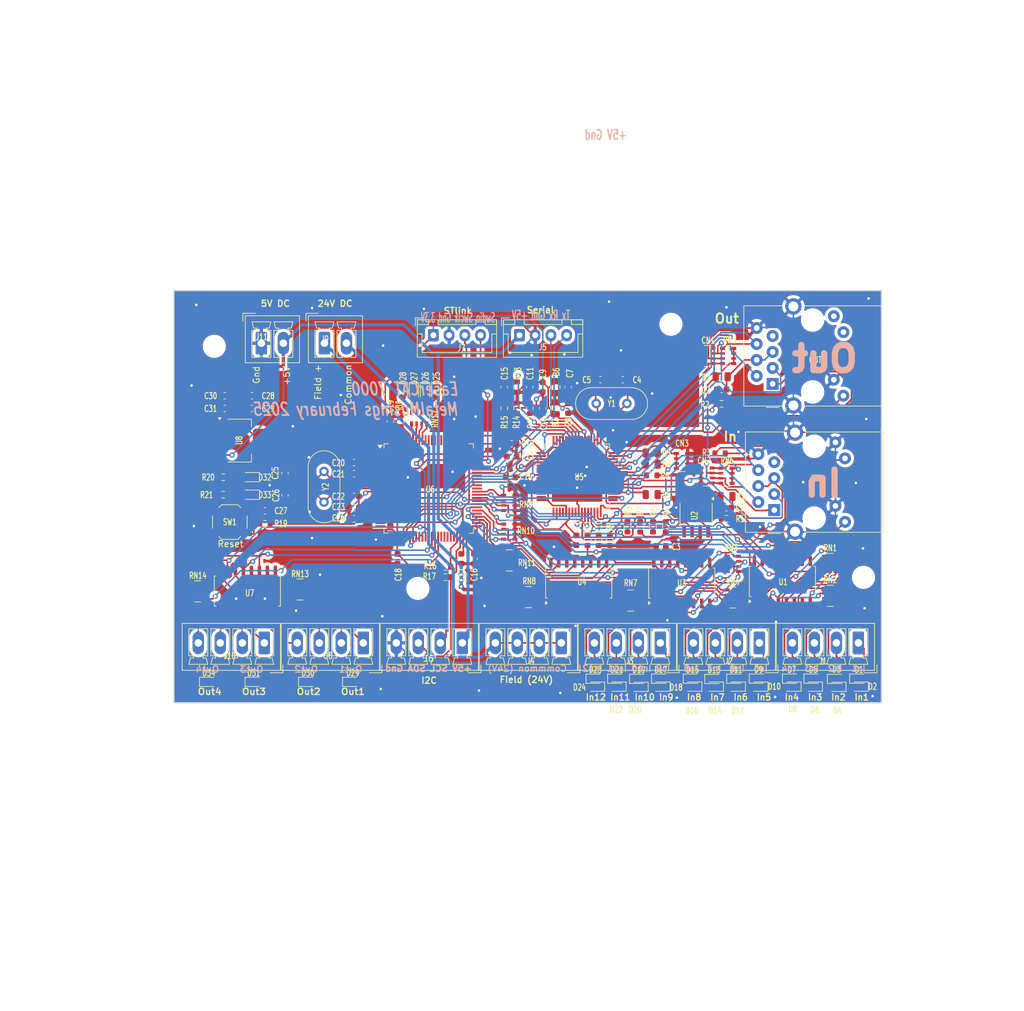
<source format=kicad_pcb>
(kicad_pcb (version 20240108) (generator "pcbnew") (generator_version "8.0")
  (layers (0 "F.Cu" signal) (31 "B.Cu" signal) (34 "B.Paste" user) (35 "F.Paste" user) (36 "B.SilkS" user "B.Silkscreen") (37 "F.SilkS" user "F.Silkscreen") (38 "B.Mask" user) (39 "F.Mask" user) (44 "Edge.Cuts" user))
  (net 0 "")
  (net 1 "+1V2")
  (net 2 "VDD12TX1")
  (net 3 "+3.3V")
  (net 4 "+3.3VA")
  (net 5 "GND")
  (net 6 "Net-(D1-A)")
  (net 7 "FXLOSA")
  (net 8 "FXLOSB")
  (net 9 "FXLOSEN")
  (net 10 "SPI_SCK")
  (net 11 "SPI_CS")
  (net 12 "SPI_MISO")
  (net 13 "SPI_MOSI")
  (net 14 "I2C_SDA")
  (net 15 "I2C_SCL")
  (net 16 "IRQ")
  (net 17 "+5V")
  (net 18 "TXPA")
  (net 19 "TXNA")
  (net 20 "RXPA")
  (net 21 "RXNA")
  (net 22 "TXPB")
  (net 23 "TXNB")
  (net 24 "RXPB")
  (net 25 "RXNB")
  (net 26 "Net-(IN1-Pad9)")
  (net 27 "Net-(OUT1-Pad9)")
  (net 28 "SWCLK")
  (net 29 "SWDIO")
  (net 30 "RX")
  (net 31 "TX")
  (net 32 "Net-(D25-A)")
  (net 33 "Net-(D5-A)")
  (net 34 "Net-(U5-OSCI)")
  (net 35 "Net-(D7-A)")
  (net 36 "THCAD_CTR")
  (net 37 "Net-(IN1-RCT)")
  (net 38 "Net-(OUT1-RCT)")
  (net 40 "Net-(D27-A)")
  (net 41 "Net-(U5-OSCO)")
  (net 45 "Net-(U6-VCAP_2)")
  (net 46 "Net-(U5-~{RST})")
  (net 47 "Net-(U6-VCAP_1)")
  (net 48 "SYNC0")
  (net 49 "SYNC1")
  (net 50 "Net-(U6-PH0)")
  (net 51 "Net-(U6-PH1)")
  (net 52 "Net-(U6-NRST)")
  (net 53 "Net-(D10-K)")
  (net 54 "Net-(D10-A)")
  (net 55 "Net-(D11-K)")
  (net 56 "Net-(D11-A)")
  (net 57 "Net-(D13-A)")
  (net 58 "Net-(D13-K)")
  (net 59 "Net-(D15-A)")
  (net 60 "Net-(D15-K)")
  (net 61 "Net-(D17-K)")
  (net 62 "Net-(D17-A)")
  (net 63 "Net-(D19-K)")
  (net 64 "Net-(D19-A)")
  (net 65 "Net-(D21-A)")
  (net 66 "Net-(D21-K)")
  (net 67 "Net-(D23-K)")
  (net 68 "Net-(D23-A)")
  (net 69 "24V_COMMON")
  (net 70 "Net-(D1-K)")
  (net 71 "Net-(D29-A)")
  (net 72 "Net-(IN1-Pad11)")
  (net 73 "24V_FIELD")
  (net 74 "RUNLED")
  (net 75 "Net-(D3-K)")
  (net 76 "IN9")
  (net 77 "IN10")
  (net 78 "IN11")
  (net 79 "IN8")
  (net 80 "Net-(D5-K)")
  (net 81 "Net-(D26-A)")
  (net 82 "Net-(D28-A)")
  (net 83 "LINKACTLED0")
  (net 84 "LINKACTLED1")
  (net 85 "Net-(D30-A)")
  (net 86 "Net-(RN12-R1.1)")
  (net 87 "Net-(RN12-R4.1)")
  (net 88 "Net-(RN12-R2.1)")
  (net 89 "IN5")
  (net 90 "IN7")
  (net 91 "IN4")
  (net 92 "IN6")
  (net 93 "IN2")
  (net 94 "IN0")
  (net 95 "IN1")
  (net 96 "IN3")
  (net 97 "Net-(RN7-R1.1)")
  (net 98 "Net-(RN7-R4.1)")
  (net 99 "Net-(RN7-R2.1)")
  (net 100 "Net-(RN7-R3.1)")
  (net 101 "Net-(RN8-R3.1)")
  (net 102 "Net-(RN8-R4.1)")
  (net 103 "Net-(RN8-R1.1)")
  (net 104 "Net-(RN8-R2.1)")
  (net 105 "Net-(RN12-R3.1)")
  (net 106 "Net-(RN13-R1.1)")
  (net 107 "Net-(RN13-R4.1)")
  (net 108 "Net-(RN13-R3.1)")
  (net 109 "Net-(J8-Pin_2)")
  (net 110 "Net-(J8-Pin_1)")
  (net 111 "Net-(J8-Pin_4)")
  (net 112 "Net-(J8-Pin_3)")
  (net 113 "Net-(RN13-R2.1)")
  (net 114 "OUT14")
  (net 115 "Net-(J10-Pin_4)")
  (net 116 "Net-(J10-Pin_2)")
  (net 117 "OUT12")
  (net 118 "Net-(J10-Pin_1)")
  (net 119 "Net-(J10-Pin_3)")
  (net 120 "OUT13")
  (net 121 "Net-(U2-SDA)")
  (net 122 "Net-(U2-SCL)")
  (net 123 "Net-(U5-RBIAS)")
  (net 124 "OUT15")
  (net 125 "Net-(RN1-R2.1)")
  (net 126 "Net-(RN1-R3.1)")
  (net 127 "Net-(RN1-R4.1)")
  (net 128 "Net-(RN1-R1.1)")
  (net 129 "Net-(RN2-R1.1)")
  (net 130 "Net-(RN2-R4.1)")
  (net 131 "Net-(RN2-R2.1)")
  (net 132 "Net-(RN2-R3.1)")
  (net 133 "Net-(RN4-R3.1)")
  (net 134 "Net-(RN4-R2.1)")
  (net 135 "Net-(RN4-R1.1)")
  (net 136 "Net-(RN4-R4.1)")
  (net 142 "Net-(D3-A)")
  (net 144 "Net-(D7-K)")
  (net 159 "I2C2_SDA")
  (net 191 "I2C2_SCL")
  (net 202 "Net-(RN3-R2.1)")
  (net 203 "Net-(RN3-R4.1)")
  (net 204 "Net-(RN3-R1.1)")
  (net 205 "Net-(RN3-R3.1)")
  (net 210 "Net-(D31-A)")
  (net 211 "Net-(D32-A)")
  (net 212 "Net-(D33-A)")
  (net 213 "Net-(D34-A)")
  (net 214 "Net-(U6-BOOT0)")
  (footprint "LED_SMD:LED_0603_1608Metric" (layer "F.Cu") (at 225.608 157.038)
    (property "Reference" "D13")
    (property "Value" "Yellow led")
  )
  (footprint "Package_TO_SOT_SMD:SOT-223-3_TabPin2" (layer "F.Cu") (at 150.114 119.126)
    (property "Reference" "U8")
    (property "Value" "AMS1117-3.3")
  )
  (footprint "LED_SMD:LED_0603_1608Metric" (layer "F.Cu") (at 232.6955 156.988)
    (property "Reference" "D9")
    (property "Value" "Yellow led")
  )
  (footprint "Resistor_SMD:R_0603_1608Metric" (layer "F.Cu") (at 147.536 127.731)
    (property "Reference" "R21")
    (property "Value" "2k")
  )
  (footprint "Package_SO:SOIC-8_3.9x4.9mm_P1.27mm" (layer "F.Cu") (at 222.758 131.064 -90)
    (property "Reference" "U2")
    (property "Value" "AT24CS32-SSHM")
  )
  (footprint "Capacitor_SMD:C_0603_1608Metric" (layer "F.Cu") (at 211.098 109.428)
    (property "Reference" "C4")
    (property "Value" "20pF")
  )
  (footprint "Resistor_SMD:R_Array_Convex_4x0603" (layer "F.Cu") (at 244.094 138.736 180)
    (property "Reference" "RN1")
    (property "Value" "1k")
  )
  (footprint "Resistor_SMD:R_0603_1608Metric" (layer "F.Cu") (at 213.868 132.842 -90)
    (property "Reference" "R7")
    (property "Value" "22")
  )
  (footprint "Connector_Phoenix_MC:PhoenixContact_MCV_1,5_2-G-3.5_1x02_P3.50mm_Vertical" (layer "F.Cu") (at 153.612 103.632)
    (property "Reference" "J11")
    (property "Value" "5V input")
  )
  (footprint "LED_SMD:LED_0603_1608Metric" (layer "F.Cu") (at 222.1955 156.988)
    (property "Reference" "D15")
    (property "Value" "Yellow led")
  )
  (footprint "LED_SMD:LED_0603_1608Metric" (layer "F.Cu") (at 213.6445 157.024)
    (property "Reference" "D19")
    (property "Value" "Yellow led")
  )
  (footprint "Capacitor_SMD:C_0805_2012Metric" (layer "F.Cu") (at 226.822 108.966)
    (property "Reference" "B2")
    (property "Value" "BLM18EG221S")
  )
  (footprint "Package_QFP:TQFP-64-1EP_10x10mm_P0.5mm_EP8x8mm" (layer "F.Cu") (at 203.8298 124.836 -90)
    (property "Reference" "U5")
    (property "Value" "LAN9252_PT")
  )
  (footprint "Crystal:Crystal_HC49-4H_Vertical" (layer "F.Cu") (at 163.576 128.905 90)
    (property "Reference" "Y2")
    (property "Value" "8 MHz")
  )
  (footprint "Resistor_SMD:R_0603_1608Metric" (layer "F.Cu") (at 227.584 131.572)
    (property "Reference" "R1")
    (property "Value" "1k")
  )
  (footprint "LED_SMD:LED_0603_1608Metric" (layer "F.Cu") (at 151.854 124.937 180)
    (property "Reference" "D32")
    (property "Value" "Blue")
  )
  (footprint "Capacitor_SMD:C_0603_1608Metric" (layer "F.Cu") (at 152.108 111.983)
    (property "Reference" "C28")
    (property "Value" "10uF")
  )
  (footprint "Resistor_SMD:R_0603_1608Metric" (layer "F.Cu") (at 192.247 113.985 -90)
    (property "Reference" "R15")
    (property "Value" "10k")
  )
  (footprint "LED_SMD:LED_0603_1608Metric" (layer "F.Cu") (at 210.1445 158.258 180)
    (property "Reference" "D22")
    (property "Value" "Red led")
  )
  (footprint "Resistor_SMD:R_Array_Convex_4x0603" (layer "F.Cu") (at 212.344 144.578)
    (property "Reference" "RN7")
    (property "Value" "4k7")
  )
  (footprint "Resistor_SMD:R_0603_1608Metric" (layer "F.Cu") (at 182.88 140.843)
    (property "Reference" "R17")
    (property "Value" "2k")
  )
  (footprint "Resistor_SMD:R_0603_1608Metric" (layer "F.Cu") (at 211.836 132.842 -90)
    (property "Reference" "R8")
    (property "Value" "22")
  )
  (footprint "MountingHole:MountingHole_3.2mm_M3_ISO14580" (layer "F.Cu") (at 249.375 140.875)
    (property "Reference" "H1")
    (property "Value" "MountingHole")
  )
  (footprint "Resistor_SMD:R_0603_1608Metric" (layer "F.Cu") (at 175.768 116.078 -90)
    (property "Reference" "R18")
    (property "Value" "100k")
  )
  (footprint "Connector_Phoenix_MC:PhoenixContact_MCV_1,5_4-G-3.5_1x04_P3.50mm_Vertical" (layer "F.Cu") (at 154.0765 151.3015 180)
    (property "Reference" "J10")
    (property "Value" "Output3-4")
  )
  (footprint "Resistor_SMD:R_Array_Convex_4x0603" (layer "F.Cu") (at 224.42 124.676 180)
    (property "Reference" "CN2")
    (property "Value" "10pF")
  )
  (footprint "Resistor_SMD:R_0603_1608Metric" (layer "F.Cu") (at 226.822 113.284)
    (property "Reference" "R2")
    (property "Value" "1k")
  )
  (footprint "Resistor_SMD:R_0603_1608Metric" (layer "F.Cu") (at 205.486 134.9775 90)
    (property "Reference" "R11")
    (property "Value" "10k")
  )
  (footprint "LED_SMD:LED_0603_1608Metric" (layer "F.Cu") (at 222.1955 158.258 180)
    (property "Reference" "D16")
    (property "Value" "Red led")
  )
  (footprint "Capacitor_SMD:C_0603_1608Metric" (layer "F.Cu") (at 157.3688 127.844 90)
    (property "Reference" "C26")
    (property "Value" "22pF")
  )
  (footprint "Capacitor_SMD:C_0603_1608Metric" (layer "F.Cu") (at 203.708 134.9775 90)
    (property "Reference" "C6")
    (property "Value" "0.1uF")
  )
  (footprint "Capacitor_SMD:C_0603_1608Metric" (layer "F.Cu") (at 227.584 129.794)
    (property "Reference" "C1")
    (property "Value" "0.1uF")
  )
  (footprint "LED_SMD:LED_0603_1608Metric" (layer "F.Cu") (at 210.17 156.988)
    (property "Reference" "D21")
    (property "Value" "Yellow led")
  )
  (footprint "Capacitor_SMD:C_0603_1608Metric" (layer "F.Cu") (at 193.2378 124.96)
    (property "Reference" "C14")
    (property "Value" "0.1uF")
  )
  (footprint "Resistor_SMD:R_0603_1608Metric" (layer "F.Cu") (at 215.9 132.842 -90)
    (property "Reference" "R5")
    (property "Value" "2k")
  )
  (footprint "Capacitor_SMD:C_0603_1608Metric" (layer "F.Cu") (at 193.4368 121.658 180)
    (property "Reference" "C13")
    (property "Value" "2.2uF")
  )
  (footprint "Resistor_SMD:R_Array_Convex_4x0603" (layer "F.Cu") (at 196.088 144.018 180)
    (property "Reference" "RN8")
    (property "Value" "1k")
  )
  (footprint "LED_SMD:LED_0603_1608Metric" (layer "F.Cu") (at 241.3785 156.988)
    (property "Reference" "D5")
    (property "Value" "Yellow led")
  )
  (footprint "LED_SMD:LED_0603_1608Metric" (layer "F.Cu") (at 213.6445 158.294 180)
    (property "Reference" "D20")
    (property "Value" "Red led")
  )
  (footprint "Resistor_SMD:R_Array_Convex_4x0603" (layer "F.Cu") (at 224.536 105.664 180)
    (property "Reference" "CN1")
    (property "Value" "10pF")
  )
  (footprint "Package_SO:SOIC-16_4.55x10.3mm_P1.27mm" (layer "F.Cu") (at 236.474 141.53 90)
    (property "Reference" "U1")
    (property "Value" "TLP292-4")
  )
  (footprint "LED_SMD:LED_0603_1608Metric" (layer "F.Cu") (at 177.8728 111.382 -90)
    (property "Reference" "D27")
    (property "Value" "Red led")
  )
  (footprint "Capacitor_SMD:C_0603_1608Metric" (layer "F.Cu") (at 168.3458 129.786 180)
    (property "Reference" "C23")
    (property "Value" "0.1uF")
  )
  (footprint "Resistor_SMD:R_Array_Convex_4x0603" (layer "F.Cu") (at 227.584 124.714 180)
    (property "Reference" "RN6")
    (property "Value" "49.9")
  )
  (footprint "Package_SO:SOIC-16_4.55x10.3mm_P1.27mm" (layer "F.Cu") (at 151.384 143.054 -90)
    (property "Reference" "U7")
    (property "Value" "TLP292-4")
  )
  (footprint "Crystal:Crystal_HC49-4H_Vertical" (layer "F.Cu") (at 206.87 113.228)
    (property "Reference" "Y1")
    (property "Value" "25MHz")
  )
  (footprint "Package_SO:SOIC-16_4.55x10.3mm_P1.27mm" (layer "F.Cu") (at 220.472 141.784 90)
    (property "Reference" "U3")
    (property "Value" "TLP292-4")
  )
  (footprint "LED_SMD:LED_0603_1608Metric" (layer "F.Cu") (at 248.666 158.258 180)
    (property "Reference" "D2")
    (property "Value" "Red led")
  )
  (footprint "Connector_Phoenix_MC:PhoenixContact_MCV_1,5_4-G-3.5_1x04_P3.50mm_Vertical" (layer "F.Cu") (at 201.3205 151.3015 180)
    (property "Reference" "J4")
    (property "Value" "24V_Common")
  )
  (footprint "Capacitor_SMD:C_0603_1608Metric" (layer "F.Cu") (at 202.407 110.617 90)
    (property "Reference" "C7")
    (property "Value" "2uF")
  )
  (footprint "Resistor_SMD:R_0603_1608Metric" (layer "F.Cu") (at 196.311 113.985 90)
    (property "Reference" "R12")
    (property "Value" "10k")
  )
  (footprint "LED_SMD:LED_0603_1608Metric" (layer "F.Cu") (at 229.108 156.988)
    (property "Reference" "D11")
    (property "Value" "Yellow led")
  )
  (footprint "Capacitor_SMD:C_0603_1608Metric" (layer "F.Cu") (at 152.108 114.015)
    (property "Reference" "C29")
    (property "Value" "0.1uF")
  )
  (footprint "Capacitor_SMD:C_0603_1608Metric" (layer "F.Cu") (at 198.343 110.617 -90)
    (property "Reference" "C9")
    (property "Value" "1uF")
  )
  (footprint "Connector_JST:JST_XH_B4B-XH-A_1x04_P2.50mm_Vertical" (layer "F.Cu") (at 194.664 102.362)
    (property "Reference" "J5")
    (property "Value" "Serial usart1")
  )
  (footprint "HakansLibrary:PulseJack JB0011D01BNL" (layer "F.Cu") (at 235.184 130.175 -90)
    (property "Reference" "IN1")
    (property "Value" "J0011D01BNL")
  )
  (footprint "Connector_JST:JST_XH_B4B-XH-A_1x04_P2.50mm_Vertical" (layer "F.Cu") (at 180.968 102.362)
    (property "Reference" "J7")
    (property "Value" "STLINK")
  )
  (footprint "LED_SMD:LED_0603_1608Metric" (layer "F.Cu") (at 237.9725 158.258 180)
    (property "Reference" "D8")
    (property "Value" "Red led")
  )
  (footprint "Capacitor_SMD:C_0603_1608Metric" (layer "F.Cu") (at 207.542 109.418 180)
    (property "Reference" "C5")
    (property "Value" "20pF")
  )
  (footprint "Capacitor_SMD:C_0603_1608Metric" (layer "F.Cu") (at 193.4368 119.626)
    (property "Reference" "C12")
    (property "Value" "0.1uF")
  )
  (footprint "MountingHole:MountingHole_3.2mm_M3_ISO14580" (layer "F.Cu") (at 218.75 100.625)
    (property "Reference" "H2")
    (property "Value" "MountingHole")
  )
  (footprint "Capacitor_SMD:C_0805_2012Metric" (layer "F.Cu") (at 200.375 110.617 -90)
    (property "Reference" "B6")
    (property "Value" "BLM18EG221S")
  )
  (footprint "Resistor_SMD:R_0603_1608Metric" (layer "F.Cu") (at 226.568 121.158 180)
    (property "Reference" "R3")
    (property "Value" "1k")
  )
  (footprint "Capacitor_SMD:C_0603_1608Metric" (layer "F.Cu") (at 192.247 110.617 90)
    (property "Reference" "C15")
    (property "Value" "0.1uF")
  )
  (footprint "Capacitor_SMD:C_0603_1608Metric" (layer "F.Cu") (at 168.3458 128.008 180)
    (property "Reference" "C22")
    (property "Value" "0.1uF")
  )
  (footprint "Capacitor_SMD:C_0805_2012Metric" (layer "F.Cu") (at 200.375 113.985 90)
    (property "Reference" "B7")
    (property "Value" "BLM18EG221S")
  )
  (footprint "Resistor_SMD:R_Array_Convex_4x0603" (layer "F.Cu") (at 220.5193 122.372)
    (property "Reference" "CN3")
    (property "Value" "0.1uF")
  )
  (footprint "LED_SMD:LED_0603_1608Metric" (layer "F.Cu") (at 217.1445 156.988)
    (property "Reference" "D17")
    (property "Value" "Yellow led")
  )
  (footprint "Capacitor_SMD:C_0603_1608Metric" (layer "F.Cu") (at 196.311 110.617 -90)
    (property "Reference" "C11")
    (property "Value" "470pF")
  )
  (footprint "LED_SMD:LED_0603_1608Metric" (layer "F.Cu") (at 161 157.5)
    (property "Reference" "D30")
    (property "Value" "White")
  )
  (footprint "LED_SMD:LED_0603_1608Metric" (layer "F.Cu") (at 151.854 127.731 180)
    (property "Reference" "D33")
    (property "Value" "Blue")
  )
  (footprint "Capacitor_SMD:C_0805_2012Metric" (layer "F.Cu") (at 215.6933 127.706 180)
    (property "Reference" "B5")
    (property "Value" "BLM18EG221S")
  )
  (footprint "Resistor_SMD:R_0603_1608Metric" (layer "F.Cu") (at 194.279 110.617 -90)
    (property "Reference" "R13")
    (property "Value" "10k")
  )
  (footprint "Capacitor_SMD:C_0603_1608Metric" (layer "F.Cu") (at 147.79 111.983 180)
    (property "Reference" "C30")
    (property "Value" "10uF")
  )
  (footprint "Capacitor_SMD:C_0805_2012Metric" (layer "F.Cu") (at 227.584 128.016)
    (property "Reference" "B1")
    (property "Value" "BLM18EG221S")
  )
  (footprint "Resistor_SMD:R_0603_1608Metric" (layer "F.Cu") (at 182.88 139.192)
    (property "Reference" "R16")
    (property "Value" "2k")
  )
  (footprint "LED_SMD:LED_0603_1608Metric" (layer "F.Cu") (at 168 157.5)
    (property "Reference" "D29")
    (property "Value" "White")
  )
  (footprint "Capacitor_SMD:C_0603_1608Metric" (layer "F.Cu") (at 147.79 114.015 180)
    (property "Reference" "C31")
    (property "Value" "0.1uF")
  )
  (footprint "Package_QFP:LQFP-100_14x14mm_P0.5mm" (layer "F.Cu") (at 180.2288 126.738)
    (property "Reference" "U6")
    (property "Value" "STM32F407VGT6")
  )
  (footprint "Capacitor_SMD:C_0603_1608Metric" (layer "F.Cu") (at 168.3458 124.404 180)
    (property "Reference" "C21")
    (property "Value" "0.1uF")
  )
  (footprint "Capacitor_SMD:C_0603_1608Metric" (layer "F.Cu") (at 174.1328 116.07 90)
    (property "Reference" "C19")
    (property "Value" "0.1uF")
  )
  (footprint "Capacitor_SMD:C_0603_1608Metric" (layer "F.Cu") (at 175.26 137.922 -90)
    (property "Reference" "C18")
    (property "Value" "0.1uF")
  )
  (footprint "Resistor_SMD:R_Array_Convex_4x0603" (layer "F.Cu") (at 227.838 105.664 180)
    (property "Reference" "RN5")
    (property "Value" "49.9")
  )
  (footprint "LED_SMD:LED_0603_1608Metric" (layer "F.Cu") (at 241.3785 158.258 180)
    (property "Reference" "D6")
    (property "Value" "Red led")
  )
  (footprint "Connector_Phoenix_MC:PhoenixContact_MCV_1,5_4-G-3.5_1x04_P3.50mm_Vertical" (layer "F.Cu") (at 169.8245 151.3015 180)
    (property "Reference" "J8")
    (property "Value" "Output1-2")
  )
  (footprint "LED_SMD:LED_0603_1608Metric" (layer "F.Cu") (at 206.732 156.9945)
    (property "Reference" "D23")
    (property "Value" "Yellow led")
  )
  (footprint "Button_Switch_SMD:SW_Push_1P1T_XKB_TS-1187A" (layer "F.Cu") (at 148.59 132.08)
    (property "Reference" "SW1")
    (property "Value" "SW_Push")
  )
  (footprint "Capacitor_SMD:C_0603_1608Metric" (layer "F.Cu") (at 185.42 137.922 90)
    (property "Reference" "C17")
    (property "Value" "2.2uF")
  )
  (footprint "MountingHole:MountingHole_3.2mm_M3_ISO14580" (layer "F.Cu") (at 178.5 142.625)
    (property "Reference" "H3")
    (property "Value" "MountingHole")
  )
  (footprint "Resistor_SMD:R_Array_Convex_4x0603" (layer "F.Cu") (at 193.04 129.032)
    (property "Reference" "RN9")
    (property "Value" "39k")
  )
  (footprint "Resistor_SMD:R_Array_Convex_4x0603" (layer "F.Cu") (at 228.6 144.07)
    (property "Reference" "RN4")
    (property "Value" "4k7")
  )
  (footprint "Capacitor_SMD:C_0603_1608Metric" (layer "F.Cu") (at 198.343 113.985 -90)
    (property "Reference" "C10")
    (property "Value" "0.1uF")
  )
  (footprint "LED_SMD:LED_0603_1608Metric" (layer "F.Cu") (at 181.4288 111.382 -90)
    (property "Reference" "D25")
    (property "Value" "Green led")
  )
  (footprint "Capacitor_SMD:C_0603_1608Metric" (layer "F.Cu") (at 187.452 137.922 -90)
    (property "Reference" "C16")
    (property "Value" "0.1uF")
  )
  (footprint "Resistor_SMD:R_Array_Convex_4x0603" (layer "F.Cu") (at 193.04 133.604)
    (property "Reference" "RN10")
    (property "Value" "39k")
  )
  (footprint "Capacitor_SMD:C_0805_2012Metric" (layer "F.Cu") (at 215.6933 122.88 180)
    (property "Reference" "B4")
    (property "Value" "BLM18EG221S")
  )
  (footprint "Resistor_SMD:R_Array_Convex_4x0603" (layer "F.Cu") (at 178.7048 115.562 90)
    (property "Reference" "RN12")
    (property "Value" "1k")
  )
  (footprint "Resistor_SMD:R_0603_1608Metric" (layer "F.Cu") (at 207.264 134.9775 -90)
    (property "Reference" "R10")
    (property "Value" "10k")
  )
  (footprint "Connector_Phoenix_MC:PhoenixContact_MCV_1,5_4-G-3.5_1x04_P3.50mm_Vertical" (layer "F.Cu") (at 185.5725 151.3015 180)
    (property "Reference" "J6")
    (property "Value" "I2C")
  )
  (footprint "Resistor_SMD:R_Array_Convex_4x0603" (layer "F.Cu") (at 159.766 142.8)
    (property "Reference" "RN13")
    (property "Value" "330")
  )
  (footprint "Resistor_SMD:R_0603_1608Metric" (layer "F.Cu") (at 147.536 124.937)
    (property "Reference" "R20")
    (property "Value" "4k7")
  )
  (footprint "Resistor_SMD:R_0603_1608Metric" (layer "F.Cu") (at 209.042 134.9775 -90)
    (property "Reference" "R9")
    (property "Value" "10k")
  )
  (footprint "Connector_Phoenix_MC:PhoenixContact_MCV_1,5_4-G-3.5_1x04_P3.50mm_Vertical" (layer "F.Cu") (at 232.8165 151.3015 180)
    (property "Reference" "J2")
    (property "Value" "In5-8")
  )
  (footprint "LED_SMD:LED_0603_1608Metric" (layer "F.Cu") (at 248.666 156.988)
    (property "Reference" "D1")
    (property "Value" "Yellow led")
  )
  (footprint "LED_SMD:LED_0603_1608Metric" (layer "F.Cu") (at 152.5 157.5)
    (property "Reference" "D31")
    (property "Value" "White")
  )
  (footprint "Resistor_SMD:R_Array_Convex_4x0603" (layer "F.Cu") (at 228.6 138.736 180)
    (property "Reference" "RN3")
    (property "Value" "1k")
  )
  (footprint "Connector_Phoenix_MC:PhoenixContact_MCV_1,5_4-G-3.5_1x04_P3.50mm_Vertical" (layer "F.Cu") (at 248.5645 151.3015 180)
    (property "Reference" "J1")
    (property "Value" "In1-4")
  )
  (footprint "Resistor_SMD:R_0603_1608Metric" (layer "F.Cu") (at 215.6933 124.658 180)
    (property "Reference" "R6")
    (property "Value" "12.1k")
  )
  (footprint "Resistor_SMD:R_0603_1608Metric" (layer "F.Cu") (at 194.279 113.985 90)
    (property "Reference" "R14")
    (property "Value" "10k")
  )
  (footprint "LED_SMD:LED_0603_1608Metric" (layer "F.Cu") (at 217.1445 158.258 180)
    (property "Reference" "D18")
    (property "Value" "Red led")
  )
  (footprint "Capacitor_SMD:C_0603_1608Metric" (layer "F.Cu") (at 157.3688 124.288 -90)
    (property "Reference" "C25")
    (property "Value" "22pF")
  )
  (footprint "LED_SMD:LED_0603_1608Metric" (layer "F.Cu") (at 229.108 158.258 180)
    (property "Reference" "D12")
    (property "Value" "Red led")
  )
  (footprint "Capacitor_SMD:C_0603_1608Metric" (layer "F.Cu") (at 202.407 113.985 -90)
    (property "Reference" "C8")
    (property "Value" "0.1uF")
  )
  (footprint "HakansLibrary:PulseJack JB0011D01BNL" (layer "F.Cu") (at 234.93 110.109 -90)
    (property "Reference" "OUT1")
    (property "Value" "J0011D01BNL")
  )
  (footprint "Capacitor_SMD:C_0805_2012Metric" (layer "F.Cu") (at 215.6933 121.102 180)
    (property "Reference" "B3")
    (property "Value" "BLM18EG221S")
  )
  (footprint "LED_SMD:LED_0603_1608Metric" (layer "F.Cu") (at 179.6508 111.382 -90)
    (property "Reference" "D26")
    (property "Value" "Orange led")
  )
  (footprint "Resistor_SMD:R_Array_Convex_4x0603" (layer "F.Cu") (at 244.094 143.816)
    (property "Reference" "RN2")
    (property "Value" "4k7")
  )
  (footprint "Resistor_SMD:R_Array_Convex_4x0603" (layer "F.Cu") (at 193.04 138.176)
    (property "Reference" "RN11")
    (property "Value" "39k")
  )
  (footprint "LED_SMD:LED_0603_1608Metric" (layer "F.Cu") (at 145.25 157.5)
    (property "Reference" "D34")
    (property "Value" "White")
  )
  (footprint "LED_SMD:LED_0603_1608Metric" (layer "F.Cu") (at 206.732 158.258 180)
    (property "Reference" "D24")
    (property "Value" "Red led")
  )
  (footprint "LED_SMD:LED_0603_1608Metric" (layer "F.Cu") (at 232.6955 158.258 180)
    (property "Reference" "D10")
    (property "Value" "Red led")
  )
  (footprint "Capacitor_SMD:C_0603_1608Metric" (layer "F.Cu") (at 217.17 135.89)
    (property "Reference" "C3")
    (property "Value" "0.1uF")
  )
  (footprint "Capacitor_SMD:C_0603_1608Metric" (layer "F.Cu") (at 168.3458 122.626 180)
    (property "Reference" "C20")
    (property "Value" "0.1uF")
  )
  (footprint "Capacitor_SMD:C_0603_1608Metric" (layer "F.Cu") (at 226.822 110.998)
    (property "Reference" "C2")
    (property "Value" "0.1uF")
  )
  (footprint "Resistor_SMD:R_0603_1608Metric" (layer "F.Cu") (at 154.178 132.334)
    (property "Reference" "R19")
    (property "Value" "1k")
  )
  (footprint "Resistor_SMD:R_Array_Convex_4x0603" (layer "F.Cu") (at 143.475 143.1 180)
    (property "Reference" "RN14")
    (property "Value" "4k7")
  )
  (footprint "Connector_Phoenix_MC:PhoenixContact_MCV_1,5_2-G-3.5_1x02_P3.50mm_Vertical" (layer "F.Cu") (at 163.6425 103.632)
    (property "Reference" "J9")
    (property "Value" "24V Field")
  )
  (footprint "Package_SO:SOIC-16_4.55x10.3mm_P1.27mm" (layer "F.Cu") (at 204.089 141.784 90)
    (property "Reference" "U4")
    (property "Value" "TLP292-4")
  )
  (footprint "LED_SMD:LED_0603_1608Metric" (layer "F.Cu") (at 176.0948 111.382 -90)
    (property "Reference" "D28")
    (property "Value" "Blue led")
  )
  (footprint "LED_SMD:LED_0603_1608Metric" (layer "F.Cu") (at 237.9725 156.988)
    (property "Reference" "D7")
    (property "Value" "Yellow led")
  )
  (footprint "LED_SMD:LED_0603_1608Metric" (layer "F.Cu") (at 245.11 157.024)
    (property "Reference" "D3")
    (property "Value" "Yellow led")
  )
  (footprint "Capacitor_SMD:C_0603_1608Metric" (layer "F.Cu") (at 154.178 130.302 180)
    (property "Reference" "C27")
    (property "Value" "0.1uF")
  )
  (footprint "LED_SMD:LED_0603_1608Metric" (layer "F.Cu") (at 245.11 158.294 180)
    (property "Reference" "D4")
    (property "Value" "Red led")
  )
  (footprint "Resistor_SMD:R_0603_1608Metric" (layer "F.Cu") (at 217.932 132.842 -90)
    (property "Reference" "R4")
    (property "Value" "2k")
  )
  (footprint "LED_SMD:LED_0603_1608Metric" (layer "F.Cu") (at 225.608 158.258 180)
    (property "Reference" "D14")
    (property "Value" "Red led")
  )
  (footprint "Capacitor_SMD:C_0603_1608Metric" (layer "F.Cu") (at 168.3458 131.564 180)
    (property "Reference" "C24")
    (property "Value" "0.1uF")
  )
  (footprint "MountingHole:MountingHole_3.2mm_M3_ISO14580" (layer "F.Cu") (at 146.125 104.125)
    (property "Reference" "H4")
    (property "Value" "MountingHole")
  )
  (footprint "Connector_Phoenix_MC:PhoenixContact_MCV_1,5_4-G-3.5_1x04_P3.50mm_Vertical" (layer "F.Cu") (at 217.0685 151.3015 180)
    (property "Reference" "J3")
    (property "Value" "In9-12")
  )
  (gr_rect (start 139.7 95.277) (end 252.222 160.834) (stroke (width 0.2)) (fill none) (layer "Edge.Cuts"))
  (gr_text "+5V SCL SDA Gnd" (at 187.198 155.956 0) (layer "B.SilkS") (effects (font (size 1 1) (thickness 0.25) (bold yes)) (justify left bottom mirror)))
  (gr_text "Swdio Swclk Gnd 3.3V" (at 190.881 100.457 0) (layer "B.SilkS") (effects (font (size 1.5 0.7) (thickness 0.175) (bold yes)) (justify left bottom mirror)))
  (gr_text "+5V Gnd" (at 211.836 71.374 0) (layer "B.SilkS") (effects (font (size 1.5 1) (thickness 0.25) (bold yes)) (justify left bottom mirror)))
  (gr_text "EaserCAT 7000\nMetalMusings February 2025" (at 185.166 115.316 0) (layer "B.SilkS") (effects (font (size 2 1.5) (thickness 0.3) (bold yes) (italic yes)) (justify left bottom mirror)))
  (gr_text "Commmon (24V)" (at 202.311 155.956 0) (layer "B.SilkS") (effects (font (size 1 1) (thickness 0.19) (bold yes)) (justify left bottom mirror)))
  (gr_text "Out1    Out2      Out3    Out4" (at 169.799 156.083 0) (layer "B.SilkS") (effects (font (size 1 1.08) (thickness 0.2) (bold yes)) (justify left bottom mirror)))
  (gr_text "In" (at 246.38 128.27 0) (layer "B.SilkS") (effects (font (size 4 4) (thickness 1) (bold yes)) (justify left bottom mirror)))
  (gr_text "In1  In2  In3  In4   In5  In6  In7  In8   In9 In10 In11 In12" (at 249.809 155.956 0) (layer "B.SilkS") (effects (font (size 1 0.96) (thickness 0.19) (bold yes)) (justify left bottom mirror)))
  (gr_text "Tx Rx Gnd +5V" (at 202.819 100.076 0) (layer "B.SilkS") (effects (font (size 1.5 0.8) (thickness 0.2) (bold yes)) (justify left bottom mirror)))
  (gr_text "Out" (at 248.92 108.458 0) (layer "B.SilkS") (effects (font (size 4 4) (thickness 1) (bold yes)) (justify left bottom mirror)))
  (gr_text "5V DC" (at 153.416 97.917 0) (layer "F.SilkS") (effects (font (size 1 1) (thickness 0.2) (bold yes)) (justify left bottom)))
  (gr_text "Gnd\n\n\n+5V" (at 158.242 107.188 90) (layer "F.SilkS") (effects (font (size 1 1)) (justify right bottom)))
  (gr_text "Field (24V)" (at 191.389 157.734 0) (layer "F.SilkS") (effects (font (size 1 1) (thickness 0.2) (bold yes)) (justify left bottom)))
  (gr_text "STlink" (at 182.499 99.06 0) (layer "F.SilkS") (effects (font (size 1 1) (thickness 0.2) (bold yes)) (justify left bottom)))
  (gr_text "Out4    Out3      Out2    Out1" (at 143.383 159.639 0) (layer "F.SilkS") (effects (font (size 1 1.08) (thickness 0.2) (bold yes)) (justify left bottom)))
  (gr_text "In" (at 226.949 119.38 0) (layer "F.SilkS") (effects (font (size 1.5 1.5) (thickness 0.3) (bold yes)) (justify left bottom)))
  (gr_text "Reset" (at 146.558 136.144 0) (layer "F.SilkS") (effects (font (size 1 1)) (justify left bottom)))
  (gr_text "24V DC" (at 162.433 97.917 0) (layer "F.SilkS") (effects (font (size 1 1) (thickness 0.2) (bold yes)) (justify left bottom)))
  (gr_text "Out" (at 225.552 100.584 0) (layer "F.SilkS") (effects (font (size 1.5 1.5) (thickness 0.3) (bold yes)) (justify left bottom)))
  (gr_text "Field +\n\n\nCommon" (at 168.021 106.934 90) (layer "F.SilkS") (effects (font (size 1 1)) (justify right bottom)))
  (gr_text "I2C" (at 178.943 157.861 0) (layer "F.SilkS") (effects (font (size 1 1) (thickness 0.2) (bold yes)) (justify left bottom)))
  (gr_text "Serial" (at 195.707 98.933 0) (layer "F.SilkS") (effects (font (size 1 1) (thickness 0.2) (bold yes)) (justify left bottom)))
  (gr_text "In12 In11 In10 In9   In8  In7  In6  In5   In4  In3  In2  In1" (at 205.105 160.528 0) (layer "F.SilkS") (effects (font (size 1 0.96) (thickness 0.192) (bold yes)) (justify left bottom)))
  (segment (start 199.234 110.733) (end 199.234 113.869) (width 0.25) (layer "F.Cu") (net 1))
  (segment (start 199.234 113.869) (end 198.343 114.76) (width 0.25) (layer "F.Cu") (net 1))
  (segment (start 200.9905 133.202) (end 202.0927 132.0998) (width 0.25) (layer "F.Cu") (net 1))
  (segment (start 196.9992 124.6414) (end 196.7618 124.6414) (width 0.25) (layer "F.Cu") (net 1))
  (segment (start 200.375 109.667) (end 199.309 110.733) (width 0.25) (layer "F.Cu") (net 1))
  (segment (start 204.9388 117.7044) (end 205.0798 117.8454) (width 0.25) (layer "F.Cu") (net 1))
  (segment (start 198.343 109.842) (end 196.311 109.842) (width 0.25) (layer "F.Cu") (net 1))
  (segment (start 201.0266 115.5866) (end 200.375 114.935) (width 0.25) (layer "F.Cu") (net 1))
  (segment (start 199.234 113.869) (end 199.309 113.869) (width 0.25) (layer "F.Cu") (net 1))
  (segment (start 196.6025 124.96) (end 196.6025 131.211499) (width 0.25) (layer "F.Cu") (net 1))
  (segment (start 199.309 113.869) (end 200.375 114.935) (width 0.25) (layer "F.Cu") (net 1))
  (segment (start 196.6025 124.8007) (end 196.6025 124.96) (width 0.25) (layer "F.Cu") (net 1))
  (segment (start 199.234 110.733) (end 198.343 109.842) (width 0.25) (layer "F.Cu") (net 1))
  (segment (start 204.9388 117.7044) (end 202.821 115.5866) (width 0.25) (layer "F.Cu") (net 1))
  (segment (start 196.6025 131.211499) (end 198.593001 133.202) (width 0.25) (layer "F.Cu") (net 1))
  (segment (start 202.821 115.5866) (end 201.0266 115.5866) (width 0.25) (layer "F.Cu") (net 1))
  (segment (start 196.6025 124.96) (end 194.0128 124.96) (width 0.25) (layer "F.Cu") (net 1))
  (segment (start 199.309 110.733) (end 199.234 110.733) (width 0.25) (layer "F.Cu") (net 1))
  (segment (start 202.5798 130.536) (end 202.5798 131.6127) (width 0.25) (layer "F.Cu") (net 1))
  (segment (start 203.708 134.2025) (end 202.0927 132.5872) (width 0.25) (layer "F.Cu") (net 1))
  (segment (start 196.7618 124.6414) (end 196.6025 124.8007) (width 0.25) (layer "F.Cu") (net 1))
  (segment (start 205.0798 117.8454) (end 205.0798 119.136) (width 0.25) (layer "F.Cu") (net 1))
  (segment (start 202.0927 132.0998) (end 202.5798 131.6127) (width 0.25) (layer "F.Cu") (net 1))
  (segment (start 198.1298 124.586) (end 197.0546 124.586) (width 0.25) (layer "F.Cu") (net 1))
  (segment (start 198.593001 133.202) (end 200.9905 133.202) (width 0.25) (layer "F.Cu") (net 1))
  (segment (start 202.0927 132.5872) (end 202.0927 132.0998) (width 0.25) (layer "F.Cu") (net 1))
  (segment (start 197.0546 124.586) (end 196.9992 124.6414) (width 0.25) (layer "F.Cu") (net 1))
  (via (at 196.7618 124.6414) (size 0.8) (drill 0.4) (layers "F.Cu" "B.Cu") (net 1))
  (via (at 204.9388 117.7044) (size 0.8) (drill 0.4) (layers "F.Cu" "B.Cu") (net 1))
  (segment (start 202.2086 117.7044) (end 204.9388 117.7044) (width 0.25) (layer "B.Cu") (net 1))
  (segment (start 196.7618 123.1512) (end 202.2086 117.7044) (width 0.25) (layer "B.Cu") (net 1))
  (segment (start 196.7618 124.6414) (end 196.7618 123.1512) (width 0.25) (layer "B.Cu") (net 1))
  (segment (start 209.5298 123.586) (end 212.009 123.586) (width 0.25) (layer "F.Cu") (net 2))
  (segment (start 200.375 113.035) (end 200.375 111.567) (width 0.25) (layer "F.Cu") (net 2))
  (segment (start 208.6506 125.086) (end 208.455 124.8904) (width 0.25) (layer "F.Cu") (net 2))
  (segment (start 208.6112 123.586) (end 209.5298 123.586) (width 0.25) (layer "F.Cu") (net 2))
  (segment (start 202.407 113.21) (end 202.407 111.392) (width 0.25) (layer "F.Cu") (net 2))
  (segment (start 202.2777 113.21) (end 201.5027 113.985) (width 0.25) (layer "F.Cu") (net 2))
  (segment (start 200.5527 113.035) (end 201.5027 113.985) (width 0.25) (layer "F.Cu") (net 2))
  (segment (start 209.5298 125.086) (end 208.6506 125.086) (width 0.25) (layer "F.Cu") (net 2))
  (segment (start 208.455 124.8904) (end 208.455 123.7422) (width 0.25) (layer "F.Cu") (net 2))
  (segment (start 208.455 123.7422) (end 208.6112 123.586) (width 0.25) (layer "F.Cu") (net 2))
  (segment (start 212.009 123.586) (end 212.1675 123.4275) (width 0.25) (layer "F.Cu") (net 2))
  (via (at 212.1675 123.4275) (size 0.8) (drill 0.4) (layers "F.Cu" "B.Cu") (net 2))
  (via (at 201.5027 113.985) (size 0.8) (drill 0.4) (layers "F.Cu" "B.Cu") (net 2))
  (segment (start 206.5312 118.712) (end 206.5312 118.1812) (width 0.25) (layer "B.Cu") (net 2))
  (segment (start 206.5312 118.1812) (end 202.335 113.985) (width 0.25) (layer "B.Cu") (net 2))
  (segment (start 211.2467 123.4275) (end 206.5312 118.712) (width 0.25) (layer "B.Cu") (net 2))
  (segment (start 212.1675 123.4275) (end 211.2467 123.4275) (width 0.25) (layer "B.Cu") (net 2))
  (segment (start 202.335 113.985) (end 201.5027 113.985) (width 0.25) (layer "B.Cu") (net 2))
  (segment (start 182.055 139.192) (end 177.305 139.192) (width 0.25) (layer "F.Cu") (net 3))
  (segment (start 175.2288 131.0822) (end 176.7081 129.6029) (width 0.25) (layer "F.Cu") (net 3))
  (segment (start 228.738 106.064) (end 228.738 106.864) (width 0.25) (layer "F.Cu") (net 3))
  (segment (start 199.9711 120.2127) (end 201.0798 120.2127) (width 0.25) (layer "F.Cu") (net 3))
  (segment (start 239.649 138.093) (end 238.709 137.153) (width 0.25) (layer "F.Cu") (net 3))
  (segment (start 151.333 111.983) (end 151.333 114.015) (width 0.25) (layer "F.Cu") (net 3))
  (segment (start 221.107 137.4068) (end 221.107 138.534) (width 0.25) (layer "F.Cu") (net 3))
  (segment (start 229.3717 123.675) (end 229.491 123.675) (width 0.25) (layer "F.Cu") (net 3))
  (segment (start 228.0835 106.864) (end 225.9815 108.966) (width 0.25) (layer "F.Cu") (net 3))
  (segment (start 172.5538 129.738) (end 171.6151 129.738) (width 0.25) (layer "F.Cu") (net 3))
  (segment (start 170.4548 125.738) (end 172.5538 125.738) (width 0.25) (layer "F.Cu") (net 3))
  (segment (start 224.663 133.539) (end 225.2057 134.0817) (width 0.25) (layer "F.Cu") (net 3))
  (segment (start 221.107 137.4068) (end 222.7327 137.4068) (width 0.25) (layer "F.Cu") (net 3))
  (segment (start 168.2999 132.3849) (end 155.0539 132.3849) (width 0.25) (layer "F.Cu") (net 3))
  (segment (start 203.962 137.4068) (end 204.724 138.1688) (width 0.25) (layer "F.Cu") (net 3))
  (segment (start 194.1846 122.944) (end 194.1846 123.5274) (width 0.25) (layer "F.Cu") (net 3))
  (segment (start 228.738 105.264) (end 228.738 106.064) (width 0.25) (layer "F.Cu") (net 3))
  (segment (start 173.4296 125.738) (end 172.5538 125.738) (width 0.25) (layer "F.Cu") (net 3))
  (segment (start 210.043 138.534) (end 207.0432 141.5338) (width 0.25) (layer "F.Cu") (net 3))
  (segment (start 228.484 123.514) (end 228.484 124.314) (width 0.25) (layer "F.Cu") (net 3))
  (segment (start 172.5538 123.238) (end 171.5455 123.238) (width 0.25) (layer "F.Cu") (net 3))
  (segment (start 219.2995 137.4068) (end 219.2995 137.2445) (width 0.25) (layer "F.Cu") (net 3))
  (segment (start 207.0432 141.5338) (end 191.8388 141.5338) (width 0.25) (layer "F.Cu") (net 3))
  (segment (start 193.011 113.924) (end 192.247 113.16) (width 0.25) (layer "F.Cu") (net 3))
  (segment (start 232.2371 136.6936) (end 232.2371 137.1243) (width 0.25) (layer "F.Cu") (net 3))
  (segment (start 169.1208 131.564) (end 168.2999 132.3849) (width 0.25) (layer "F.Cu") (net 3))
  (segment (start 172.5538 131.238) (end 172.5538 130.738) (width 0.25) (layer "F.Cu") (net 3))
  (segment (start 165.6208 119.126) (end 153.264 119.126) (width 0.25) (layer "F.Cu") (net 3))
  (segment (start 175.2288 137.147) (end 175.2288 134.413) (width 0.25) (layer "F.Cu") (net 3))
  (segment (start 199.2058 128.586) (end 199.2065 128.5853) (width 0.25) (layer "F.Cu") (net 3))
  (segment (start 194.6496 118.8073) (end 195.0077 119.1654) (width 0.25) (layer "F.Cu") (net 3))
  (segment (start 219.0136 131.7306) (end 219.0136 131.966) (width 0.25) (layer "F.Cu") (net 3))
  (segment (start 207.0798 131.3981) (end 207.0798 130.536) (width 0.25) (layer "F.Cu") (net 3))
  (segment (start 186.6499 123.3154) (end 186.6499 128.8778) (width 0.25) (layer "F.Cu") (net 3))
  (segment (start 185.6526 129.8751) (end 185.6526 129.9515) (width 0.25) (layer "F.Cu") (net 3))
  (segment (start 217.4399 122.88) (end 218.2845 123.7246) (width 0.25) (layer "F.Cu") (net 3))
  (segment (start 217.9528 127.5106) (end 218.1871 127.2763) (width 0.25) (layer "F.Cu") (net 3))
  (segment (start 151.333 114.015) (end 151.333 117.195) (width 0.25) (layer "F.Cu") (net 3))
  (segment (start 173.5401 123.238) (end 172.5538 123.238) (width 0.25) (layer "F.Cu") (net 3))
  (segment (start 187.9038 120.738) (end 189.0158 119.626) (width 0.25) (layer "F.Cu") (net 3))
  (segment (start 196.788 113.924) (end 193.011 113.924) (width 0.25) (layer "F.Cu") (net 3))
  (segment (start 205.486 137.4068) (end 204.724 138.1688) (width 0.25) (layer "F.Cu") (net 3))
  (segment (start 208.8913 137.3823) (end 208.1696 137.3823) (width 0.25) (layer "F.Cu") (net 3))
  (segment (start 233.6565 137.1243) (end 232.2371 137.1243) (width 0.25) (layer "F.Cu") (net 3))
  (segment (start 199.2065 128.5853) (end 199.2065 122.5867) (width 0.25) (layer "F.Cu") (net 3))
  (segment (start 189.0158 119.626) (end 192.6618 119.626) (width 0.25) (layer "F.Cu") (net 3))
  (segment (start 146.711 127.731) (end 145.6268 126.6468) (width 0.25) (layer "F.Cu") (net 3))
  (segment (start 201.0798 120.2112) (end 201.0798 120.2127) (width 0.25) (layer "F.Cu") (net 3))
  (segment (start 201.0798 119.136) (end 201.0798 120.0993) (width 0.25) (layer "F.Cu") (net 3))
  (segment (start 204.5813 120.2127) (end 205.5798 120.2127) (width 0.25) (layer "F.Cu") (net 3))
  (segment (start 173.6808 125.4868) (end 173.4296 125.738) (width 0.25) (layer "F.Cu") (net 3))
  (segment (start 232.2371 137.1243) (end 232.029 137.3324) (width 0.25) (layer "F.Cu") (net 3))
  (segment (start 195.0077 122.1209) (end 194.1846 122.944) (width 0.25) (layer "F.Cu") (net 3))
  (segment (start 145.6268 126.6468) (end 145.6268 120.4632) (width 0.25) (layer "F.Cu") (net 3))
  (segment (start 235.5121 139.424) (end 236.1657 139.424) (width 0.25) (layer "F.Cu") (net 3))
  (segment (start 201.3048 137.4048) (end 202.184 138.284) (width 0.25) (layer "F.Cu") (net 3))
  (segment (start 204.5798 120.2112) (end 204.5813 120.2127) (width 0.25) (layer "F.Cu") (net 3))
  (segment (start 177.305 139.192) (end 175.26 137.147) (width 0.25) (layer "F.Cu") (net 3))
  (segment (start 199.2058 122.586) (end 199.2065 122.586) (width 0.25) (layer "F.Cu") (net 3))
  (segment (start 198.1298 128.586) (end 199.0932 128.586) (width 0.25) (layer "F.Cu") (net 3))
  (segment (start 169.1208 124.404) (end 170.4548 125.738) (width 0.25) (layer "F.Cu") (net 3))
  (segment (start 199.2065 120.9773) (end 199.9711 120.2127) (width 0.25) (layer "F.Cu") (net 3))
  (segment (start 185.546 122.2115) (end 187.0195 120.738) (width 0.25) (layer "F.Cu") (net 3))
  (segment (start 195.0077 119.1654) (end 195.0077 122.1209) (width 0.25) (layer "F.Cu") (net 3))
  (segment (start 224.5825 117.0648) (end 224.5825 110.2555) (width 0.25) (layer "F.Cu") (net 3))
  (segment (start 175.562997 123.545697) (end 174.2288 122.2115) (width 0.25) (layer "F.Cu") (net 3))
  (segment (start 225.8943 127.2763) (end 226.634 128.016) (width 0.25) (layer "F.Cu") (net 3))
  (segment (start 223.2886 131.7306) (end 224.663 133.105) (width 0.25) (layer "F.Cu") (net 3))
  (segment (start 199.0932 128.586) (end 199.205 128.586) (width 0.25) (layer "F.Cu") (net 3))
  (segment (start 207.9251 131.6127) (end 207.2944 131.6127) (width 0.25) (layer "F.Cu") (net 3))
  (segment (start 187.0195 120.738) (end 187.9038 120.738) (width 0.25) (layer "F.Cu") (net 3))
  (segment (start 194.1846 123.5274) (end 194.6408 123.9836) (width 0.25) (layer "F.Cu") (net 3))
  (segment (start 222.7327 137.4068) (end 225.2057 134.9338) (width 0.25) (layer "F.Cu") (net 3))
  (segment (start 203.0612 137.4068) (end 203.962 137.4068) (width 0.25) (layer "F.Cu") (net 3))
  (segment (start 218.2184 131.7306) (end 217.932 132.017) (width 0.25) (layer "F.Cu") (net 3))
  (segment (start 145.6268 120.4632) (end 146.964 119.126) (width 0.25) (layer "F.Cu") (net 3))
  (segment (start 199.2065 128.7052) (end 199.2065 128.586) (width 0.25) (layer "F.Cu") (net 3))
  (segment (start 174.2288 122.2115) (end 174.2288 119.063) (width 0.25) (layer "F.Cu") (net 3))
  (segment (start 199.9606 129.4593) (end 199.2065 128.7052) (width 0.25) (layer "F.Cu") (net 3))
  (segment (start 202.184 138.284) (end 203.0612 137.4068) (width 0.25) (layer "F.Cu") (net 3))
  (segment (start 192.6618 119.626) (end 193.4805 118.8073) (width 0.25) (layer "F.Cu") (net 3))
  (segment (start 219.2995 137.2445) (end 217.945 135.89) (width 0.25) (layer "F.Cu") (net 3))
  (segment (start 204.5798 119.136) (end 204.5798 120.0993) (width 0.25) (layer "F.Cu") (net 3))
  (segment (start 185.6526 132.0805) (end 186.2288 132.6567) (width 0.25) (layer "F.Cu") (net 3))
  (segment (start 169.1208 129.786) (end 169.1208 128.008) (width 0.25) (layer "F.Cu") (net 3))
  (segment (start 175.2288 134.413) (end 175.2288 131.0822) (width 0.25) (layer "F.Cu") (net 3))
  (segment (start 173.6808 123.3787) (end 173.6808 125.4868) (width 0.25) (layer "F.Cu") (net 3))
  (segment (start 234.569 138.4809) (end 235.5121 139.424) (width 0.25) (layer "F.Cu") (net 3))
  (segment (start 198.1298 122.586) (end 199.2058 122.586) (width 0.25) (layer "F.Cu") (net 3))
  (segment (start 238.709 137.153) (end 238.049 137.153) (width 0.25) (layer "F.Cu") (net 3))
  (segment (start 202.0798 130.536) (end 202.0798 129.4593) (width 0.25) (layer "F.Cu") (net 3))
  (segment (start 238.049 137.153) (end 237.109 138.093) (width 0.25) (layer "F.Cu") (net 3))
  (segment (start 184.8765 129.9515) (end 185.6526 129.9515) (width 0.25) (layer "F.Cu") (net 3))
  (segment (start 228.484 125.114) (end 228.484 125.914) (width 0.25) (layer "F.Cu") (net 3))
  (segment (start 200.4993 137.4048) (end 201.3048 137.4048) (width 0.25) (layer "F.Cu") (net 3))
  (segment (start 191.8388 141.5338) (end 187.452 137.147) (width 0.25) (layer "F.Cu") (net 3))
  (segment (start 194.6408 123.9836) (end 195.6555 123.9836) (width 0.25) (layer "F.Cu") (net 3))
  (segment (start 199.2065 122.586) (end 199.2065 120.9773) (width 0.25) (layer "F.Cu") (net 3))
  (segment (start 207.2944 131.6127) (end 207.0798 131.3981) (width 0.25) (layer "F.Cu") (net 3))
  (segment (start 173.8846 129.738) (end 172.5538 129.738) (width 0.25) (layer "F.Cu") (net 3))
  (segment (start 216.905 139.6708) (end 216.027 138.7928) (width 0.25) (layer "F.Cu") (net 3))
  (segment (start 178.587919 123.545697) (end 175.562997 123.545697) (width 0.25) (layer "F.Cu") (net 3))
  (segment (start 173.5401 123.238) (end 173.6808 123.3787) (width 0.25) (layer "F.Cu") (net 3))
  (segment (start 224.5825 110.2555) (end 225.872 108.966) (width 0.25) (layer "F.Cu") (net 3))
  (segment (start 179.922116 122.2115) (end 178.587919 123.545697) (width 0.25) (layer "F.Cu") (net 3))
  (segment (start 176.7081 129.6029) (end 184.5279 129.6029) (width 0.25) (layer "F.Cu") (net 3))
  (segment (start 201.0798 120.2127) (end 204.5783 120.2127) (width 0.25) (layer "F.Cu") (net 3))
  (segment (start 232.029 137.3324) (end 232.029 138.28) (width 0.25) (layer "F.Cu") (net 3))
  (segment (start 169.1208 122.626) (end 165.6208 119.126) (width 0.25) (layer "F.Cu") (net 3))
  (segment (start 216.6433 122.88) (end 217.4399 122.88) (width 0.25) (layer "F.Cu") (net 3))
  (segment (start 228.738 106.864) (end 228.0835 106.864) (width 0.25) (layer "F.Cu") (net 3))
  (segment (start 228.738 104.464) (end 228.738 105.264) (width 0.25) (layer "F.Cu") (net 3))
  (segment (start 173.3181 110.0119) (end 180.968 102.362) (width 0.25) (layer "F.Cu") (net 3))
  (segment (start 146.964 119.126) (end 149.402 119.126) (width 0.25) (layer "F.Cu") (net 3))
  (segment (start 175.2288 131.0822) (end 173.8846 129.738) (width 0.25) (layer "F.Cu") (net 3))
  (segment (start 222.7327 137.4068) (end 223.647 138.3211) (width 0.25) (layer "F.Cu") (net 3))
  (segment (start 216.6433 121.102) (end 216.6433 122.88) (width 0.25) (layer "F.Cu") (net 3))
  (segment (start 225.2057 134.0817) (end 229.6252 134.0817) (width 0.25) (layer "F.Cu") (net 3))
  (segment (start 216.8387 127.5106) (end 217.9528 127.5106) (width 0.25) (layer "F.Cu") (net 3))
  (segment (start 174.1328 116.845) (end 173.3181 116.0303) (width 0.25) (layer "F.Cu") (net 3))
  (segment (start 197.3584 112.5396) (end 197.3584 113.3536) (width 0.25) (layer "F.Cu") (net 3))
  (segment (start 171.4268 129.9263) (end 169.2611 129.9263) (width 0.25) (layer "F.Cu") (net 3))
  (segment (start 174.2288 122.2115) (end 174.2288 122.5493) (width 0.25) (layer "F.Cu") (net 3))
  (segment (start 169.2611 129.9263) (end 169.2611 131.4237) (width 0.25) (layer "F.Cu") (net 3))
  (segment (start 202.0798 129.4593) (end 199.9606 129.4593) (width 0.25) (layer "F.Cu") (net 3))
  (segment (start 225.2057 134.9338) (end 225.2057 134.0817) (width 0.25) (layer "F.Cu") (net 3))
  (segment (start 229.2107 123.514) (end 229.3717 123.675) (width 0.25) (layer "F.Cu") (net 3))
  (segment (start 185.546 122.2115) (end 179.922116 122.2115) (width 0.25) (layer "F.Cu") (net 3))
  (segment (start 217.932 132.017) (end 215.9 132.017) (width 0.25) (layer "F.Cu") (net 3))
  (segment (start 216.027 138.534) (end 210.043 138.534) (width 0.25) (layer "F.Cu") (net 3))
  (segment (start 170.9335 122.626) (end 169.1208 122.626) (width 0.25) (layer "F.Cu") (net 3))
  (segment (start 199.2065 122.5867) (end 199.2058 122.586) (width 0.25) (layer "F.Cu") (net 3))
  (segment (start 199.644 138.2601) (end 200.4993 137.4048) (width 0.25) (layer "F.Cu") (net 3))
  (segment (start 199.2058 128.586) (end 199.2065 128.586) (width 0.25) (layer "F.Cu") (net 3))
  (segment (start 219.0136 131.7306) (end 218.2184 131.7306) (width 0.25) (layer "F.Cu") (net 3))
  (segment (start 186.6499 128.8778) (end 185.6526 129.8751) (width 0.25) (layer "F.Cu") (net 3))
  (segment (start 205.486 137.4068) (end 206.3829 137.4068) (width 0.25) (layer "F.Cu") (net 3))
  (segment (start 205.5798 119.136) (end 205.5798 120.2127) (width 0.25) (layer "F.Cu") (net 3))
  (segment (start 205.486 135.8025) (end 205.486 137.4068) (width 0.25) (layer "F.Cu") (net 3))
  (segment (start 171.678 130.738) (end 172.5538 130.738) (width 0.25) (layer "F.Cu") (net 3))
  (segment (start 198.1298 122.586) (end 197.0531 122.586) (width 0.25) (layer "F.Cu") (net 3))
  (segment (start 204.5783 120.2127) (end 204.5798 120.2112) (width 0.25) (layer "F.Cu") (net 3))
  (segment (start 182.055 140.843) (end 182.055 139.192) (width 0.25) (layer "F.Cu") (net 3))
  (segment (start 193.4805 118.8073) (end 194.6496 118.8073) (width 0.25) (layer "F.Cu") (net 3))
  (segment (start 186.2288 134.413) (end 186.2288 135.8098) (width 0.25) (layer "F.Cu") (net 3))
  (segment (start 236.1657 139.424) (end 237.109 138.4807) (width 0.25) (layer "F.Cu") (net 3))
  (segment (start 201.0798 120.0993) (end 201.0798 120.2112) (width 0.25) (layer "F.Cu") (net 3))
  (segment (start 219.2995 137.4068) (end 221.107 137.4068) (width 0.25) (layer "F.Cu") (net 3))
  (segment (start 171.6151 129.738) (end 171.4268 129.9263) (width 0.25) (layer "F.Cu") (net 3))
  (segment (start 228.484 124.314) (end 228.484 125.114) (width 0.25) (layer "F.Cu") (net 3))
  (segment (start 174.2288 122.5493) (end 173.5401 123.238) (width 0.25) (layer "F.Cu") (net 3))
  (segment (start 218.567 138.7213) (end 217.6175 139.6708) (width 0.25) (layer "F.Cu") (net 3))
  (segment (start 174.2288 119.063) (end 174.2288 116.941) (width 0.25) (layer "F.Cu") (net 3))
  (segment (start 208.3418 131.196) (end 207.9251 131.6127) (width 0.25) (layer "F.Cu") (net 3))
  (segment (start 206.3829 137.4068) (end 207.264 138.2879) (width 0.25) (layer "F.Cu") (net 3))
  (segment (start 229.6252 134.0817) (end 232.2371 136.6936) (width 0.25) (layer "F.Cu") (net 3))
  (segment (start 218.1871 127.2763) (end 225.8943 127.2763) (width 0.25) (layer "F.Cu") (net 3))
  (segment (start 218.567 138.1393) (end 219.2995 137.4068) (width 0.25) (layer "F.Cu") (net 3))
  (segment (start 208.1696 137.3823) (end 207.264 138.2879) (width 0.25) (layer "F.Cu") (net 3))
  (segment (start 204.5798 120.0993) (end 204.5798 120.2112) (width 0.25) (layer "F.Cu") (net 3))
  (segment (start 195.6555 123.9836) (end 197.0531 122.586) (width 0.25) (layer "F.Cu") (net 3))
  (segment (start 228.484 123.514) (end 229.2107 123.514) (width 0.25) (layer "F.Cu") (net 3))
  (segment (start 210.043 138.534) (end 208.8913 137.3823) (width 0.25) (layer "F.Cu") (net 3))
  (segment (start 184.5279 129.6029) (end 184.8765 129.9515) (width 0.25) (layer "F.Cu") (net 3))
  (segment (start 171.4268 129.9263) (end 171.4268 130.4868) (width 0.25) (layer "F.Cu") (net 3))
  (segment (start 197.3584 113.3536) (end 196.788 113.924) (width 0.25) (layer "F.Cu") (net 3))
  (segment (start 186.2288 132.6567) (end 186.2288 134.413) (width 0.25) (layer "F.Cu") (net 3))
  (segment (start 151.333 117.195) (end 153.264 119.126) (width 0.25) (layer "F.Cu") (net 3))
  (segment (start 234.569 138.0368) (end 233.6565 137.1243) (width 0.25) (layer "F.Cu") (net 3))
  (segment (start 173.3181 116.0303) (end 173.3181 110.0119) (width 0.25) (layer "F.Cu") (net 3))
  (segment (start 186.2288 135.8098) (end 187.452 137.033) (width 0.25) (layer "F.Cu") (net 3))
  (segment (start 171.5455 123.238) (end 170.9335 122.626) (width 0.25) (layer "F.Cu") (net 3))
  (segment (start 171.4268 130.4868) (end 171.678 130.738) (width 0.25) (layer "F.Cu") (net 3))
  (segment (start 219.0136 131.7306) (end 223.2886 131.7306) (width 0.25) (layer "F.Cu") (net 3))
  (segment (start 185.546 122.2115) (end 186.6499 123.3154) (width 0.25) (layer "F.Cu") (net 3))
  (segment (start 217.6175 139.6708) (end 216.905 139.6708) (width 0.25) (layer "F.Cu") (net 3))
  (segment (start 199.205 128.586) (end 199.2058 128.586) (width 0.25) (layer "F.Cu") (net 3))
  (segment (start 185.6526 129.9515) (end 185.6526 132.0805) (width 0.25) (layer "F.Cu") (net 3))
  (segment (start 149.402 119.126) (end 151.333 117.195) (width 0.25) (layer "F.Cu") (net 3))
  (via (at 208.3418 131.196) (size 0.8) (drill 0.4) (layers "F.Cu" "B.Cu") (net 3))
  (via (at 218.2845 123.7246) (size 0.8) (drill 0.4) (layers "F.Cu" "B.Cu") (net 3))
  (via (at 217.9528 127.5106) (size 0.8) (drill 0.4) (layers "F.Cu" "B.Cu") (net 3))
  (via (at 224.5825 117.0648) (size 0.8) (drill 0.4) (layers "F.Cu" "B.Cu") (net 3))
  (via (at 197.3584 112.5396) (size 0.8) (drill 0.4) (layers "F.Cu" "B.Cu") (net 3))
  (via (at 219.0136 131.966) (size 0.8) (drill 0.4) (layers "F.Cu" "B.Cu") (net 3))
  (via (at 229.491 123.675) (size 0.8) (drill 0.4) (layers "F.Cu" "B.Cu") (net 3))
  (segment (start 219.0136 131.6777) (end 219.0136 131.966) (width 0.25) (layer "B.Cu") (net 3))
  (segment (start 224.5825 121.5261) (end 220.483 121.5261) (width 0.25) (layer "B.Cu") (net 3))
  (segment (start 195.9387 99.314) (end 198.3629 101.7382) (width 0.25) (layer "B.Cu") (net 3))
  (segment (start 224.5825 121.5261) (end 227.3421 121.5261) (width 0.25) (layer "B.Cu") (net 3))
  (segment (start 216.1261 131.4746) (end 208.6204 131.4746) (width 0.25) (layer "B.Cu") (net 3))
  (segment (start 181.483 99.314) (end 195.9387 99.314) (width 0.25) (layer "B.Cu") (net 3))
  (segment (start 227.3421 121.5261) (end 229.491 123.675) (width 0.25) (layer "B.Cu") (net 3))
  (segment (start 224.5825 117.0648) (end 224.5825 121.5261) (width 0.25) (layer "B.Cu") (net 3))
  (segment (start 217.4683 130.1324) (end 216.1261 131.4746) (width 0.25) (layer "B.Cu") (net 3))
  (segment (start 180.968 102.362) (end 180.968 99.829) (width 0.25) (layer "B.Cu") (net 3))
  (segment (start 217.9528 127.5106) (end 217.4683 127.9951) (width 0.25) (layer "B.Cu") (net 3))
  (segment (start 198.3629 101.7382) (end 198.3629 111.5351) (width 0.25) (layer "B.Cu") (net 3))
  (segment (start 208.6204 131.4746) (end 208.3418 131.196) (width 0.25) (layer "B.Cu") (net 3))
  (segment (start 220.483 121.5261) (end 218.2845 123.7246) (width 0.25) (layer "B.Cu") (net 3))
  (segment (start 217.4683 130.1324) (end 219.0136 131.6777) (width 0.25) (layer "B.Cu") (net 3))
  (segment (start 217.9528 124.0563) (end 218.2845 123.7246) (width 0.25) (layer "B.Cu") (net 3))
  (segment (start 180.968 99.829) (end 181.483 99.314) (width 0.25) (layer "B.Cu") (net 3))
  (segment (start 217.4683 127.9951) (end 217.4683 130.1324) (width 0.25) (layer "B.Cu") (net 3))
  (segment (start 198.3629 111.5351) (end 197.3584 112.5396) (width 0.25) (layer "B.Cu") (net 3))
  (segment (start 217.9528 127.5106) (end 217.9528 124.0563) (width 0.25) (layer "B.Cu") (net 3))
  (segment (start 209.5298 121.086) (end 210.6065 121.086) (width 0.25) (layer "F.Cu") (net 4))
  (segment (start 219.256 121.172) (end 218.8926 121.172) (width 0.25) (layer "F.Cu") (net 4))
  (segment (start 211.7777 124.086) (end 209.5298 124.086) (width 0.25) (layer "F.Cu") (net 4))
  (segment (start 215.8508 119.9945) (end 217.7151 119.9945) (width 0.25) (layer "F.Cu") (net 4))
  (segment (start 210.6065 121.086) (end 210.9198 120.7727) (width 0.25) (layer "F.Cu") (net 4))
  (segment (start 219.6193 121.172) (end 219.256 121.172) (width 0.25) (layer "F.Cu") (net 4))
  (segment (start 214.7433 121.102) (end 215.8508 119.9945) (width 0.25) (layer "F.Cu") (net 4))
  (segment (start 217.7151 119.9945) (end 218.8926 121.172) (width 0.25) (layer "F.Cu") (net 4))
  (segment (start 219.6193 121.172) (end 219.6193 121.972) (width 0.25) (layer "F.Cu") (net 4))
  (segment (start 213.566 123.7004) (end 213.1007 124.1657) (width 0.25) (layer "F.Cu") (net 4))
  (segment (start 219.6193 121.972) (end 219.6193 122.772) (width 0.25) (layer "F.Cu") (net 4))
  (segment (start 213.1007 124.1657) (end 211.8574 124.1657) (width 0.25) (layer "F.Cu") (net 4))
  (segment (start 214.3989 127.3616) (end 211.964 127.3616) (width 0.25) (layer "F.Cu") (net 4))
  (segment (start 211.964 127.3616) (end 210.8309 127.3616) (width 0.25) (layer "F.Cu") (net 4))
  (segment (start 210.9198 120.7727) (end 214.414 120.7727) (width 0.25) (layer "F.Cu") (net 4))
  (segment (start 210.8309 127.3616) (end 210.6065 127.586) (width 0.25) (layer "F.Cu") (net 4))
  (segment (start 214.7433 121.102) (end 214.7433 122.88) (width 0.25) (layer "F.Cu") (net 4))
  (segment (start 214.7433 122.88) (end 213.9229 123.7004) (width 0.25) (layer "F.Cu") (net 4))
  (segment (start 211.8574 124.1657) (end 211.7777 124.086) (width 0.25) (layer "F.Cu") (net 4))
  (segment (start 209.5298 127.586) (end 210.6065 127.586) (width 0.25) (layer "F.Cu") (net 4))
  (segment (start 219.6193 123.572) (end 219.6193 122.772) (width 0.25) (layer "F.Cu") (net 4))
  (segment (start 213.9229 123.7004) (end 213.566 123.7004) (width 0.25) (layer "F.Cu") (net 4))
  (via (at 213.566 123.7004) (size 0.8) (drill 0.4) (layers "F.Cu" "B.Cu") (net 4))
  (via (at 211.964 127.3616) (size 0.8) (drill 0.4) (layers "F.Cu" "B.Cu") (net 4))
  (segment (start 213.566 123.7004) (end 211.964 125.3024) (width 0.25) (layer "B.Cu") (net 4))
  (segment (start 211.964 125.3024) (end 211.964 127.3616) (width 0.25) (layer "B.Cu") (net 4))
  (segment (start 223.0382 123.572) (end 223.1342 123.476) (width 0.25) (layer "F.Cu") (net 5))
  (segment (start 229.7425 130.683) (end 227.698 130.683) (width 0.25) (layer "F.Cu") (net 5))
  (segment (start 216.395 135.89) (end 217.3794 134.9056) (width 0.25) (layer "F.Cu") (net 5))
  (segment (start 168.404 123.571) (end 167.571 122.737) (width 0.25) (layer "F.Cu") (net 5))
  (segment (start 219.6787 124.658) (end 220.6926 123.6441) (width 0.25) (layer "F.Cu") (net 5))
  (segment (start 166.4125 158.3) (end 167.2125 157.5) (width 0.25) (layer "F.Cu") (net 5))
  (segment (start 193.929 128.621) (end 193.929 127.9339) (width 0.25) (layer "F.Cu") (net 5))
  (segment (start 223.52 125.076) (end 223.52 125.876) (width 0.25) (layer "F.Cu") (net 5))
  (segment (start 221.4193 121.172) (end 221.4193 121.972) (width 0.25) (layer "F.Cu") (net 5))
  (segment (start 151.257 103.632) (end 147.015 107.874) (width 0.25) (layer "F.Cu") (net 5))
  (segment (start 152.883 114.015) (end 152.883 111.983) (width 0.25) (layer "F.Cu") (net 5))
  (segment (start 183.468 102.362) (end 183.468 100.838) (width 0.25) (layer "F.Cu") (net 5))
  (segment (start 208.317 109.418) (end 208.317 108.077) (width 0.25) (layer "F.Cu") (net 5))
  (segment (start 157.3688 128.619) (end 155.6858 130.302) (width 0.25) (layer "F.Cu") (net 5))
  (segment (start 203.0759 114.5) (end 202.667 114.5) (width 0.25) (layer "F.Cu") (net 5))
  (segment (start 232.6635 133.604) (end 229.7425 130.683) (width 0.25) (layer "F.Cu") (net 5))
  (segment (start 160.666 141.6) (end 160.666 142.4) (width 0.25) (layer "F.Cu") (net 5))
  (segment (start 193.94 132.404) (end 195.523 132.404) (width 0.25) (layer "F.Cu") (net 5))
  (segment (start 193.9402 132.404) (end 193.9402 133.204) (width 0.25) (layer "F.Cu") (net 5))
  (segment (start 193.94 128.632) (end 193.94 129.432) (width 0.25) (layer "F.Cu") (net 5))
  (segment (start 167.2618 122.428) (end 158.4538 122.428) (width 0.25) (layer "F.Cu") (net 5))
  (segment (start 206.0798 122.586) (end 206.0798 119.136) (width 0.25) (layer "F.Cu") (net 5))
  (segment (start 155.6858 130.302) (end 154.953 130.302) (width 0.25) (layer "F.Cu") (net 5))
  (segment (start 202.6854 134.7299) (end 203.708 135.7525) (width 0.25) (layer "F.Cu") (net 5))
  (segment (start 167.5708 129.786) (end 167.5708 128.008) (width 0.25) (layer "F.Cu") (net 5))
  (segment (start 238.486 133.604) (end 232.6635 133.604) (width 0.25) (layer "F.Cu") (net 5))
  (segment (start 189.590264 120.4193) (end 191.529 120.4193) (width 0.25) (layer "F.Cu") (net 5))
  (segment (start 195.5371 110.6181) (end 196.311 111.392) (width 0.25) (layer "F.Cu") (net 5))
  (segment (start 175.0725 151.3015) (end 175.0725 156.1435) (width 0.25) (layer "F.Cu") (net 5))
  (segment (start 174.1328 115.295) (end 174.9414 116.1036) (width 0.25) (layer "F.Cu") (net 5))
  (segment (start 191.5507 120.441) (end 191.529 120.4193) (width 0.25) (layer "F.Cu") (net 5))
  (segment (start 146.964 116.826) (end 145.1645 118.6255) (width 0.25) (layer "F.Cu") (net 5))
  (segment (start 193.929 139.1833) (end 194.1217 139.376) (width 0.25) (layer "F.Cu") (net 5))
  (segment (start 153.612 100.838) (end 153.612 103.632) (width 0.25) (layer "F.Cu") (net 5))
  (segment (start 150.0465 111.9838) (end 150.8931 111.1372) (width 0.25) (layer "F.Cu") (net 5))
  (segment (start 192.4628 124.96) (end 192.827452 124.595348) (width 0.25) (layer "F.Cu") (net 5))
  (segment (start 188.771564 121.238) (end 189.590264 120.4193) (width 0.25) (layer "F.Cu") (net 5))
  (segment (start 210.323 108.112) (end 213.171 105.264) (width 0.25) (layer "F.Cu") (net 5))
  (segment (start 203.708 109.842) (end 202.407 109.842) (width 0.25) (layer "F.Cu") (net 5))
  (segment (start 223.52 123.476) (end 223.52 124.276) (width 0.25) (layer "F.Cu") (net 5))
  (segment (start 222.146 123.572) (end 223.0382 123.572) (width 0.25) (layer "F.Cu") (net 5))
  (segment (start 232.644 121.285) (end 231.957 121.972) (width 0.25) (layer "F.Cu") (net 5))
  (segment (start 206.0798 117.5039) (end 203.0759 114.5) (width 0.25) (layer "F.Cu") (net 5))
  (segment (start 150.8931 111.1372) (end 152.0372 111.1372) (width 0.25) (layer "F.Cu") (net 5))
  (segment (start 195.326 110.4613) (end 195.4828 110.6181) (width 0.25) (layer "F.Cu") (net 5))
  (segment (start 160.666 143.2) (end 160.666 144) (width 0.25) (layer "F.Cu") (net 5))
  (segment (start 145.1645 129.0778) (end 145.59 129.5033) (width 0.25) (layer "F.Cu") (net 5))
  (segment (start 226.7304 101.219) (end 223.636 104.3134) (width 0.25) (layer "F.Cu") (net 5))
  (segment (start 192.297 111.442) (end 194.279 111.442) (width 0.25) (layer "F.Cu") (net 5))
  (segment (start 221.4193 122.772) (end 221.4193 123.572) (width 0.25) (layer "F.Cu") (net 5))
  (segment (start 194.1217 130.232) (end 193.929 130.4247) (width 0.25) (layer "F.Cu") (net 5))
  (segment (start 181.4288 110.5945) (end 179.6508 110.5945) (width 0.25) (layer "F.Cu") (net 5))
  (segment (start 182.2913 105.3637) (end 183.468 104.187) (width 0.25) (layer "F.Cu") (net 5))
  (segment (start 183.468 104.187) (end 183.468 102.362) (width 0.25) (layer "F.Cu") (net 5))
  (segment (start 187.9038 121.238) (end 188.771564 121.238) (width 0.25) (layer "F.Cu") (net 5))
  (segment (start 147.015 114.8199) (end 149.017 114.8199) (width 0.25) (layer "F.Cu") (net 5))
  (segment (start 209.042 135.8025) (end 207.264 135.8025) (width 0.25) (layer "F.Cu") (net 5))
  (segment (start 195.326 109.5245) (end 195.326 110.4613) (width 0.25) (layer "F.Cu") (net 5))
  (segment (start 144.4625 157.5) (end 145.2625 158.3) (width 0.25) (layer "F.Cu") (net 5))
  (segment (start 193.94 138.576) (end 193.94 137.776) (width 0.25) (layer "F.Cu") (net 5))
  (segment (start 194.2118 121.256) (end 193.3968 120.441) (width 0.25) (layer "F.Cu") (net 5))
  (segment (start 177.8728 110.5945) (end 176.0948 110.5945) (width 0.25) (layer "F.Cu") (net 5))
  (segment (start 238.232 113.538) (end 236.8777 112.1837) (width 0.25) (layer "F.Cu") (net 5))
  (segment (start 208.327 109.428) (end 210.323 109.428) (width 0.25) (layer "F.Cu") (net 5))
  (segment (start 167.0548 130.302) (end 167.4856 129.8712) (width 0.25) (layer "F.Cu") (net 5))
  (segment (start 159.4125 158.3) (end 160.2125 157.5) (width 0.25) (layer "F.Cu") (net 5))
  (segment (start 193.9402 134.004) (end 193.9402 134.7299) (width 0.25) (layer "F.Cu") (net 5))
  (segment (start 206.0798 119.136) (end 206.0798 117.5039) (width 0.25) (layer "F.Cu") (net 5))
  (segment (start 182.2913 108.2847) (end 182.2913 105.3637) (width 0.25) (layer "F.Cu") (net 5))
  (segment (start 153.612 103.632) (end 151.257 103.632) (width 0.25) (layer "F.Cu") (net 5))
  (segment (start 149.017 114.8199) (end 150.0465 113.7904) (width 0.25) (layer "F.Cu") (net 5))
  (segment (start 173.7535 133.285) (end 173.7535 130.5328) (width 0.25) (layer "F.Cu") (net 5))
  (segment (start 181.4288 110.5945) (end 181.4288 109.1472) (width 0.25) (layer "F.Cu") (net 5))
  (segment (start 168.3355 158.623) (end 172.593 158.623) (width 0.25) (layer "F.Cu") (net 5))
  (segment (start 203.0759 114.5) (end 203.708 113.8679) (width 0.25) (layer "F.Cu") (net 5))
  (segment (start 173.4587 130.238) (end 172.5538 130.238) (width 0.25) (layer "F.Cu") (net 5))
  (segment (start 147.015 107.874) (end 147.015 111.983) (width 0.25) (layer "F.Cu") (net 5))
  (segment (start 145.1645 118.6255) (end 145.1645 129.0778) (width 0.25) (layer "F.Cu") (net 5))
  (segment (start 213.171 105.264) (end 223.636 105.264) (width 0.25) (layer "F.Cu") (net 5))
  (segment (start 243.2987 117.7919) (end 244.9122 119.4054) (width 0.25) (layer "F.Cu") (net 5))
  (segment (start 154.1031 129.4521) (end 154.953 130.302) (width 0.25) (layer "F.Cu") (net 5))
  (segment (start 161.0294 141.6) (end 161.3927 141.6) (width 0.25) (layer "F.Cu") (net 5))
  (segment (start 202.407 108.362) (end 202.407 109.842) (width 0.25) (layer "F.Cu") (net 5))
  (segment (start 192.827452 124.595348) (end 192.827452 123.042348) (width 0.25) (layer "F.Cu") (net 5))
  (segment (start 157.3688 123.513) (end 154.0655 123.513) (width 0.25) (layer "F.Cu") (net 5))
  (segment (start 169.6405 123.5725) (end 171.307 125.238) (width 0.25) (layer "F.Cu") (net 5))
  (segment (start 174.7288 134.413) (end 174.7288 133.5304) (width 0.25) (layer "F.Cu") (net 5))
  (segment (start 151.59 130.205) (end 145.59 130.205) (width 0.25) (layer "F.Cu") (net 5))
  (segment (start 192.827452 123.042348) (end 194.2118 121.658) (width 0.25) (layer "F.Cu") (net 5))
  (segment (start 179.6508 110.5945) (end 177.8728 110.5945) (width 0.25) (layer "F.Cu") (net 5))
  (segment (start 163.2814 141.6) (end 161.3927 141.6) (width 0.25) (layer "F.Cu") (net 5))
  (segment (start 161.0125 158.3) (end 166.4125 158.3) (width 0.25) (layer "F.Cu") (net 5))
  (segment (start 203.8298 129.1627) (end 204.0798 129.4127) (width 0.25) (layer "F.Cu") (net 5))
  (segment (start 160.666 142.4) (end 160.666 143.2) (width 0.25) (layer "F.Cu") (net 5))
  (segment (start 197.164 107.6865) (end 195.326 109.5245) (width 0.25) (layer "F.Cu") (net 5))
  (segment (start 171.307 125.238) (end 172.5538 125.238) (width 0.25) (layer "F.Cu") (net 5))
  (segment (start 221.4193 123.572) (end 220.6926 123.572) (width 0.25) (layer "F.Cu") (net 5))
  (segment (start 202.407 108.362) (end 201.7315 107.6865) (width 0.25) (layer "F.Cu") (net 5))
  (segment (start 217.3794 134.9056) (end 219.9477 134.9056) (width 0.25) (layer "F.Cu") (net 5))
  (segment (start 198.343 113.21) (end 198.343 111.392) (width 0.25) (layer "F.Cu") (net 5))
  (segment (start 154.0655 123.513) (end 152.6415 124.937) (width 0.25) (layer "F.Cu") (net 5))
  (segment (start 174.7288 117.6456) (end 174.7288 119.063) (width 0.25) (layer "F.Cu") (net 5))
  (segment (start 195.1029 110.6181) (end 194.279 111.442) (width 0.25) (layer "F.Cu") (net 5))
  (segment (start 163.2814 141.5279) (end 171.5243 133.285) (width 0.25) (layer "F.Cu") (net 5))
  (segment (start 204.0798 129.4127) (end 204.0798 130.536) (width 0.25) (layer "F.Cu") (net 5))
  (segment (start 150.0465 113.7904) (end 150.0465 111.9838) (width 0.25) (layer "F.Cu") (net 5))
  (segment (start 193.94 137.776) (end 193.94 136.976) (width 0.25) (layer "F.Cu") (net 5))
  (segment (start 223.393 133.9465) (end 222.4339 134.9056) (width 0.25) (layer "F.Cu") (net 5))
  (segment (start 193.929 130.0393) (end 193.929 129.443) (width 0.25) (layer "F.Cu") (net 5))
  (segment (start 202.692 108.077) (end 202.407 108.362) (width 0.25) (layer "F.Cu") (net 5))
  (segment (start 227.698 130.683) (end 226.809 129.794) (width 0.25) (layer "F.Cu") (net 5))
  (segment (start 194.279 111.442) (end 194.279 113.16) (width 0.25) (layer "F.Cu") (net 5))
  (segment (start 194.1217 139.376) (end 195.65 139.376) (width 0.25) (layer "F.Cu") (net 5))
  (segment (start 193.929 138.587) (end 193.929 139.1833) (width 0.25) (layer "F.Cu") (net 5))
  (segment (start 195.523 132.404) (end 197.8489 134.7299) (width 0.25) (layer "F.Cu") (net 5))
  (segment (start 231.957 121.972) (end 221.4193 121.972) (width 0.25) (layer "F.Cu") (net 5))
  (segment (start 174.9414 117.433) (end 174.7288 117.6456) (width 0.25) (layer "F.Cu") (net 5))
  (segment (start 221.4193 121.972) (end 221.4193 122.772) (width 0.25) (layer "F.Cu") (net 5))
  (segment (start 167.2125 157.5) (end 168.3355 158.623) (width 0.25) (layer "F.Cu") (net 5))
  (segment (start 159.0518 130.302) (end 167.0548 130.302) (width 0.25) (layer "F.Cu") (net 5))
  (segment (start 236.8777 112.1837) (end 227.2327 112.1837) (width 0.25) (layer "F.Cu") (net 5))
  (segment (start 193.3968 120.441) (end 194.2118 119.626) (width 0.25) (layer "F.Cu") (net 5))
  (segment (start 174.1328 115.295) (end 174.1328 110.9822) (width 0.25) (layer "F.Cu") (net 5))
  (segment (start 216.5183 124.658) (end 219.6787 124.658) (width 0.25) (layer "F.Cu") (net 5))
  (segment (start 151.59 130.205) (end 151.59 129.5033) (width 0.25) (layer "F.Cu") (net 5))
  (segment (start 167.5708 131.564) (end 167.5708 129.9564) (width 0.25) (layer "F.Cu") (net 5))
  (segment (start 193.929 130.4247) (end 193.929 132.3928) (width 0.25) (layer "F.Cu") (net 5))
  (segment (start 151.59 129.5033) (end 152.5903 129.5033) (width 0.25) (layer "F.Cu") (net 5))
  (segment (start 151.7125 157.5) (end 152.5125 158.3) (width 0.25) (layer "F.Cu") (net 5))
  (segment (start 201.7315 107.6865) (end 197.164 107.6865) (width 0.25) (layer "F.Cu") (net 5))
  (segment (start 185.42 138.697) (end 187.452 138.697) (width 0.25) (layer "F.Cu") (net 5))
  (segment (start 194.0309 126.5281) (end 192.4628 124.96) (width 0.25) (layer "F.Cu") (net 5))
  (segment (start 152.6415 124.937) (end 152.6415 127.731) (width 0.25) (layer "F.Cu") (net 5))
  (segment (start 152.0372 111.1372) (end 152.883 111.983) (width 0.25) (layer "F.Cu") (net 5))
  (segment (start 145.59 130.205) (end 145.59 129.5033) (width 0.25) (layer "F.Cu") (net 5))
  (segment (start 152.5125 158.3) (end 159.4125 158.3) (width 0.25) (layer "F.Cu") (net 5))
  (segment (start 152.5903 129.5033) (end 152.6415 129.4521) (width 0.25) (layer "F.Cu") (net 5))
  (segment (start 223.636 104.3134) (end 223.636 104.464) (width 0.25) (layer "F.Cu") (net 5))
  (segment (start 225.868 129.794) (end 224.663 128.589) (width 0.25) (layer "F.Cu") (net 5))
  (segment (start 196.311 111.392) (end 196.311 113.16) (width 0.25) (layer "F.Cu") (net 5))
  (segment (start 147.015 114.015) (end 147.015 114.8199) (width 0.25) (layer "F.Cu") (net 5))
  (segment (start 175.0725 156.1435) (end 172.593 158.623) (width 0.25) (layer "F.Cu") (net 5))
  (segment (start 223.636 106.064) (end 223.636 106.864) (width 0.25) (layer "F.Cu") (net 5))
  (segment (start 203.8298 126.9993) (end 203.8298 129.1627) (width 0.25) (layer "F.Cu") (net 5))
  (segment (start 222.4339 134.9056) (end 219.9477 134.9056) (width 0.25) (layer "F.Cu") (net 5))
  (segment (start 194.1217 130.232) (end 193.929 130.0393) (width 0.25) (layer "F.Cu") (net 5))
  (segment (start 160.666 141.6) (end 161.0294 141.6) (width 0.25) (layer "F.Cu") (net 5))
  (segment (start 193.9402 133.204) (end 193.9402 134.004) (width 0.25) (layer "F.Cu") (net 5))
  (segment (start 152.6415 129.4521) (end 152.6415 127.731) (width 0.25) (layer "F.Cu") (net 5))
  (segment (start 220.6926 123.6441) (end 220.6926 123.572) (width 0.25) (layer "F.Cu") (net 5))
  (segment (start 227.2327 112.1837) (end 226.047 110.998) (width 0.25) (layer "F.Cu") (net 5))
  (segment (start 173.7535 130.5328) (end 173.4587 130.238) (width 0.25) (layer "F.Cu") (net 5))
  (segment (start 147.015 114.8199) (end 147.015 116.775) (width 0.25) (layer "F.Cu") (net 5))
  (segment (start 160.2125 157.5) (end 161.0125 158.3) (width 0.25) (layer "F.Cu") (net 5))
  (segment (start 167.571 124.404) (end 168.404 123.571) (width 0.25) (layer "F.Cu") (net 5))
  (segment (start 223.636 105.264) (end 223.636 104.464) (width 0.25) (layer "F.Cu") (net 5))
  (segment (start 223.52 124.276) (end 223.52 125.076) (width 0.25) (layer "F.Cu") (net 5))
  (segment (start 197.164 107.6865) (end 197.164 103.6637) (width 0.25) (layer "F.Cu") (net 5))
  (segment (start 223.636 105.264) (end 223.636 106.064) (width 0.25) (layer "F.Cu") (net 5))
  (segment (start 197.8489 134.7299) (end 202.6854 134.7299) (width 0.25) (layer "F.Cu") (net 5))
  (segment (start 226.809 129.794) (end 225.868 129.794) (width 0.25) (layer "F.Cu") (net 5))
  (segment (start 157.3688 128.619) (end 159.0518 130.302) (width 0.25) (layer "F.Cu") (net 5))
  (segment (start 145.2625 158.3) (end 150.9125 158.3) (width 0.25) (layer "F.Cu") (net 5))
  (segment (start 216.3075 135.8025) (end 209.042 135.8025) (width 0.25) (layer "F.Cu") (net 5))
  (segment (start 223.1342 123.476) (end 223.52 123.476) (width 0.25) (layer "F.Cu") (net 5))
  (segment (start 198.343 111.392) (end 196.311 111.392) (width 0.25) (layer "F.Cu") (net 5))
  (segment (start 175.768 115.277) (end 174.9414 116.1036) (width 0.25) (layer "F.Cu") (net 5))
  (segment (start 158.4538 122.428) (end 157.3688 123.513) (width 0.25) (layer "F.Cu") (net 5))
  (segment (start 223.393 128.589) (end 224.663 128.589) (width 0.25) (layer "F.Cu") (net 5))
  (segment (start 210.323 109.428) (end 210.323 108.112) (width 0.25) (layer "F.Cu") (net 5))
  (segment (start 174.4834 133.285) (end 173.7535 133.285) (width 0.25) (layer "F.Cu") (net 5))
  (segment (start 195.4828 110.6181) (end 195.5371 110.6181) (width 0.25) (layer "F.Cu") (net 5))
  (segment (start 174.9414 116.1036) (end 174.9414 117.433) (width 0.25) (layer "F.Cu") (net 5))
  (segment (start 171.5243 133.285) (end 173.7535 133.285) (width 0.25) (layer "F.Cu") (net 5))
  (segment (start 163.2814 141.6) (end 163.2814 141.5279) (width 0.25) (layer "F.Cu") (net 5))
  (segment (start 181.4288 109.1472) (end 182.2913 108.2847) (width 0.25) (layer "F.Cu") (net 5))
  (segment (start 150.9125 158.3) (end 151.7125 157.5) (width 0.25) (layer "F.Cu") (net 5))
  (segment (start 194.0309 127.832) (end 194.0309 126.5281) (width 0.25) (layer "F.Cu") (net 5))
  (segment (start 194.2118 121.658) (end 194.2118 121.256) (width 0.25) (layer "F.Cu") (net 5))
  (segment (start 174.7288 133.5304) (end 174.4834 133.285) (width 0.25) (layer "F.Cu") (net 5))
  (segment (start 221.4193 123.572) (end 222.146 123.572) (width 0.25) (layer "F.Cu") (net 5))
  (segment (start 168.404 123.571) (end 169.427 123.571) (width 0.25) (layer "F.Cu") (net 5))
  (segment (start 147.015 111.983) (end 147.015 114.015) (width 0.25) (layer "F.Cu") (net 5))
  (segment (start 197.164 102.7014) (end 195.3006 100.838) (width 0.25) (layer "F.Cu") (net 5))
  (segment (start 208.317 108.077) (end 202.692 108.077) (width 0.25) (layer "F.Cu") (net 5))
  (segment (start 220.853 128.589) (end 222.123 128.589) (width 0.25) (layer "F.Cu") (net 5))
  (segment (start 169.4285 123.5725) (end 169.6405 123.5725) (width 0.25) (layer "F.Cu") (net 5))
  (segment (start 222.123 128.589) (end 223.393 128.589) (width 0.25) (layer "F.Cu") (net 5))
  (segment (start 193.3968 120.441) (end 191.5507 120.441) (width 0.25) (layer "F.Cu") (net 5))
  (segment (start 195.65 139.376) (end 195.707 139.319) (width 0.25) (layer "F.Cu") (net 5))
  (segment (start 169.427 123.571) (end 169.4285 123.5725) (width 0.25) (layer "F.Cu") (net 5))
  (segment (start 183.468 100.838) (end 153.612 100.838) (width 0.25) (layer "F.Cu") (net 5))
  (segment (start 174.1328 110.9822) (end 174.5205 110.5945) (width 0.25) (layer "F.Cu") (net 5))
  (segment (start 195.4828 110.6181) (end 195.1029 110.6181) (width 0.25) (layer "F.Cu") (net 5))
  (segment (start 238.5501 117.7919) (end 243.2987 117.7919) (width 0.25) (layer "F.Cu") (net 5))
  (segment (start 203.708 113.8679) (end 203.708 109.842) (width 0.25) (layer "F.Cu") (net 5))
  (segment (start 195.3006 100.838) (end 183.468 100.838) (width 0.25) (layer "F.Cu") (net 5))
  (segment (start 152.6415 129.4521) (end 154.1031 129.4521) (width 0.25) (layer "F.Cu") (net 5))
  (segment (start 232.39 101.219) (end 226.7304 101.219) (width 0.25) (layer "F.Cu") (net 5))
  (segment (start 197.164 102.7014) (end 197.164 103.6637) (width 0.25) (layer "F.Cu") (net 5))
  (segment (start 174.5205 110.5945) (end 176.0948 110.5945) (width 0.25) (layer "F.Cu") (net 5))
  (via (at 154.94 126.238) (size 0.8) (drill 0.4) (layers "F.Cu" "B.Cu") (net 5))
  (via (at 188.595 140.97) (size 0.8) (drill 0.4) (layers "F.Cu" "B.Cu") (net 5))
  (via (at 250.19 96.52) (size 0.8) (drill 0.4) (layers "F.Cu" "B.Cu") (net 5))
  (via (at 193.167 105.156) (size 0.8) (drill 0.4) (layers "F.Cu" "B.Cu") (net 5))
  (via (at 189.103 145.415) (size 0.8) (drill 0.4) (layers "F.Cu" "B.Cu") (net 5))
  (via (at 219.583 129.794) (size 0.8) (drill 0.4) (layers "F.Cu" "B.Cu") (net 5))
  (via (at 205.3539 123.3119) (size 0.8) (drill 0.4) (layers "F.Cu" "B.Cu") (net 5))
  (via (at 250.825 159.766) (size 0.8) (drill 0.4) (layers "F.Cu" "B.Cu") (net 5))
  (via (at 172.593 158.623) (size 0.8) (drill 0.4) (layers "F.Cu" "B.Cu") (net 5))
  (via (at 219.9477 134.9056) (size 0.8) (drill 0.4) (layers "F.Cu" "B.Cu") (net 5))
  (via (at 203.8934 124.7724) (size 0.8) (drill 0.4) (layers "F.Cu" "B.Cu") (net 5))
  (via (at 154.178 144.272) (size 0.8) (drill 0.4) (layers "F.Cu" "B.Cu") (net 5))
  (via (at 219.71 160.02) (size 0.8) (drill 0.4) (layers "F.Cu" "B.Cu") (net 5))
  (via (at 201.803 105.41) (size 0.8) (drill 0.4) (layers "F.Cu" "B.Cu") (net 5))
  (via (at 232.918 132.842) (size 0.8) (drill 0.4) (layers "F.Cu" "B.Cu") (net 5))
  (via (at 249.555 145.796) (size 0.8) (drill 0.4) (layers "F.Cu" "B.Cu") (net 5))
  (via (at 195.453 126.238) (size 0.8) (drill 0.4) (layers "F.Cu" "B.Cu") (net 5))
  (via (at 203.581 148.59) (size 0.8) (drill 0.4) (layers "F.Cu" "B.Cu") (net 5))
  (via (at 184.023 124.079) (size 0.8) (drill 0.4) (layers "F.Cu" "B.Cu") (net 5))
  (via (at 211.709 119.38) (size 0.8) (drill 0.4) (layers "F.Cu" "B.Cu") (net 5))
  (via (at 235.331 159.893) (size 0.8) (drill 0.4) (layers "F.Cu" "B.Cu") (net 5))
  (via (at 215.773 111.633) (size 0.8) (drill 0.4) (layers "F.Cu" "B.Cu") (net 5))
  (via (at 172.974 104.013) (size 0.8) (drill 0.4) (layers "F.Cu" "B.Cu") (net 5))
  (via (at 205.105 124.714) (size 0.8) (drill 0.4) (layers "F.Cu" "B.Cu") (net 5))
  (via (at 203.8298 126.619) (size 0.8) (drill 0.4) (layers "F.Cu" "B.Cu") (net 5))
  (via (at 248.158 125.857) (size 0.8) (drill 0.4) (layers "F.Cu" "B.Cu") (net 5))
  (via (at 218.44 118.745) (size 0.8) (drill 0.4) (layers "F.Cu" "B.Cu") (net 5))
  (via (at 142.494 110.363) (size 0.8) (drill 0.4) (layers "F.Cu" "B.Cu") (net 5))
  (via (at 229.489 117.729) (size 0.8) (drill 0.4) (layers "F.Cu" "B.Cu") (net 5))
  (via (at 142.875 132.715) (size 0.8) (drill 0.4) (layers "F.Cu" "B.Cu") (net 5))
  (via (at 210.82 104.775) (size 0.8) (drill 0.4) (layers "F.Cu" "B.Cu") (net 5))
  (via (at 161.163 121.793) (size 0.8) (drill 0.4) (layers "F.Cu" "B.Cu") (net 5))
  (via (at 149.606 144.272) (size 0.8) (drill 0.4) (layers "F.Cu" "B.Cu") (net 5))
  (via (at 187.693 115.305957) (size 0.8) (drill 0.4) (layers "F.Cu" "B.Cu") (net 5))
  (via (at 143.256 97.536) (size 0.8) (drill 0.4) (layers "F.Cu" "B.Cu") (net 5))
  (via (at 172.847 147.066) (size 0.8) (drill 0.4) (layers "F.Cu" "B.Cu") (net 5))
  (via (at 166.243 111.887) (size 0.8) (drill 0.4) (layers "F.Cu" "B.Cu") (net 5))
  (via (at 161.671 134.62) (size 0.8) (drill 0.4) (layers "F.Cu" "B.Cu") (net 5))
  (via (at 208.915 97.028) (size 0.8) (drill 0.4) (layers "F.Cu" "B.Cu") (net 5))
  (via (at 176.911 124.968) (size 0.8) (drill 0.4) (layers "F.Cu" "B.Cu") (net 5))
  (via (at 171.831 134.874) (size 0.8) (drill 0.4) (layers "F.Cu" "B.Cu") (net 5))
  (via (at 188.214 158.877) (size 0.8) (drill 0.4) (layers "F.Cu" "B.Cu") (net 5))
  (via (at 159.131 146.177) (size 0.8) (drill 0.4) (layers "F.Cu" "B.Cu") (net 5))
  (via (at 201.168 159.258) (size 0.8) (drill 0.4) (layers "F.Cu" "B.Cu") (net 5))
  (via (at 184.277 115.697) (size 0.8) (drill 0.4) (layers "F.Cu" "B.Cu") (net 5))
  (via (at 161.671 98.044) (size 0.8) (drill 0.4) (layers "F.Cu" "B.Cu") (net 5))
  (via (at 158.623 116.84) (size 0.8) (drill 0.4) (layers "F.Cu" "B.Cu") (net 5))
  (via (at 235.458 147.955) (size 0.8) (drill 0.4) (layers "F.Cu" "B.Cu") (net 5))
  (via (at 162.941 140.462) (size 0.8) (drill 0.4) (layers "F.Cu" "B.Cu") (net 5))
  (via (at 203.835 109.982) (size 0.8) (drill 0.4) (layers "F.Cu" "B.Cu") (net 5))
  (via (at 249.301 136.271) (size 0.8) (drill 0.4) (layers "F.Cu" "B.Cu") (net 5))
  (via (at 195.707 139.319) (size 0.8) (drill 0.4) (layers "F.Cu" "B.Cu") (net 5))
  (via (at 209.169 112.268) (size 0.8) (drill 0.4) (layers "F.Cu" "B.Cu") (net 5))
  (via (at 191.529 120.4193) (size 0.8) (drill 0.4) (layers "F.Cu" "B.Cu") (net 5))
  (via (at 184.277 108.966) (size 0.8) (drill 0.4) (layers "F.Cu" "B.Cu") (net 5))
  (via (at 249.809 115.697) (size 0.8) (drill 0.4) (layers "F.Cu" "B.Cu") (net 5))
  (via (at 209.55 117.475) (size 0.8) (drill 0.4) (layers "F.Cu" "B.Cu") (net 5))
  (via (at 161.29 130.447) (size 0.8) (drill 0.4) (layers "F.Cu" "B.Cu") (net 5))
  (via (at 227.584 97.917) (size 0.8) (drill 0.4) (layers "F.Cu" "B.Cu") (net 5))
  (via (at 239.776 125.73) (size 0.8) (drill 0.4) (layers "F.Cu" "B.Cu") (net 5))
  (via (at 200.152 136.017) (size 0.8) (drill 0.4) (layers "F.Cu" "B.Cu") (net 5))
  (via (at 196.596 105.537) (size 0.8) (drill 0.4) (layers "F.Cu" "B.Cu") (net 5))
  (via (at 218.186 147.701) (size 0.8) (drill 0.4) (layers "F.Cu" "B.Cu") (net 5))
  (via (at 179.451 98.171) (size 0.8) (drill 0.4) (layers "F.Cu" "B.Cu") (net 5))
  (segment (start 238.486 133.604) (end 235.5175 136.5725) (width 0.25) (layer "B.Cu") (net 5))
  (segment (start 190.313016 123.203) (end 191.529 121.987016) (width 0.25) (layer "B.Cu") (net 5))
  (segment (start 238.232 113.538) (end 238.232 111.2576) (width 0.25) (layer "B.Cu") (net 5))
  (segment (start 226.9897 134.9056) (end 219.9477 134.9056) (width 0.25) (layer "B.Cu") (net 5))
  (segment (start 244.9122 119.4054) (end 244.9122 129.5146) (width 0.25) (layer "B.Cu") (net 5))
  (segment (start 228.6566 136.5725) (end 226.9897 134.9056) (width 0.25) (layer "B.Cu") (net 5))
  (segment (start 192.0523 140.8172) (end 192.0523 152.7239) (width 0.25) (layer "B.Cu") (net 5))
  (segment (start 244.9122 131.1878) (end 242.4287 133.6713) (width 0.25) (layer "B.Cu") (net 5))
  (segment (start 182.3253 127.7546) (end 186.8769 123.203) (width 0.25) (layer "B.Cu") (net 5))
  (segment (start 238.232 97.79) (end 238.232 101.1233) (width 0.25) (layer "B.Cu") (net 5))
  (segment (start 189.8962 154.88) (end 178.651 154.88) (width 0.25) (layer "B.Cu") (net 5))
  (segment (start 238.232 101.1233) (end 232.4857 101.1233) (width 0.25) (layer "B.Cu") (net 5))
  (segment (start 236.327 117.602) (end 238.232 117.602) (width 0.25) (layer "B.Cu") (net 5))
  (segment (start 242.4287 133.6713) (end 238.5533 133.6713) (width 0.25) (layer "B.Cu") (net 5))
  (segment (start 191.656 107.87) (end 191.656 120.2923) (width 0.25) (layer "B.Cu") (net 5))
  (segment (start 192.0523 140.8172) (end 194.2088 140.8172) (width 0.25) (layer "B.Cu") (net 5))
  (segment (start 192.0523 152.7239) (end 189.8962 154.88) (width 0.25) (layer "B.Cu") (net 5))
  (segment (start 183.1949 131.9598) (end 183.1948 131.9598) (width 0.25) (layer "B.Cu") (net 5))
  (segment (start 244.9122 129.5146) (end 244.9122 131.1878) (width 0.25) (layer "B.Cu") (net 5))
  (segment (start 232.644 121.285) (end 236.327 117.602) (width 0.25) (layer "B.Cu") (net 5))
  (segment (start 238.232 111.2576) (end 242.3496 107.14) (width 0.25) (layer "B.Cu") (net 5))
  (segment (start 238.232 103.0224) (end 242.3496 107.14) (width 0.25) (layer "B.Cu") (net 5))
  (segment (start 242.3496 107.14) (end 244.6582 109.4486) (width 0.25) (layer "B.Cu") (net 5))
  (segment (start 238.232 117.602) (end 238.232 113.538) (width 0.25) (layer "B.Cu") (net 5))
  (segment (start 238.232 101.1233) (end 238.232 103.0224) (width 0.25) (layer "B.Cu") (net 5))
  (segment (start 194.2088 140.8172) (end 195.707 139.319) (width 0.25) (layer "B.Cu") (net 5))
  (segment (start 197.164 102.362) (end 191.656 107.87) (width 0.25) (layer "B.Cu") (net 5))
  (segment (start 235.5175 136.5725) (end 228.6566 136.5725) (width 0.25) (layer "B.Cu") (net 5))
  (segment (start 191.656 120.2923) (end 191.529 120.4193) (width 0.25) (layer "B.Cu") (net 5))
  (segment (start 182.3253 131.0903) (end 182.3253 127.7546) (width 0.25) (layer "B.Cu") (net 5))
  (segment (start 192.0523 140.8172) (end 183.1949 131.9598) (width 0.25) (layer "B.Cu") (net 5))
  (segment (start 183.1948 131.9598) (end 182.3253 131.0903) (width 0.25) (layer "B.Cu") (net 5))
  (segment (start 191.529 121.987016) (end 191.529 120.4193) (width 0.25) (layer "B.Cu") (net 5))
  (segment (start 178.651 154.88) (end 175.0725 151.3015) (width 0.25) (layer "B.Cu") (net 5))
  (segment (start 186.8769 123.203) (end 190.313016 123.203) (width 0.25) (layer "B.Cu") (net 5))
  (segment (start 249.4535 152.1905) (end 248.5645 151.3015) (width 0.25) (layer "F.Cu") (net 6))
  (segment (start 249.4535 158.258) (end 249.4535 156.988) (width 0.25) (layer "F.Cu") (net 6))
  (segment (start 249.4535 156.988) (end 249.4535 152.1905) (width 0.25) (layer "F.Cu") (net 6))
  (segment (start 202.2715 116.539) (end 197.3869 116.539) (width 0.25) (layer "F.Cu") (net 7))
  (segment (start 203.5798 117.8473) (end 202.2715 116.539) (width 0.25) (layer "F.Cu") (net 7))
  (segment (start 194.279 109.792) (end 194.279 108.9805) (width 0.25) (layer "F.Cu") (net 7))
  (segment (start 194.279 108.9805) (end 194.4933 108.7662) (width 0.25) (layer "F.Cu") (net 7))
  (segment (start 203.5798 119.136) (end 203.5798 117.8473) (width 0.25) (layer "F.Cu") (net 7))
  (segment (start 197.3869 116.539) (end 197.042 116.1941) (width 0.25) (layer "F.Cu") (net 7))
  (via (at 194.4933 108.7662) (size 0.8) (drill 0.4) (layers "F.Cu" "B.Cu") (net 7))
  (via (at 197.042 116.1941) (size 0.8) (drill 0.4) (layers "F.Cu" "B.Cu") (net 7))
  (segment (start 194.4933 113.6454) (end 197.042 116.1941) (width 0.25) (layer "B.Cu") (net 7))
  (segment (start 194.4933 108.7662) (end 194.4933 113.6454) (width 0.25) (layer "B.Cu") (net 7))
  (segment (start 196.4597 116.9907) (end 202.0112 116.9907) (width 0.25) (layer "F.Cu") (net 8))
  (segment (start 194.279 114.81) (end 196.4597 116.9907) (width 0.25) (layer "F.Cu") (net 8))
  (segment (start 202.0112 116.9907) (end 203.0798 118.0593) (width 0.25) (layer "F.Cu") (net 8))
  (segment (start 203.0798 119.136) (end 203.0798 118.0593) (width 0.25) (layer "F.Cu") (net 8))
  (segment (start 204.0798 119.136) (end 204.0798 117.6991) (width 0.25) (layer "F.Cu") (net 9))
  (segment (start 198.1781 116.0383) (end 196.9498 114.81) (width 0.25) (layer "F.Cu") (net 9))
  (segment (start 196.9498 114.81) (end 196.311 114.81) (width 0.25) (layer "F.Cu") (net 9))
  (segment (start 202.419 116.0383) (end 198.1781 116.0383) (width 0.25) (layer "F.Cu") (net 9))
  (segment (start 204.0798 117.6991) (end 202.419 116.0383) (width 0.25) (layer "F.Cu") (net 9))
  (segment (start 196.8018 122.086) (end 198.1298 122.086) (width 0.25) (layer "F.Cu") (net 10))
  (segment (start 184.0663 130.0546) (end 184.69 130.6783) (width 0.25) (layer "F.Cu") (net 10))
  (segment (start 176.2288 133.148992) (end 179.323192 130.0546) (width 0.25) (layer "F.Cu") (net 10))
  (segment (start 195.6536 123.2342) (end 196.8018 122.086) (width 0.25) (layer "F.Cu") (net 10))
  (segment (start 176.2288 134.413) (end 176.2288 133.148992) (width 0.25) (layer "F.Cu") (net 10))
  (segment (start 179.323192 130.0546) (end 184.0663 130.0546) (width 0.25) (layer "F.Cu") (net 10))
  (segment (start 194.9579 123.2342) (end 195.6536 123.2342) (width 0.25) (layer "F.Cu") (net 10))
  (via (at 184.69 130.6783) (size 0.8) (drill 0.4) (layers "F.Cu" "B.Cu") (net 10))
  (via (at 194.9579 123.2342) (size 0.8) (drill 0.4) (layers "F.Cu" "B.Cu") (net 10))
  (segment (start 183.8062 128.2487) (end 187.2379 124.817) (width 0.25) (layer "B.Cu") (net 10))
  (segment (start 183.9838 131.5081) (end 183.3819 131.5081) (width 0.25) (layer "B.Cu") (net 10))
  (segment (start 183.7788 128.4157) (end 183.7788 128.3915) (width 0.25) (layer "B.Cu") (net 10))
  (segment (start 182.9561 131.0823) (end 182.9561 129.2384) (width 0.25) (layer "B.Cu") (net 10))
  (segment (start 182.9561 129.2384) (end 183.7788 128.4157) (width 0.25) (layer "B.Cu") (net 10))
  (segment (start 183.3819 131.5081) (end 182.9561 131.0823) (width 0.25) (layer "B.Cu") (net 10))
  (segment (start 184.69 130.6783) (end 184.69 130.8019) (width 0.25) (layer "B.Cu") (net 10))
  (segment (start 193.3751 124.817) (end 194.9579 123.2342) (width 0.25) (layer "B.Cu") (net 10))
  (segment (start 183.8062 128.3641) (end 183.8062 128.2487) (width 0.25) (layer "B.Cu") (net 10))
  (segment (start 183.7788 128.3915) (end 183.8062 128.3641) (width 0.25) (layer "B.Cu") (net 10))
  (segment (start 184.69 130.8019) (end 183.9838 131.5081) (width 0.25) (layer "B.Cu") (net 10))
  (segment (start 187.2379 124.817) (end 193.3751 124.817) (width 0.25) (layer "B.Cu") (net 10))
  (segment (start 210.7453 128.086) (end 209.5298 128.086) (width 0.25) (layer "F.Cu") (net 11))
  (segment (start 177.7288 132.921784) (end 178.541984 132.1086) (width 0.25) (layer "F.Cu") (net 11))
  (segment (start 178.541984 132.1086) (end 184.4171 132.1086) (width 0.25) (layer "F.Cu") (net 11))
  (segment (start 184.4171 132.1086) (end 184.425 132.1007) (width 0.25) (layer "F.Cu") (net 11))
  (segment (start 177.7288 134.413) (end 177.7288 132.921784) (width 0.25) (layer "F.Cu") (net 11))
  (segment (start 210.9422 128.2829) (end 210.7453 128.086) (width 0.25) (layer "F.Cu") (net 11))
  (via (at 210.9422 128.2829) (size 0.8) (drill 0.4) (layers "F.Cu" "B.Cu") (net 11))
  (via (at 184.425 132.1007) (size 0.8) (drill 0.4) (layers "F.Cu" "B.Cu") (net 11))
  (segment (start 184.5238 129.501) (end 184.5238 128.9483) (width 0.25) (layer "B.Cu") (net 11))
  (segment (start 184.5238 128.9483) (end 184.7096 128.7625) (width 0.25) (layer "B.Cu") (net 11))
  (segment (start 184.425 132.1007) (end 185.4408 131.0849) (width 0.25) (layer "B.Cu") (net 11))
  (segment (start 185.4408 130.3252) (end 185.0671 129.9515) (width 0.25) (layer "B.Cu") (net 11))
  (segment (start 184.7096 128.7625) (end 184.7096 128.6259) (width 0.25) (layer "B.Cu") (net 11))
  (segment (start 193.290772 125.717) (end 195.856672 128.2829) (width 0.25) (layer "B.Cu") (net 11))
  (segment (start 184.9743 129.9515) (end 184.5238 129.501) (width 0.25) (layer "B.Cu") (net 11))
  (segment (start 187.6185 125.717) (end 193.290772 125.717) (width 0.25) (layer "B.Cu") (net 11))
  (segment (start 185.4408 131.0849) (end 185.4408 130.3252) (width 0.25) (layer "B.Cu") (net 11))
  (segment (start 184.7096 128.6259) (end 187.6185 125.717) (width 0.25) (layer "B.Cu") (net 11))
  (segment (start 185.0671 129.9515) (end 184.9743 129.9515) (width 0.25) (layer "B.Cu") (net 11))
  (segment (start 195.856672 128.2829) (end 210.9422 128.2829) (width 0.25) (layer "B.Cu") (net 11))
  (segment (start 176.7288 133.285388) (end 176.7288 134.413) (width 0.25) (layer "F.Cu") (net 12))
  (segment (start 198.7834 118.0593) (end 198.6695 118.1732) (width 0.25) (layer "F.Cu") (net 12))
  (segment (start 201.5798 118.0593) (end 198.7834 118.0593) (width 0.25) (layer "F.Cu") (net 12))
  (segment (start 179.232788 130.7814) (end 176.7288 133.285388) (width 0.25) (layer "F.Cu") (net 12))
  (segment (start 183.6828 130.7814) (end 179.232788 130.7814) (width 0.25) (layer "F.Cu") (net 12))
  (segment (start 201.5798 119.136) (end 201.5798 118.0593) (width 0.25) (layer "F.Cu") (net 12))
  (via (at 198.6695 118.1732) (size 0.8) (drill 0.4) (layers "F.Cu" "B.Cu") (net 12))
  (via (at 183.6828 130.7814) (size 0.8) (drill 0.4) (layers "F.Cu" "B.Cu") (net 12))
  (segment (start 187.4294 125.267) (end 193.9528 125.267) (width 0.25) (layer "B.Cu") (net 12))
  (segment (start 198.6695 120.5503) (end 198.6695 118.1732) (width 0.25) (layer "B.Cu") (net 12))
  (segment (start 184.2305 128.5786) (end 184.2579 128.5512) (width 0.25) (layer "B.Cu") (net 12))
  (segment (start 183.9234 128.9099) (end 184.2305 128.6028) (width 0.25) (layer "B.Cu") (net 12))
  (segment (start 193.9528 125.267) (end 198.6695 120.5503) (width 0.25) (layer "B.Cu") (net 12))
  (segment (start 184.2579 128.4385) (end 187.4294 125.267) (width 0.25) (layer "B.Cu") (net 12))
  (segment (start 183.9234 130.5408) (end 183.9234 128.9099) (width 0.25) (layer "B.Cu") (net 12))
  (segment (start 184.2305 128.6028) (end 184.2305 128.5786) (width 0.25) (layer "B.Cu") (net 12))
  (segment (start 184.2579 128.5512) (end 184.2579 128.4385) (width 0.25) (layer "B.Cu") (net 12))
  (segment (start 183.6828 130.7814) (end 183.9234 130.5408) (width 0.25) (layer "B.Cu") (net 12))
  (segment (start 198.1298 120.686) (end 195.7834 118.3396) (width 0.25) (layer "F.Cu") (net 13))
  (segment (start 195.7834 118.3396) (end 188.3207 118.3396) (width 0.25) (layer "F.Cu") (net 13))
  (segment (start 198.1298 121.086) (end 198.1298 120.686) (width 0.25) (layer "F.Cu") (net 13))
  (segment (start 177.3506 135.8231) (end 177.2288 135.7013) (width 0.25) (layer "F.Cu") (net 13))
  (segment (start 188.3207 118.3396) (end 185.389 121.2713) (width 0.25) (layer "F.Cu") (net 13))
  (segment (start 177.2288 135.7013) (end 177.2288 134.413) (width 0.25) (layer "F.Cu") (net 13))
  (segment (start 179.7663 121.2713) (end 178.266903 122.770697) (width 0.25) (layer "F.Cu") (net 13))
  (segment (start 185.389 121.2713) (end 179.7663 121.2713) (width 0.25) (layer "F.Cu") (net 13))
  (via (at 177.3506 135.8231) (size 0.8) (drill 0.4) (layers "F.Cu" "B.Cu") (net 13))
  (via (at 178.266903 122.770697) (size 0.8) (drill 0.4) (layers "F.Cu" "B.Cu") (net 13))
  (segment (start 179.638 124.141794) (end 178.266903 122.770697) (width 0.25) (layer "B.Cu") (net 13))
  (segment (start 179.638 133.5357) (end 179.638 124.141794) (width 0.25) (layer "B.Cu") (net 13))
  (segment (start 177.3506 135.8231) (end 179.638 133.5357) (width 0.25) (layer "B.Cu") (net 13))
  (segment (start 212.356 134.3981) (end 211.3435 134.3981) (width 0.25) (layer "F.Cu") (net 14))
  (segment (start 212.6928 133.1922) (end 212.6928 134.0613) (width 0.25) (layer "F.Cu") (net 14))
  (segment (start 213.868 132.017) (end 212.6928 133.1922) (width 0.25) (layer "F.Cu") (net 14))
  (segment (start 204.5798 130.536) (end 204.5798 131.645242) (width 0.25) (layer "F.Cu") (net 14))
  (segment (start 204.5798 131.645242) (end 203.798042 132.427) (width 0.25) (layer "F.Cu") (net 14))
  (segment (start 211.3435 134.3981) (end 210.724 133.7786) (width 0.25) (layer "F.Cu") (net 14))
  (segment (start 212.6928 134.0613) (end 212.356 134.3981) (width 0.25) (layer "F.Cu") (net 14))
  (via (at 210.724 133.7786) (size 0.8) (drill 0.4) (layers "F.Cu" "B.Cu") (net 14))
  (via (at 203.798042 132.427) (size 0.8) (drill 0.4) (layers "F.Cu" "B.Cu") (net 14))
  (segment (start 205.285542 133.9145) (end 203.798042 132.427) (width 0.25) (layer "B.Cu") (net 14))
  (segment (start 210.5881 133.9145) (end 205.285542 133.9145) (width 0.25) (layer "B.Cu") (net 14))
  (segment (start 210.724 133.7786) (end 210.5881 133.9145) (width 0.25) (layer "B.Cu") (net 14))
  (segment (start 211.836 132.017) (end 210.8027 133.0503) (width 0.25) (layer "F.Cu") (net 15))
  (segment (start 205.0798 131.9543) (end 205.0798 130.536) (width 0.25) (layer "F.Cu") (net 15))
  (segment (start 204.9638 134.8896) (end 204.6366 134.5624) (width 0.25) (layer "F.Cu") (net 15))
  (segment (start 210.4231 133.0503) (end 209.9973 133.4761) (width 0.25) (layer "F.Cu") (net 15))
  (segment (start 204.6366 134.5624) (end 204.6366 132.3975) (width 0.25) (layer "F.Cu") (net 15))
  (segment (start 210.8027 133.0503) (end 210.4231 133.0503) (width 0.25) (layer "F.Cu") (net 15))
  (segment (start 209.5739 134.8896) (end 204.9638 134.8896) (width 0.25) (layer "F.Cu") (net 15))
  (segment (start 204.6366 132.3975) (end 205.0798 131.9543) (width 0.25) (layer "F.Cu") (net 15))
  (segment (start 209.9973 134.4662) (end 209.5739 134.8896) (width 0.25) (layer "F.Cu") (net 15))
  (segment (start 209.9973 133.4761) (end 209.9973 134.4662) (width 0.25) (layer "F.Cu") (net 15))
  (segment (start 205.5798 132.4898) (end 205.3813 132.6883) (width 0.25) (layer "F.Cu") (net 16))
  (segment (start 184.8036 127.3364) (end 176.0752 127.3364) (width 0.25) (layer "F.Cu") (net 16))
  (segment (start 175.6736 127.738) (end 172.5538 127.738) (width 0.25) (layer "F.Cu") (net 16))
  (segment (start 176.0752 127.3364) (end 175.6736 127.738) (width 0.25) (layer "F.Cu") (net 16))
  (segment (start 205.5798 130.536) (end 205.5798 132.4898) (width 0.25) (layer "F.Cu") (net 16))
  (segment (start 185.9232 128.456) (end 184.8036 127.3364) (width 0.25) (layer "F.Cu") (net 16))
  (via (at 185.9232 128.456) (size 0.8) (drill 0.4) (layers "F.Cu" "B.Cu") (net 16))
  (via (at 205.3813 132.6883) (size 0.8) (drill 0.4) (layers "F.Cu" "B.Cu") (net 16))
  (segment (start 205.3813 132.6883) (end 204.345 131.652) (width 0.25) (layer "B.Cu") (net 16))
  (segment (start 195.690584 130.026) (end 195.680812 130.026) (width 0.25) (layer "B.Cu") (net 16))
  (segment (start 195.680812 130.026) (end 194.208487 128.553675) (width 0.25) (layer "B.Cu") (net 16))
  (segment (start 197.316584 131.652) (end 195.690584 130.026) (width 0.25) (layer "B.Cu") (net 16))
  (segment (start 186.020875 128.553675) (end 185.9232 128.456) (width 0.25) (layer "B.Cu") (net 16))
  (segment (start 194.208487 128.553675) (end 186.020875 128.553675) (width 0.25) (layer "B.Cu") (net 16))
  (segment (start 204.345 131.652) (end 197.316584 131.652) (width 0.25) (layer "B.Cu") (net 16))
  (segment (start 157.112 107.302) (end 157.099 107.315) (width 0.5) (layer "F.Cu") (net 17))
  (segment (start 153.233 107.315) (end 148.565 111.983) (width 0.5) (layer "F.Cu") (net 17))
  (segment (start 148.565 111.983) (end 148.565 114.015) (width 0.25) (layer "F.Cu") (net 17))
  (segment (start 146.711 124.937) (end 146.711 121.679) (width 0.25) (layer "F.Cu") (net 17))
  (segment (start 148.939 121.426) (end 146.964 121.426) (width 0.25) (layer "F.Cu") (net 17))
  (segment (start 157.099 107.315) (end 153.233 107.315) (width 0.5) (layer "F.Cu") (net 17))
  (segment (start 157.112 103.632) (end 157.112 107.302) (width 0.5) (layer "F.Cu") (net 17))
  (via (at 148.939 121.426) (size 0.8) (drill 0.4) (layers "F.Cu" "B.Cu") (net 17))
  (segment (start 157.112 103.632) (end 160.033 100.711) (width 0.5) (layer "B.Cu") (net 17))
  (segment (start 157.112 103.632) (end 157.112 113.253) (width 0.25) (layer "B.Cu") (net 17))
  (segment (start 181.6239 105.156) (end 181.744 105.2761) (width 0.5) (layer "B.Cu") (net 17))
  (segment (start 160.033 100.711) (end 176.276 100.711) (width 0.5) (layer "B.Cu") (net 17))
  (segment (start 180.721 105.156) (end 181.6239 105.156) (width 0.5) (layer "B.Cu") (net 17))
  (segment (start 181.744 105.2761) (end 181.744 131.527828) (width 0.5) (layer "B.Cu") (net 17))
  (segment (start 181.744 131.527828) (end 186.4725 136.256328) (width 0.5) (layer "B.Cu") (net 17))
  (segment (start 194.664 102.362) (end 191.87 105.156) (width 0.5) (layer "B.Cu") (net 17))
  (segment (start 186.4725 136.256328) (end 186.4725 150.4015) (width 0.5) (layer "B.Cu") (net 17))
  (segment (start 176.276 100.711) (end 180.721 105.156) (width 0.5) (layer "B.Cu") (net 17))
  (segment (start 191.87 105.156) (end 181.6239 105.156) (width 0.5) (layer "B.Cu") (net 17))
  (segment (start 186.4725 150.4015) (end 185.5725 151.3015) (width 0.5) (layer "B.Cu") (net 17))
  (segment (start 157.112 113.253) (end 148.939 121.426) (width 0.25) (layer "B.Cu") (net 17))
  (segment (start 235.184 130.175) (end 233.9073 130.175) (width 0.25) (layer "F.Cu") (net 18))
  (segment (start 209.5298 126.586) (end 212.3026 126.586) (width 0.25) (layer "F.Cu") (net 18))
  (segment (start 229.0156 126.9424) (end 227.7124 126.9424) (width 0.25) (layer "F.Cu") (net 18))
  (segment (start 224.5933 125.9482) (end 224.0888 126.4527) (width 0.25) (layer "F.Cu") (net 18))
  (segment (start 225.32 125.876) (end 226.0467 125.876) (width 0.25) (layer "F.Cu") (net 18))
  (segment (start 233.8355 130.2468) (end 232.1642 130.2468) (width 0.25) (layer "F.Cu") (net 18))
  (segment (start 229.789 127.8716) (end 229.789 127.7158) (width 0.25) (layer "F.Cu") (net 18))
  (segment (start 212.4221 126.7055) (end 212.3026 126.586) (width 0.25) (layer "F.Cu") (net 18))
  (segment (start 229.789 127.7158) (end 229.0156 126.9424) (width 0.25) (layer "F.Cu") (net 18))
  (segment (start 225.32 125.876) (end 224.5933 125.876) (width 0.25) (layer "F.Cu") (net 18))
  (segment (start 227.7124 126.9424) (end 226.684 125.914) (width 0.25) (layer "F.Cu") (net 18))
  (segment (start 224.5933 125.876) (end 224.5933 125.9482) (width 0.25) (layer "F.Cu") (net 18))
  (segment (start 226.684 125.914) (end 226.0847 125.914) (width 0.25) (layer "F.Cu") (net 18))
  (segment (start 232.1642 130.2468) (end 229.789 127.8716) (width 0.25) (layer "F.Cu") (net 18))
  (segment (start 233.9073 130.175) (end 233.8355 130.2468) (width 0.25) (layer "F.Cu") (net 18))
  (segment (start 226.0847 125.914) (end 226.0467 125.876) (width 0.25) (layer "F.Cu") (net 18))
  (segment (start 213.9434 126.7055) (end 212.4221 126.7055) (width 0.25) (layer "F.Cu") (net 18))
  (segment (start 214.1962 126.4527) (end 213.9434 126.7055) (width 0.25) (layer "F.Cu") (net 18))
  (segment (start 224.0888 126.4527) (end 214.1962 126.4527) (width 0.25) (layer "F.Cu") (net 18))
  (segment (start 225.32 125.076) (end 225.9193 125.076) (width 0.25) (layer "F.Cu") (net 19))
  (segment (start 209.5298 127.086) (end 208.4531 127.086) (width 0.25) (layer "F.Cu") (net 19))
  (segment (start 225.9193 125.076) (end 225.9573 125.114) (width 0.25) (layer "F.Cu") (net 19))
  (segment (start 227.4107 125.9528) (end 227.4107 125.114) (width 0.25) (layer "F.Cu") (net 19))
  (segment (start 230.2297 126.4907) (end 227.9486 126.4907) (width 0.25) (layer "F.Cu") (net 19))
  (segment (start 208.4531 128.9492) (end 208.627 129.1231) (width 0.25) (layer "F.Cu") (net 19))
  (segment (start 226.434 125.114) (end 225.9573 125.114) (width 0.25) (layer "F.Cu") (net 19))
  (segment (start 208.627 129.1231) (end 218.195 129.1231) (width 0.25) (layer "F.Cu") (net 19))
  (segment (start 226.684 125.114) (end 227.4107 125.114) (width 0.25) (layer "F.Cu") (net 19))
  (segment (start 232.644 128.905) (end 230.2297 126.4907) (width 0.25) (layer "F.Cu") (net 19))
  (segment (start 208.4531 127.086) (end 208.4531 128.9492) (width 0.25) (layer "F.Cu") (net 19))
  (segment (start 227.9486 126.4907) (end 227.4107 125.9528) (width 0.25) (layer "F.Cu") (net 19))
  (via (at 218.195 129.1231) (size 0.8) (drill 0.4) (layers "F.Cu" "B.Cu") (net 19))
  (segment (start 218.821 124.46) (end 218.821 128.4971) (width 0.25) (layer "B.Cu") (net 19))
  (segment (start 218.821 128.4971) (end 218.195 129.1231) (width 0.25) (layer "B.Cu") (net 19))
  (segment (start 232.644 128.905) (end 225.873 122.134) (width 0.25) (layer "B.Cu") (net 19))
  (segment (start 221.147 122.134) (end 218.821 124.46) (width 0.25) (layer "B.Cu") (net 19))
  (segment (start 225.873 122.134) (end 221.147 122.134) (width 0.25) (layer "B.Cu") (net 19))
  (segment (start 214.1268 125.1952) (end 211.9098 125.1952) (width 0.25) (layer "F.Cu") (net 20))
  (segment (start 211.9098 125.1952) (end 211.519 125.586) (width 0.25) (layer "F.Cu") (net 20))
  (segment (start 211.519 125.586) (end 209.5298 125.586) (width 0.25) (layer "F.Cu") (net 20))
  (segment (start 221.7445 125.4738) (end 214.4054 125.4738) (width 0.25) (layer "F.Cu") (net 20))
  (segment (start 225.32 124.276) (end 224.5933 124.276) (width 0.25) (layer "F.Cu") (net 20))
  (segment (start 226.684 124.314) (end 225.9573 124.314) (width 0.25) (layer "F.Cu") (net 20))
  (segment (start 225.9193 124.276) (end 225.9573 124.314) (width 0.25) (layer "F.Cu") (net 20))
  (segment (start 214.4054 125.4738) (end 214.1268 125.1952) (width 0.25) (layer "F.Cu") (net 20))
  (segment (start 224.5933 124.276) (end 224.4267 124.1094) (width 0.25) (layer "F.Cu") (net 20))
  (segment (start 225.32 124.276) (end 225.9193 124.276) (width 0.25) (layer "F.Cu") (net 20))
  (segment (start 224.4267 124.1094) (end 224.4267 122.8624) (width 0.25) (layer "F.Cu") (net 20))
  (via (at 224.4267 122.8624) (size 0.8) (drill 0.4) (layers "F.Cu" "B.Cu") (net 20))
  (via (at 221.7445 125.4738) (size 0.8) (drill 0.4) (layers "F.Cu" "B.Cu") (net 20))
  (segment (start 224.4267 125.1733) (end 222.045 125.1733) (width 0.25) (layer "B.Cu") (net 20))
  (segment (start 236.2694 131.4517) (end 236.4607 131.2604) (width 0.25) (layer "B.Cu") (net 20))
  (segment (start 222.045 125.1733) (end 221.7445 125.4738) (width 0.25) (layer "B.Cu") (net 20))
  (segment (start 224.4267 125.1733) (end 230.7051 131.4517) (width 0.25) (layer "B.Cu") (net 20))
  (segment (start 236.4607 131.2604) (end 236.4607 128.9117) (width 0.25) (layer "B.Cu") (net 20))
  (segment (start 236.4607 128.9117) (end 235.184 127.635) (width 0.25) (layer "B.Cu") (net 20))
  (segment (start 224.4267 122.8624) (end 224.4267 125.1733) (width 0.25) (layer "B.Cu") (net 20))
  (segment (start 230.7051 131.4517) (end 236.2694 131.4517) (width 0.25) (layer "B.Cu") (net 20))
  (segment (start 213.4829 126.086) (end 213.606 125.9629) (width 0.25) (layer "F.Cu") (net 21))
  (segment (start 231.7563 122.9373) (end 227.9152 122.9373) (width 0.25) (layer "F.Cu") (net 21))
  (segment (start 209.5298 126.086) (end 213.4829 126.086) (width 0.25) (layer "F.Cu") (net 21))
  (segment (start 227.4107 123.4418) (end 227.4107 123.514) (width 0.25) (layer "F.Cu") (net 21))
  (segment (start 226.0847 123.514) (end 226.0467 123.476) (width 0.25) (layer "F.Cu") (net 21))
  (segment (start 226.684 123.514) (end 226.0847 123.514) (width 0.25) (layer "F.Cu") (net 21))
  (segment (start 232.644 123.825) (end 231.7563 122.9373) (width 0.25) (layer "F.Cu") (net 21))
  (segment (start 227.9152 122.9373) (end 227.4107 123.4418) (width 0.25) (layer "F.Cu") (net 21))
  (segment (start 225.32 123.476) (end 226.0467 123.476) (width 0.25) (layer "F.Cu") (net 21))
  (segment (start 226.684 123.514) (end 227.4107 123.514) (width 0.25) (layer "F.Cu") (net 21))
  (via (at 213.606 125.9629) (size 0.8) (drill 0.4) (layers "F.Cu" "B.Cu") (net 21))
  (segment (start 225.1571 116.3381) (end 223.2308 116.3381) (width 0.25) (layer "B.Cu") (net 21))
  (segment (start 232.644 123.825) (end 225.1571 116.3381) (width 0.25) (layer "B.Cu") (net 21))
  (segment (start 223.2308 116.3381) (end 213.606 125.9629) (width 0.25) (layer "B.Cu") (net 21))
  (segment (start 224.7093 107.5937) (end 223.8558 108.4472) (width 0.25) (layer "F.Cu") (net 22))
  (segment (start 224.0565 117.7948) (end 225.3592 117.7948) (width 0.25) (layer "F.Cu") (net 22))
  (segment (start 227.5267 115.6273) (end 244.3425 115.6273) (width 0.25) (layer "F.Cu") (net 22))
  (segment (start 211.657 117.5941) (end 223.8558 117.5941) (width 0.25) (layer "F.Cu") (net 22))
  (segment (start 244.3425 115.6273) (end 247.4696 112.5002) (width 0.25) (layer "F.Cu") (net 22))
  (segment (start 236.2067 110.109) (end 234.93 110.109) (width 0.25) (layer "F.Cu") (net 22))
  (segment (start 247.4696 112.5002) (end 247.4696 110.434) (width 0.25) (layer "F.Cu") (net 22))
  (segment (start 225.3592 117.7948) (end 227.5267 115.6273) (width 0.25) (layer "F.Cu") (net 22))
  (segment (start 224.7093 106.864) (end 224.7093 107.5937) (width 0.25) (layer "F.Cu") (net 22))
  (segment (start 209.5298 122.086) (end 208.4531 122.086) (width 0.25) (layer "F.Cu") (net 22))
  (segment (start 223.8558 108.4472) (end 223.8558 117.5941) (width 0.25) (layer "F.Cu") (net 22))
  (segment (start 238.1464 108.1693) (end 236.2067 110.109) (width 0.25) (layer "F.Cu") (net 22))
  (segment (start 245.2049 108.1693) (end 238.1464 108.1693) (width 0.25) (layer "F.Cu") (net 22))
  (segment (start 225.436 106.864) (end 224.7093 106.864) (width 0.25) (layer "F.Cu") (net 22))
  (segment (start 208.4531 120.798) (end 211.657 117.5941) (width 0.25) (layer "F.Cu") (net 22))
  (segment (start 247.4696 110.434) (end 245.2049 108.1693) (width 0.25) (layer "F.Cu") (net 22))
  (segment (start 208.4531 122.086) (end 208.4531 120.798) (width 0.25) (layer "F.Cu") (net 22))
  (segment (start 223.8558 117.5941) (end 224.0565 117.7948) (width 0.25) (layer "F.Cu") (net 22))
  (segment (start 225.436 106.864) (end 226.938 106.864) (width 0.25) (layer "F.Cu") (net 22))
  (segment (start 225.436 106.064) (end 224.7093 106.064) (width 0.25) (layer "F.Cu") (net 23))
  (segment (start 210.6298 121.5627) (end 212.1787 121.5627) (width 0.25) (layer "F.Cu") (net 23))
  (segment (start 228.2159 102.6846) (end 227.8771 102.3458) (width 0.25) (layer "F.Cu") (net 23))
  (segment (start 226.2697 102.3458) (end 224.7093 103.9062) (width 0.25) (layer "F.Cu") (net 23))
  (segment (start 210.6065 121.586) (end 210.6298 121.5627) (width 0.25) (layer "F.Cu") (net 23))
  (segment (start 227.8771 102.3458) (end 226.2697 102.3458) (width 0.25) (layer "F.Cu") (net 23))
  (segment (start 224.7093 103.9062) (end 224.7093 106.064) (width 0.25) (layer "F.Cu") (net 23))
  (segment (start 226.938 106.064) (end 225.436 106.064) (width 0.25) (layer "F.Cu") (net 23))
  (segment (start 209.5298 121.586) (end 210.6065 121.586) (width 0.25) (layer "F.Cu") (net 23))
  (via (at 228.2159 102.6846) (size 0.8) (drill 0.4) (layers "F.Cu" "B.Cu") (net 23))
  (via (at 212.1787 121.5627) (size 0.8) (drill 0.4) (layers "F.Cu" "B.Cu") (net 23))
  (segment (start 226.5059 102.8288) (end 225.621 103.7137) (width 0.25) (layer "B.Cu") (net 23))
  (segment (start 228.2159 104.6649) (end 232.39 108.839) (width 0.25) (layer "B.Cu") (net 23))
  (segment (start 228.2159 102.6846) (end 228.2159 102.8288) (width 0.25) (layer "B.Cu") (net 23))
  (segment (start 228.2159 102.8288) (end 226.5059 102.8288) (width 0.25) (layer "B.Cu") (net 23))
  (segment (start 225.621 103.7137) (end 225.621 108.1204) (width 0.25) (layer "B.Cu") (net 23))
  (segment (start 225.621 108.1204) (end 212.1787 121.5627) (width 0.25) (layer "B.Cu") (net 23))
  (segment (start 228.2159 102.8288) (end 228.2159 104.6649) (width 0.25) (layer "B.Cu") (net 23))
  (segment (start 226.187 104.1026) (end 226.7088 103.5808) (width 0.25) (layer "F.Cu") (net 24))
  (segment (start 226.938 105.264) (end 226.187 105.264) (width 0.25) (layer "F.Cu") (net 24))
  (segment (start 209.5298 123.086) (end 211.4814 123.086) (width 0.25) (layer "F.Cu") (net 24))
  (segment (start 211.9838 122.5836) (end 211.4814 123.086) (width 0.25) (layer "F.Cu") (net 24))
  (segment (start 226.7088 103.5808) (end 226.7834 103.5808) (width 0.25) (layer "F.Cu") (net 24))
  (segment (start 226.187 105.264) (end 226.187 104.1026) (width 0.25) (layer "F.Cu") (net 24))
  (segment (start 213.0631 122.5836) (end 211.9838 122.5836) (width 0.25) (layer "F.Cu") (net 24))
  (segment (start 226.187 105.264) (end 225.436 105.264) (width 0.25) (layer "F.Cu") (net 24))
  (via (at 226.7834 103.5808) (size 0.8) (drill 0.4) (layers "F.Cu" "B.Cu") (net 24))
  (via (at 213.0631 122.5836) (size 0.8) (drill 0.4) (layers "F.Cu" "B.Cu") (net 24))
  (segment (start 236.2067 111.1944) (end 236.0154 111.3857) (width 0.25) (layer "B.Cu") (net 24))
  (segment (start 236.0154 111.3857) (end 228.3987 111.3857) (width 0.25) (layer "B.Cu") (net 24))
  (segment (start 226.7834 109.7704) (end 226.7834 103.5808) (width 0.25) (layer "B.Cu") (net 24))
  (segment (start 236.2067 108.8457) (end 236.2067 111.1944) (width 0.25) (layer "B.Cu") (net 24))
  (segment (start 228.3987 111.3857) (end 226.7834 109.7704) (width 0.25) (layer "B.Cu") (net 24))
  (segment (start 234.93 107.569) (end 236.2067 108.8457) (width 0.25) (layer "B.Cu") (net 24))
  (segment (start 226.7834 109.7704) (end 225.8763 109.7704) (width 0.25) (layer "B.Cu") (net 24))
  (segment (start 225.8763 109.7704) (end 213.0631 122.5836) (width 0.25) (layer "B.Cu") (net 24))
  (segment (start 225.436 103.896) (end 225.436 104.464) (width 0.25) (layer "F.Cu") (net 25))
  (segment (start 227.7496 103.759) (end 232.39 103.759) (width 0.25) (layer "F.Cu") (net 25))
  (segment (start 227.0446 104.464) (end 227.7496 103.759) (width 0.25) (layer "F.Cu") (net 25))
  (segment (start 210.8645 122.586) (end 211.1542 122.2963) (width 0.25) (layer "F.Cu") (net 25))
  (segment (start 209.5298 122.586) (end 210.8645 122.586) (width 0.25) (layer "F.Cu") (net 25))
  (segment (start 227.0749 102.8403) (end 226.4917 102.8403) (width 0.25) (layer "F.Cu") (net 25))
  (segment (start 227.7496 103.515) (end 227.0749 102.8403) (width 0.25) (layer "F.Cu") (net 25))
  (segment (start 227.7496 103.759) (end 227.7496 103.515) (width 0.25) (layer "F.Cu") (net 25))
  (segment (start 226.4917 102.8403) (end 225.436 103.896) (width 0.25) (layer "F.Cu") (net 25))
  (via (at 211.1542 122.2963) (size 0.8) (drill 0.4) (layers "F.Cu" "B.Cu") (net 25))
  (segment (start 226.7368 101.9579) (end 225.171 103.5237) (width 0.25) (layer "B.Cu") (net 25))
  (segment (start 225.171 103.5237) (end 225.171 107.442) (width 0.25) (layer "B.Cu") (net 25))
  (segment (start 211.1542 121.4588) (end 211.1542 122.2963) (width 0.25) (layer "B.Cu") (net 25))
  (segment (start 230.5889 101.9579) (end 226.7368 101.9579) (width 0.25) (layer "B.Cu") (net 25))
  (segment (start 225.171 107.442) (end 211.1542 121.4588) (width 0.25) (layer "B.Cu") (net 25))
  (segment (start 232.39 103.759) (end 230.5889 101.9579) (width 0.25) (layer "B.Cu") (net 25))
  (segment (start 234.198 134.7379) (end 232.4178 134.7379) (width 0.25) (layer "F.Cu") (net 26))
  (segment (start 229.2519 131.572) (end 228.409 131.572) (width 0.25) (layer "F.Cu") (net 26))
  (segment (start 243.2581 135.2327) (end 234.6928 135.2327) (width 0.25) (layer "F.Cu") (net 26))
  (segment (start 232.4178 134.7379) (end 229.2519 131.572) (width 0.25) (layer "F.Cu") (net 26))
  (segment (start 234.6928 135.2327) (end 234.198 134.7379) (width 0.25) (layer "F.Cu") (net 26))
  (segment (start 246.4362 132.0546) (end 243.2581 135.2327) (width 0.25) (layer "F.Cu") (net 26))
  (segment (start 246.1822 111.9886) (end 243.0014 115.1694) (width 0.25) (layer "F.Cu") (net 27))
  (segment (start 243.0014 115.1694) (end 229.5324 115.1694) (width 0.25) (layer "F.Cu") (net 27))
  (segment (start 229.5324 115.1694) (end 227.647 113.284) (width 0.25) (layer "F.Cu") (net 27))
  (segment (start 185.968 102.362) (end 185.968 103.6637) (width 0.25) (layer "F.Cu") (net 28))
  (segment (start 186.2288 103.9245) (end 185.968 103.6637) (width 0.25) (layer "F.Cu") (net 28))
  (segment (start 186.2288 119.063) (end 186.2288 103.9245) (width 0.25) (layer "F.Cu") (net 28))
  (segment (start 188.468 102.362) (end 188.468 110.744) (width 0.25) (layer "F.Cu") (net 29))
  (segment (start 187.9038 122.238) (end 189.543 122.238) (width 0.25) (layer "F.Cu") (net 29))
  (segment (start 188.468 110.744) (end 189.611 111.887) (width 0.25) (layer "F.Cu") (net 29))
  (segment (start 189.543 122.238) (end 189.738 122.433) (width 0.25) (layer "F.Cu") (net 29))
  (via (at 189.611 111.887) (size 0.8) (drill 0.4) (layers "F.Cu" "B.Cu") (net 29))
  (via (at 189.738 122.433) (size 0.8) (drill 0.4) (layers "F.Cu" "B.Cu") (net 29))
  (segment (start 189.611 111.887) (end 189.611 122.306) (width 0.25) (layer "B.Cu") (net 29))
  (segment (start 189.611 122.306) (end 189.738 122.433) (width 0.25) (layer "B.Cu") (net 29))
  (segment (start 187.9038 123.738) (end 190.874032 123.738) (width 0.25) (layer "F.Cu") (net 30))
  (segment (start 190.874032 123.738) (end 191.002592 123.60944) (width 0.25) (layer "F.Cu") (net 30))
  (via (at 191.002592 123.60944) (size 0.8) (drill 0.4) (layers "F.Cu" "B.Cu") (net 30))
  (segment (start 199.664 114.948032) (end 191.002592 123.60944) (width 0.25) (layer "B.Cu") (net 30))
  (segment (start 199.664 102.362) (end 199.664 114.948032) (width 0.25) (layer "B.Cu") (net 30))
  (segment (start 190.681576 124.38444) (end 191.260135 124.38444) (width 0.25) (layer "F.Cu") (net 31))
  (segment (start 187.9038 124.238) (end 190.535136 124.238) (width 0.25) (layer "F.Cu") (net 31))
  (segment (start 191.260135 124.38444) (end 192.052452 123.592123) (width 0.25) (layer "F.Cu") (net 31))
  (segment (start 190.535136 124.238) (end 190.681576 124.38444) (width 0.25) (layer "F.Cu") (net 31))
  (via (at 192.052452 123.592123) (size 0.8) (drill 0.4) (layers "F.Cu" "B.Cu") (net 31))
  (segment (start 200.152 104.374) (end 200.152 115.492575) (width 0.25) (layer "B.Cu") (net 31))
  (segment (start 200.152 115.492575) (end 192.052452 123.592123) (width 0.25) (layer "B.Cu") (net 31))
  (segment (start 202.164 102.362) (end 200.152 104.374) (width 0.25) (layer "B.Cu") (net 31))
  (segment (start 179.9048 113.9353) (end 181.4288 112.4113) (width 0.25) (layer "F.Cu") (net 32))
  (segment (start 179.9048 114.662) (end 179.9048 113.9353) (width 0.25) (layer "F.Cu") (net 32))
  (segment (start 241.5645 151.3015) (end 241.5645 153.4282) (width 0.25) (layer "F.Cu") (net 33))
  (segment (start 242.166 158.258) (end 242.166 156.988) (width 0.25) (layer "F.Cu") (net 33))
  (segment (start 242.166 154.0297) (end 241.5645 153.4282) (width 0.25) (layer "F.Cu") (net 33))
  (segment (start 242.166 156.988) (end 242.166 154.0297) (width 0.25) (layer "F.Cu") (net 33))
  (segment (start 211.873 109.428) (end 211.873 113.105) (width 0.25) (layer "F.Cu") (net 34))
  (segment (start 211.75 113.228) (end 207.5798 117.3982) (width 0.25) (layer "F.Cu") (net 34))
  (segment (start 207.5798 117.3982) (end 207.5798 119.136) (width 0.25) (layer "F.Cu") (net 34))
  (segment (start 238.0645 151.3015) (end 238.0645 153.4282) (width 0.25) (layer "F.Cu") (net 35))
  (segment (start 238.76 158.258) (end 238.76 156.988) (width 0.25) (layer "F.Cu") (net 35))
  (segment (start 238.76 156.988) (end 238.76 154.1237) (width 0.25) (layer "F.Cu") (net 35))
  (segment (start 238.76 154.1237) (end 238.0645 153.4282) (width 0.25) (layer "F.Cu") (net 35))
  (segment (start 231.1989 131.4614) (end 229.3565 129.619) (width 0.25) (layer "F.Cu") (net 37))
  (segment (start 236.2597 131.4614) (end 231.1989 131.4614) (width 0.25) (layer "F.Cu") (net 37))
  (segment (start 236.4607 131.2604) (end 236.2597 131.4614) (width 0.25) (layer "F.Cu") (net 37))
  (segment (start 228.534 128.016) (end 228.534 129.619) (width 0.25) (layer "F.Cu") (net 37))
  (segment (start 234.9644 125.5695) (end 236.4607 127.0658) (width 0.25) (layer "F.Cu") (net 37))
  (segment (start 229.3565 129.619) (end 228.534 129.619) (width 0.25) (layer "F.Cu") (net 37))
  (segment (start 234.1689 126.365) (end 234.9644 125.5695) (width 0.25) (layer "F.Cu") (net 37))
  (segment (start 232.644 126.365) (end 234.1689 126.365) (width 0.25) (layer "F.Cu") (net 37))
  (segment (start 236.4607 127.0658) (end 236.4607 131.2604) (width 0.25) (layer "F.Cu") (net 37))
  (segment (start 230.439 106.299) (end 227.772 108.966) (width 0.25) (layer "F.Cu") (net 38))
  (segment (start 227.597 109.141) (end 227.597 110.998) (width 0.25) (layer "F.Cu") (net 38))
  (segment (start 232.39 106.299) (end 230.439 106.299) (width 0.25) (layer "F.Cu") (net 38))
  (segment (start 234.93 105.029) (end 233.66 106.299) (width 0.25) (layer "B.Cu") (net 38))
  (segment (start 233.66 106.299) (end 232.39 106.299) (width 0.25) (layer "B.Cu") (net 38))
  (segment (start 178.3048 113.7888) (end 178.3048 114.662) (width 0.25) (layer "F.Cu") (net 40))
  (segment (start 177.8728 112.1695) (end 177.8728 113.3568) (width 0.25) (layer "F.Cu") (net 40))
  (segment (start 177.8728 113.3568) (end 178.3048 113.7888) (width 0.25) (layer "F.Cu") (net 40))
  (segment (start 207.0798 119.136) (end 207.0798 113.4378) (width 0.25) (layer "F.Cu") (net 41))
  (segment (start 206.767 113.125) (end 206.767 109.418) (width 0.25) (layer "F.Cu") (net 41))
  (segment (start 188.90796 121.738) (end 187.9038 121.738) (width 0.25) (layer "F.Cu") (net 45))
  (segment (start 188.98796 121.658) (end 188.90796 121.738) (width 0.25) (layer "F.Cu") (net 45))
  (segment (start 192.6618 121.658) (end 188.98796 121.658) (width 0.25) (layer "F.Cu") (net 45))
  (segment (start 192.247 114.81) (end 191.4385 114.0015) (width 0.25) (layer "F.Cu") (net 46))
  (segment (start 202.5798 118.2739) (end 201.7483 117.4424) (width 0.25) (layer "F.Cu") (net 46))
  (segment (start 191.4385 110.6505) (end 192.247 109.842) (width 0.25) (layer "F.Cu") (net 46))
  (segment (start 191.4385 114.0015) (end 191.4385 110.6505) (width 0.25) (layer "F.Cu") (net 46))
  (segment (start 194.8794 117.4424) (end 192.247 114.81) (width 0.25) (layer "F.Cu") (net 46))
  (segment (start 201.7483 117.4424) (end 194.8794 117.4424) (width 0.25) (layer "F.Cu") (net 46))
  (segment (start 202.5798 119.136) (end 202.5798 118.2739) (width 0.25) (layer "F.Cu") (net 46))
  (segment (start 185.7288 136.8382) (end 185.42 137.147) (width 0.25) (layer "F.Cu") (net 47))
  (segment (start 185.7288 134.413) (end 185.7288 136.8382) (width 0.25) (layer "F.Cu") (net 47))
  (segment (start 199.7183 131.6127) (end 198.914017 132.416983) (width 0.25) (layer "F.Cu") (net 48))
  (segment (start 185.2004 129.15) (end 185.2752 129.2248) (width 0.25) (layer "F.Cu") (net 48))
  (segment (start 200.5031 131.6127) (end 199.7183 131.6127) (width 0.25) (layer "F.Cu") (net 48))
  (segment (start 175.7034 129.238) (end 175.7914 129.15) (width 0.25) (layer "F.Cu") (net 48))
  (segment (start 172.5538 129.238) (end 175.7034 129.238) (width 0.25) (layer "F.Cu") (net 48))
  (segment (start 198.914017 132.416983) (end 198.914017 132.427) (width 0.25) (layer "F.Cu") (net 48))
  (segment (start 175.7914 129.15) (end 185.2004 129.15) (width 0.25) (layer "F.Cu") (net 48))
  (segment (start 200.5798 131.536) (end 200.5031 131.6127) (width 0.25) (layer "F.Cu") (net 48))
  (segment (start 200.5798 130.536) (end 200.5798 131.536) (width 0.25) (layer "F.Cu") (net 48))
  (via (at 185.2752 129.2248) (size 0.8) (drill 0.4) (layers "F.Cu" "B.Cu") (net 48))
  (via (at 198.914017 132.427) (size 0.8) (drill 0.4) (layers "F.Cu" "B.Cu") (net 48))
  (segment (start 194.022091 129.003675) (end 195.494416 130.476) (width 0.25) (layer "B.Cu") (net 48))
  (segment (start 190.227184 129.2248) (end 190.448309 129.003675) (width 0.25) (layer "B.Cu") (net 48))
  (segment (start 195.494416 130.476) (end 195.504188 130.476) (width 0.25) (layer "B.Cu") (net 48))
  (segment (start 195.504188 130.476) (end 197.130188 132.102) (width 0.25) (layer "B.Cu") (net 48))
  (segment (start 190.448309 129.003675) (end 194.022091 129.003675) (width 0.25) (layer "B.Cu") (net 48))
  (segment (start 185.2752 129.2248) (end 190.227184 129.2248) (width 0.25) (layer "B.Cu") (net 48))
  (segment (start 198.589017 132.102) (end 198.914017 132.427) (width 0.25) (layer "B.Cu") (net 48))
  (segment (start 197.130188 132.102) (end 198.589017 132.102) (width 0.25) (layer "B.Cu") (net 48))
  (segment (start 195.8717 121.9884) (end 196.2741 121.586) (width 0.25) (layer "F.Cu") (net 49))
  (segment (start 196.2741 121.586) (end 198.1298 121.586) (width 0.25) (layer "F.Cu") (net 49))
  (segment (start 182.9046 128.238) (end 183.0795 128.0631) (width 0.25) (layer "F.Cu") (net 49))
  (segment (start 172.5538 128.238) (end 182.9046 128.238) (width 0.25) (layer "F.Cu") (net 49))
  (via (at 195.8717 121.9884) (size 0.8) (drill 0.4) (layers "F.Cu" "B.Cu") (net 49))
  (via (at 183.0795 128.0631) (size 0.8) (drill 0.4) (layers "F.Cu" "B.Cu") (net 49))
  (segment (start 183.0795 128.0631) (end 186.775477 124.367123) (width 0.25) (layer "B.Cu") (net 49))
  (segment (start 186.775477 124.367123) (end 192.373468 124.367123) (width 0.25) (layer "B.Cu") (net 49))
  (segment (start 192.373468 124.367123) (end 194.752191 121.9884) (width 0.25) (layer "B.Cu") (net 49))
  (segment (start 194.752191 121.9884) (end 195.8717 121.9884) (width 0.25) (layer "B.Cu") (net 49))
  (segment (start 162.538 125.063) (end 157.3688 125.063) (width 0.25) (layer "F.Cu") (net 50))
  (segment (start 172.5538 126.238) (end 165.735 126.238) (width 0.25) (layer "F.Cu") (net 50))
  (segment (start 165.735 126.238) (end 163.576 124.079) (width 0.25) (layer "F.Cu") (net 50))
  (segment (start 163.576 124.025) (end 162.538 125.063) (width 0.25) (layer "F.Cu") (net 50))
  (segment (start 161.74 127.069) (end 163.576 128.905) (width 0.25) (layer "F.Cu") (net 51))
  (segment (start 172.5538 126.738) (end 165.743 126.738) (width 0.25) (layer "F.Cu") (net 51))
  (segment (start 165.743 126.738) (end 163.576 128.905) (width 0.25) (layer "F.Cu") (net 51))
  (segment (start 157.3688 127.069) (end 161.74 127.069) (width 0.25) (layer "F.Cu") (net 51))
  (segment (start 170.421 127.238) (end 170.193 127.466) (width 0.25) (layer "F.Cu") (net 52))
  (segment (start 153.403 130.302) (end 153.403 131.222) (width 0.25) (layer "F.Cu") (net 52))
  (segment (start 151.59 133.955) (end 152.4167 133.955) (width 0.25) (layer "F.Cu") (net 52))
  (segment (start 153.403 131.222) (end 153.403 132.284) (width 0.25) (layer "F.Cu") (net 52))
  (segment (start 153.403 131.222) (end 155.114004 131.222) (width 0.25) (layer "F.Cu") (net 52))
  (segment (start 172.5538 127.238) (end 170.421 127.238) (width 0.25) (layer "F.Cu") (net 52))
  (segment (start 145.59 133.955) (end 151.59 133.955) (width 0.25) (layer "F.Cu") (net 52))
  (segment (start 155.826904 131.9349) (end 165.7241 131.9349) (width 0.25) (layer "F.Cu") (net 52))
  (segment (start 155.114004 131.222) (end 155.826904 131.9349) (width 0.25) (layer "F.Cu") (net 52))
  (segment (start 165.7241 131.9349) (end 166.437 131.222) (width 0.25) (layer "F.Cu") (net 52))
  (segment (start 152.4167 133.2703) (end 153.353 132.334) (width 0.25) (layer "F.Cu") (net 52))
  (segment (start 152.4167 133.955) (end 152.4167 133.2703) (width 0.25) (layer "F.Cu") (net 52))
  (via (at 166.437 131.222) (size 0.8) (drill 0.4) (layers "F.Cu" "B.Cu") (net 52))
  (via (at 170.193 127.466) (size 0.8) (drill 0.4) (layers "F.Cu" "B.Cu") (net 52))
  (segment (start 166.437 131.222) (end 170.193 127.466) (width 0.25) (layer "B.Cu") (net 52))
  (segment (start 233.483 158.258) (end 233.483 156.988) (width 0.25) (layer "F.Cu") (net 53))
  (segment (start 233.483 156.988) (end 233.483 151.968) (width 0.25) (layer "F.Cu") (net 53))
  (segment (start 231.273 156.353) (end 231.908 156.988) (width 0.25) (layer "F.Cu") (net 54))
  (segment (start 230.2267 142.87) (end 231.273 143.9163) (width 0.25) (layer "F.Cu") (net 54))
  (segment (start 231.908 158.258) (end 231.908 156.988) (width 0.25) (layer "F.Cu") (net 54))
  (segment (start 231.273 143.9163) (end 231.273 156.353) (width 0.25) (layer "F.Cu") (net 54))
  (segment (start 229.5 142.87) (end 230.2267 142.87) (width 0.25) (layer "F.Cu") (net 54))
  (segment (start 230.6784 145.8425) (end 230.6784 144.6975) (width 0.25) (layer "F.Cu") (net 55))
  (segment (start 228.076 156.7425) (end 228.076 148.4981) (width 0.25) (layer "F.Cu") (net 55))
  (segment (start 230.678 144.2931) (end 230.6769 144.292) (width 0.25) (layer "F.Cu") (net 55))
  (segment (start 230.678 145.8429) (end 230.6784 145.8425) (width 0.25) (layer "F.Cu") (net 55))
  (segment (start 230.2267 143.8401) (end 230.2267 143.67) (width 0.25) (layer "F.Cu") (net 55))
  (segment (start 228.3205 158.258) (end 228.3205 156.988) (width 0.25) (layer "F.Cu") (net 55))
  (segment (start 228.076 148.4981) (end 230.6769 145.8972) (width 0.25) (layer "F.Cu") (net 55))
  (segment (start 230.6769 144.292) (end 230.6769 144.2913) (width 0.25) (layer "F.Cu") (net 55))
  (segment (start 230.678 145.894) (end 230.678 145.8429) (width 0.25) (layer "F.Cu") (net 55))
  (segment (start 230.6769 145.8972) (end 230.6769 145.8951) (width 0.25) (layer "F.Cu") (net 55))
  (segment (start 229.5 143.67) (end 230.2267 143.67) (width 0.25) (layer "F.Cu") (net 55))
  (segment (start 230.6769 145.8951) (end 230.678 145.894) (width 0.25) (layer "F.Cu") (net 55))
  (segment (start 230.678 144.6971) (end 230.678 144.2931) (width 0.25) (layer "F.Cu") (net 55))
  (segment (start 230.6769 144.2913) (end 230.2267 143.8401) (width 0.25) (layer "F.Cu") (net 55))
  (segment (start 230.6784 144.6975) (end 230.678 144.6971) (width 0.25) (layer "F.Cu") (net 55))
  (segment (start 229.8955 156.988) (end 229.3165 156.409) (width 0.25) (layer "F.Cu") (net 56))
  (segment (start 229.8955 156.988) (end 229.8955 158.258) (width 0.25) (layer "F.Cu") (net 56))
  (segment (start 229.3165 156.409) (end 229.3165 151.3015) (width 0.25) (layer "F.Cu") (net 56))
  (segment (start 226.3955 157.038) (end 226.3955 154.0072) (width 0.25) (layer "F.Cu") (net 57))
  (segment (start 225.8165 151.3015) (end 225.8165 153.4282) (width 0.25) (layer "F.Cu") (net 57))
  (segment (start 226.3955 158.258) (end 226.3955 157.038) (width 0.25) (layer "F.Cu") (net 57))
  (segment (start 226.3955 154.0072) (end 225.8165 153.4282) (width 0.25) (layer "F.Cu") (net 57))
  (segment (start 230.2267 144.8846) (end 230.2267 145.6554) (width 0.25) (layer "F.Cu") (net 58))
  (segment (start 229.5 144.47) (end 229.8121 144.47) (width 0.25) (layer "F.Cu") (net 58))
  (segment (start 230.2267 145.6554) (end 226.8408 149.0413) (width 0.25) (layer "F.Cu") (net 58))
  (segment (start 226.8408 149.0413) (end 225.4349 149.0413) (width 0.25) (layer "F.Cu") (net 58))
  (segment (start 224.5758 149.9004) (end 224.5758 156.7933) (width 0.25) (layer "F.Cu") (net 58))
  (segment (start 225.4349 149.0413) (end 224.5758 149.9004) (width 0.25) (layer "F.Cu") (net 58))
  (segment (start 229.8121 144.47) (end 230.2267 144.8846) (width 0.25) (layer "F.Cu") (net 58))
  (segment (start 224.8205 157.038) (end 224.8205 158.258) (width 0.25) (layer "F.Cu") (net 58))
  (segment (start 222.3165 151.3015) (end 222.3165 153.4282) (width 0.25) (layer "F.Cu") (net 59))
  (segment (start 222.983 154.0947) (end 222.3165 153.4282) (width 0.25) (layer "F.Cu") (net 59))
  (segment (start 222.983 156.988) (end 222.983 154.0947) (width 0.25) (layer "F.Cu") (net 59))
  (segment (start 222.983 158.258) (end 222.983 156.988) (width 0.25) (layer "F.Cu") (net 59))
  (segment (start 226.2108 147.9049) (end 223.0146 147.9049) (width 0.25) (layer "F.Cu") (net 60))
  (segment (start 229.5 145.27) (end 228.7733 145.27) (width 0.25) (layer "F.Cu") (net 60))
  (segment (start 228.7733 145.3424) (end 226.2108 147.9049) (width 0.25) (layer "F.Cu") (net 60))
  (segment (start 223.0146 147.9049) (end 221.0757 149.8438) (width 0.25) (layer "F.Cu") (net 60))
  (segment (start 228.7733 145.27) (end 228.7733 145.3424) (width 0.25) (layer "F.Cu") (net 60))
  (segment (start 221.0757 156.6557) (end 221.408 156.988) (width 0.25) (layer "F.Cu") (net 60))
  (segment (start 221.0757 149.8438) (end 221.0757 156.6557) (width 0.25) (layer "F.Cu") (net 60))
  (segment (start 221.408 156.988) (end 221.408 158.258) (width 0.25) (layer "F.Cu") (net 60))
  (segment (start 216.357 156.988) (end 216.357 158.258) (width 0.25) (layer "F.Cu") (net 61))
  (segment (start 213.244 143.378) (end 213.9707 143.378) (width 0.25) (layer "F.Cu") (net 61))
  (segment (start 213.9707 143.378) (end 215.1955 144.6028) (width 0.25) (layer "F.Cu") (net 61))
  (segment (start 215.1955 155.8265) (end 216.357 156.988) (width 0.25) (layer "F.Cu") (net 61))
  (segment (start 215.1955 144.6028) (end 215.1955 155.8265) (width 0.25) (layer "F.Cu") (net 61))
  (segment (start 217.932 158.258) (end 217.932 156.988) (width 0.25) (layer "F.Cu") (net 62))
  (segment (start 217.932 152.165) (end 217.0685 151.3015) (width 0.25) (layer "F.Cu") (net 62))
  (segment (start 217.932 156.988) (end 217.932 152.165) (width 0.25) (layer "F.Cu") (net 62))
  (segment (start 212.857 157.024) (end 212.338 156.505) (width 0.25) (layer "F.Cu") (net 63))
  (segment (start 212.338 148.7993) (end 214.4224 146.7149) (width 0.25) (layer "F.Cu") (net 63))
  (segment (start 212.338 156.505) (end 212.338 148.7993) (width 0.25) (layer "F.Cu") (net 63))
  (segment (start 212.857 157.024) (end 212.857 158.294) (width 0.25) (layer "F.Cu") (net 63))
  (segment (start 214.4224 146.7149) (end 214.4224 144.6297) (width 0.25) (layer "F.Cu") (net 63))
  (segment (start 213.244 144.178) (end 213.9707 144.178) (width 0.25) (layer "F.Cu") (net 63))
  (segment (start 214.4224 144.6297) (end 213.9707 144.178) (width 0.25) (layer "F.Cu") (net 63))
  (segment (start 214.432 158.294) (end 214.432 157.024) (width 0.25) (layer "F.Cu") (net 64))
  (segment (start 213.5685 151.3015) (end 213.5685 153.4282) (width 0.25) (layer "F.Cu") (net 64))
  (segment (start 214.432 157.024) (end 214.432 154.2917) (width 0.25) (layer "F.Cu") (net 64))
  (segment (start 214.432 154.2917) (end 213.5685 153.4282) (width 0.25) (layer "F.Cu") (net 64))
  (segment (start 210.9575 156.988) (end 210.0685 156.099) (width 0.25) (layer "F.Cu") (net 65))
  (segment (start 210.0685 156.099) (end 210.0685 151.3015) (width 0.25) (layer "F.Cu") (net 65))
  (segment (start 210.9575 156.988) (end 210.9575 158.2325) (width 0.25) (layer "F.Cu") (net 65))
  (segment (start 208.8327 149.9024) (end 208.8327 156.4382) (width 0.25) (layer "F.Cu") (net 66))
  (segment (start 211.5859 148.5482) (end 210.1869 148.5482) (width 0.25) (layer "F.Cu") (net 66))
  (segment (start 210.1869 148.5482) (end 208.8327 149.9024) (width 0.25) (layer "F.Cu") (net 66))
  (segment (start 213.9707 144.978) (end 213.9707 146.1634) (width 0.25) (layer "F.Cu") (net 66))
  (segment (start 213.244 144.978) (end 213.9707 144.978) (width 0.25) (layer "F.Cu") (net 66))
  (segment (start 213.9707 146.1634) (end 211.5859 148.5482) (width 0.25) (layer "F.Cu") (net 66))
  (segment (start 208.8327 156.4382) (end 209.3825 156.988) (width 0.25) (layer "F.Cu") (net 66))
  (segment (start 209.3825 158.2325) (end 209.3825 156.988) (width 0.25) (layer "F.Cu") (net 66))
  (segment (start 207.0889 148.0965) (end 205.2894 149.896) (width 0.25) (layer "F.Cu") (net 67))
  (segment (start 205.2894 149.896) (end 205.2894 156.3394) (width 0.25) (layer "F.Cu") (net 67))
  (segment (start 213.244 145.778) (end 212.5173 145.778) (width 0.25) (layer "F.Cu") (net 67))
  (segment (start 205.9445 156.9945) (end 205.9445 158.258) (width 0.25) (layer "F.Cu") (net 67))
  (segment (start 212.5173 145.778) (end 212.5173 145.8502) (width 0.25) (layer "F.Cu") (net 67))
  (segment (start 212.5173 145.8502) (end 210.271 148.0965) (width 0.25) (layer "F.Cu") (net 67))
  (segment (start 205.2894 156.3394) (end 205.9445 156.9945) (width 0.25) (layer "F.Cu") (net 67))
  (segment (start 210.271 148.0965) (end 207.0889 148.0965) (width 0.25) (layer "F.Cu") (net 67))
  (segment (start 207.5195 158.258) (end 207.5195 156.9945) (width 0.25) (layer "F.Cu") (net 68))
  (segment (start 206.5685 151.3015) (end 206.5685 153.4282) (width 0.25) (layer "F.Cu") (net 68))
  (segment (start 206.5685 153.4282) (end 207.5195 154.3792) (width 0.25) (layer "F.Cu") (net 68))
  (segment (start 207.5195 154.3792) (end 207.5195 156.9945) (width 0.25) (layer "F.Cu") (net 68))
  (segment (start 226.0126 139.936) (end 225.6057 140.3429) (width 0.25) (layer "F.Cu") (net 69))
  (segment (start 243.194 139.136) (end 243.194 138.557) (width 0.25) (layer "F.Cu") (net 69))
  (segment (start 185.862289 142.818) (end 185.391985 142.347696) (width 0.55) (layer "F.Cu") (net 69))
  (segment (start 207.7778 141.645) (end 207.4037 142.0191) (width 0.25) (layer "F.Cu") (net 69))
  (segment (start 236.374 141.745) (end 226.246984 141.745) (width 0.25) (layer "F.Cu") (net 69))
  (segment (start 227.7 139.936) (end 226.0126 139.936) (width 0.25) (layer "F.Cu") (net 69))
  (segment (start 243.194 138.557) (end 243.194 138.336) (width 0.25) (layer "F.Cu") (net 69))
  (segment (start 227.7 139.136) (end 227.7 138.336) (width 0.25) (layer "F.Cu") (net 69))
  (segment (start 185.391985 141.331696) (end 185.391985 142.347696) (width 0.5) (layer "F.Cu") (net 69))
  (segment (start 243.194 139.936) (end 238.183 139.936) (width 0.25) (layer "F.Cu") (net 69))
  (segment (start 243.194 138.557) (end 243.194 137.536) (width 0.25) (layer "F.Cu") (net 69))
  (segment (start 225.826884 141.3249) (end 225.6057 141.3249) (width 0.25) (layer "F.Cu") (net 69))
  (segment (start 195.188 142.818) (end 185.862289 142.818) (width 0.55) (layer "F.Cu") (net 69))
  (segment (start 238.183 139.936) (end 236.374 141.745) (width 0.25) (layer "F.Cu") (net 69))
  (segment (start 195.188 142.818) (end 195.188 143.618) (width 0.25) (layer "F.Cu") (net 69))
  (segment (start 185.371367 140.437325) (end 185.371367 141.311078) (width 0.5) (layer "F.Cu") (net 69))
  (segment (start 227.7 138.336) (end 227.7 137.536) (width 0.25) (layer "F.Cu") (net 69))
  (segment (start 226.246984 141.745) (end 225.826884 141.3249) (width 0.25) (layer "F.Cu") (net 69))
  (segment (start 243.194 139.936) (end 243.194 139.136) (width 0.25) (layer "F.Cu") (net 69))
  (segment (start 195.188 144.418) (end 195.188 145.218) (width 0.25) (layer "F.Cu") (net 69))
  (segment (start 207.4037 142.0191) (end 196.6415 142.0191) (width 0.25) (layer "F.Cu") (net 69))
  (segment (start 195.8426 142.818) (end 195.188 142.818) (width 0.25) (layer "F.Cu") (net 69))
  (segment (start 225.6057 140.3429) (end 225.6057 141.3249) (width 0.25) (layer "F.Cu") (net 69))
  (segment (start 225.2856 141.645) (end 207.7778 141.645) (width 0.25) (layer "F.Cu") (net 69))
  (segment (start 225.6057 141.3249) (end 225.2856 141.645) (width 0.25) (layer "F.Cu") (net 69))
  (segment (start 185.371367 141.311078) (end 185.391985 141.331696) (width 0.5) (layer "F.Cu") (net 69))
  (segment (start 196.6415 142.0191) (end 195.8426 142.818) (width 0.25) (layer "F.Cu") (net 69))
  (segment (start 227.7 139.936) (end 227.7 139.136) (width 0.25) (layer "F.Cu") (net 69))
  (segment (start 195.188 143.618) (end 195.188 144.418) (width 0.25) (layer "F.Cu") (net 69))
  (via (at 185.371367 140.437325) (size 0.8) (drill 0.4) (layers "F.Cu" "B.Cu") (net 69))
  (via (at 185.391985 141.331696) (size 0.8) (drill 0.4) (layers "F.Cu" "B.Cu") (net 69))
  (via (at 185.391985 142.347696) (size 0.8) (drill 0.4) (layers "F.Cu" "B.Cu") (net 69))
  (segment (start 181.044 117.5335) (end 181.044 134.733173) (width 0.5) (layer "B.Cu") (net 69))
  (segment (start 185.391985 139.081158) (end 185.391985 142.347696) (width 0.5) (layer "B.Cu") (net 69))
  (segment (start 181.044 134.733173) (end 185.391985 139.081158) (width 0.5) (layer "B.Cu") (net 69))
  (segment (start 167.1425 103.632) (end 181.044 117.5335) (width 0.5) (layer "B.Cu") (net 69))
  (segment (start 247.8785 156.988) (end 246.6241 155.7336) (width 0.25) (layer "F.Cu") (net 70))
  (segment (start 244.994 142.616) (end 245.7207 142.616) (width 0.25) (layer "F.Cu") (net 70))
  (segment (start 246.6241 143.5194) (end 245.7207 142.616) (width 0.25) (layer "F.Cu") (net 70))
  (segment (start 246.6241 155.7336) (end 246.6241 143.5194) (width 0.25) (layer "F.Cu") (net 70))
  (segment (start 247.8785 158.258) (end 247.8785 156.988) (width 0.25) (layer "F.Cu") (net 70))
  (segment (start 140.509 142.524604) (end 140.509 155.626188) (width 0.25) (layer "F.Cu") (net 71))
  (segment (start 144.9545 156.417) (end 146.0375 157.5) (width 0.25) (layer "F.Cu") (net 71))
  (segment (start 141.299812 156.417) (end 144.9545 156.417) (width 0.25) (layer "F.Cu") (net 71))
  (segment (start 141.133604 141.9) (end 140.509 142.524604) (width 0.25) (layer "F.Cu") (net 71))
  (segment (start 142.575 141.9) (end 141.133604 141.9) (width 0.25) (layer "F.Cu") (net 71))
  (segment (start 140.509 155.626188) (end 141.299812 156.417) (width 0.25) (layer "F.Cu") (net 71))
  (segment (start 233.3212 119.5199) (end 232.6667 119.5199) (width 0.25) (layer "F.Cu") (net 72))
  (segment (start 234.7424 119.5214) (end 233.3227 119.5214) (width 0.25) (layer "F.Cu") (net 72))
  (segment (start 226.632 120.269) (end 225.743 121.158) (width 0.25) (layer "F.Cu") (net 72))
  (segment (start 233.3227 119.5214) (end 233.3212 119.5199) (width 0.25) (layer "F.Cu") (net 72))
  (segment (start 232.6652 119.5214) (end 231.2526 119.5214) (width 0.25) (layer "F.Cu") (net 72))
  (segment (start 237.449 122.228) (end 236.9109 121.6899) (width 0.25) (layer "F.Cu") (net 72))
  (segment (start 230.505 120.269) (end 226.632 120.269) (width 0.25) (layer "F.Cu") (net 72))
  (segment (start 236.9109 121.6899) (end 236.9109 121.6878) (width 0.25) (layer "F.Cu") (net 72))
  (segment (start 232.6667 119.5199) (end 232.6652 119.5214) (width 0.25) (layer "F.Cu") (net 72))
  (segment (start 236.9109 121.6878) (end 236.497 121.2739) (width 0.25) (layer "F.Cu") (net 72))
  (segment (start 246.1536 122.228) (end 237.449 122.228) (width 0.25) (layer "F.Cu") (net 72))
  (segment (start 236.4949 121.2739) (end 234.7424 119.5214) (width 0.25) (layer "F.Cu") (net 72))
  (segment (start 231.2526 119.5214) (end 230.505 120.269) (width 0.25) (layer "F.Cu") (net 72))
  (segment (start 236.497 121.2739) (end 236.4949 121.2739) (width 0.25) (layer "F.Cu") (net 72))
  (segment (start 194.3205 151.3015) (end 190.8205 151.3015) (width 0.25) (layer "F.Cu") (net 73))
  (segment (start 197.8205 151.3015) (end 201.3205 151.3015) (width 0.25) (layer "F.Cu") (net 73))
  (segment (start 194.3205 151.3015) (end 197.8205 151.3015) (width 0.25) (layer "F.Cu") (net 73))
  (segment (start 188.5705 153.5515) (end 190.8205 151.3015) (width 0.5) (layer "B.Cu") (net 73))
  (segment (start 184.2855 153.5515) (end 188.5705 153.5515) (width 0.5) (layer "B.Cu") (net 73))
  (segment (start 184.139 153.405) (end 184.2855 153.5515) (width 0.5) (layer "B.Cu") (net 73))
  (segment (start 180.213 120.2025) (end 180.213 135.579712) (width 0.5) (layer "B.Cu") (net 73))
  (segment (start 180.213 135.579712) (end 184.139 139.505712) (width 0.5) (layer "B.Cu") (net 73))
  (segment (start 184.139 139.505712) (end 184.139 153.405) (width 0.5) (layer "B.Cu") (net 73))
  (segment (start 163.6425 103.632) (end 180.213 120.2025) (width 0.5) (layer "B.Cu") (net 73))
  (segment (start 205.486 134.1525) (end 206.3684 133.2701) (width 0.25) (layer "F.Cu") (net 74))
  (segment (start 234.4991 119.9907) (end 236.9169 122.4085) (width 0.25) (layer "F.Cu") (net 74))
  (segment (start 231.5453 119.9907) (end 234.4991 119.9907) (width 0.25) (layer "F.Cu") (net 74))
  (segment (start 206.3684 133.1438) (end 206.3684 132.6349) (width 0.25) (layer "F.Cu") (net 74))
  (segment (start 236.9169 131.512) (end 235.8975 132.5314) (width 0.25) (layer "F.Cu") (net 74))
  (segment (start 206.3684 133.2701) (end 206.3684 133.1438) (width 0.25) (layer "F.Cu") (net 74))
  (segment (start 206.3684 133.1438) (end 206.5314 133.1438) (width 0.25) (layer "F.Cu") (net 74))
  (segment (start 235.8975 132.5314) (end 234.5127 132.5314) (width 0.25) (layer "F.Cu") (net 74))
  (segment (start 227.393 121.158) (end 230.378 121.158) (width 0.25) (layer "F.Cu") (net 74))
  (segment (start 230.378 121.158) (end 231.5453 119.9907) (width 0.25) (layer "F.Cu") (net 74))
  (segment (start 236.9169 122.4085) (end 236.9169 131.512) (width 0.25) (layer "F.Cu") (net 74))
  (segment (start 206.3684 132.6349) (end 206.0798 132.3463) (width 0.25) (layer "F.Cu") (net 74))
  (segment (start 206.0798 132.3463) (end 206.0798 130.536) (width 0.25) (layer "F.Cu") (net 74))
  (via (at 206.5314 133.1438) (size 0.8) (drill 0.4) (layers "F.Cu" "B.Cu") (net 74))
  (via (at 234.5127 132.5314) (size 0.8) (drill 0.4) (layers "F.Cu" "B.Cu") (net 74))
  (segment (start 228.9692 135.5603) (end 231.4838 135.5603) (width 0.25) (layer "B.Cu") (net 74))
  (segment (start 206.5314 133.1438) (end 206.6249 133.0503) (width 0.25) (layer "B.Cu") (net 74))
  (segment (start 218.319792 133.641) (end 227.0499 133.641) (width 0.25) (layer "B.Cu") (net 74))
  (segment (start 217.729092 133.0503) (end 218.319792 133.641) (width 0.25) (layer "B.Cu") (net 74))
  (segment (start 227.0499 133.641) (end 228.9692 135.5603) (width 0.25) (layer "B.Cu") (net 74))
  (segment (start 231.4838 135.5603) (end 234.5127 132.5314) (width 0.25) (layer "B.Cu") (net 74))
  (segment (start 206.6249 133.0503) (end 217.729092 133.0503) (width 0.25) (layer "B.Cu") (net 74))
  (segment (start 244.3225 158.294) (end 244.3225 157.024) (width 0.25) (layer "F.Cu") (net 75))
  (segment (start 244.994 143.416) (end 245.7207 143.416) (width 0.25) (layer "F.Cu") (net 75))
  (segment (start 243.818 156.5185) (end 243.818 147.9439) (width 0.25) (layer "F.Cu") (net 75))
  (segment (start 246.1724 145.5885) (end 246.1724 144.004) (width 0.25) (layer "F.Cu") (net 75))
  (segment (start 246.1724 144.004) (end 245.7207 143.5523) (width 0.25) (layer "F.Cu") (net 75))
  (segment (start 243.818 147.9439) (end 246.1724 145.5885) (width 0.25) (layer "F.Cu") (net 75))
  (segment (start 244.3225 157.024) (end 243.818 156.5185) (width 0.25) (layer "F.Cu") (net 75))
  (segment (start 245.7207 143.5523) (end 245.7207 143.416) (width 0.25) (layer "F.Cu") (net 75))
  (segment (start 189.5104 135.8731) (end 191.4133 137.776) (width 0.25) (layer "F.Cu") (net 76))
  (segment (start 194.9004 136.347) (end 198.6671 140.1137) (width 0.25) (layer "F.Cu") (net 76))
  (segment (start 192.14 137.776) (end 192.8667 137.776) (width 0.25) (layer "F.Cu") (net 76))
  (segment (start 191.4133 137.776) (end 192.14 137.776) (width 0.25) (layer "F.Cu") (net 76))
  (segment (start 188.908 131.738) (end 189.5104 132.3404) (width 0.25) (layer "F.Cu") (net 76))
  (segment (start 187.9038 131.738) (end 188.908 131.738) (width 0.25) (layer "F.Cu") (net 76))
  (segment (start 202.1557 140.1137) (end 203.454 138.8154) (width 0.25) (layer "F.Cu") (net 76))
  (segment (start 193.4252 136.347) (end 194.9004 136.347) (width 0.25) (layer "F.Cu") (net 76))
  (segment (start 189.5104 132.3404) (end 189.5104 135.8731) (width 0.25) (layer "F.Cu") (net 76))
  (segment (start 198.6671 140.1137) (end 202.1557 140.1137) (width 0.25) (layer "F.Cu") (net 76))
  (segment (start 192.8667 137.776) (end 192.8667 136.9055) (width 0.25) (layer "F.Cu") (net 76))
  (segment (start 192.8667 136.9055) (end 193.4252 136.347) (width 0.25) (layer "F.Cu") (net 76))
  (segment (start 192.14 138.576) (end 192.8667 138.576) (width 0.25) (layer "F.Cu") (net 77))
  (segment (start 205.994 138.7505) (end 204.1777 140.5668) (width 0.25) (layer "F.Cu") (net 77))
  (segment (start 204.1777 140.5668) (end 193.9782 140.5668) (width 0.25) (layer "F.Cu") (net 77))
  (segment (start 191.4133 138.576) (end 189.029 136.1917) (width 0.25) (layer "F.Cu") (net 77))
  (segment (start 189.029 136.1917) (end 189.029 132.495396) (width 0.25) (layer "F.Cu") (net 77))
  (segment (start 192.14 138.576) (end 191.4133 138.576) (width 0.25) (layer "F.Cu") (net 77))
  (segment (start 188.771604 132.238) (end 187.9038 132.238) (width 0.25) (layer "F.Cu") (net 77))
  (segment (start 189.029 132.495396) (end 188.771604 132.238) (width 0.25) (layer "F.Cu") (net 77))
  (segment (start 193.9782 140.5668) (end 192.8667 139.4553) (width 0.25) (layer "F.Cu") (net 77))
  (segment (start 192.8667 139.4553) (end 192.8667 138.576) (width 0.25) (layer "F.Cu") (net 77))
  (segment (start 208.534 138.7585) (end 206.2439 141.0486) (width 0.25) (layer "F.Cu") (net 78))
  (segment (start 192.8646 141.0486) (end 192.14 140.324) (width 0.25) (layer "F.Cu") (net 78))
  (segment (start 192.14 139.376) (end 191.4133 139.376) (width 0.25) (layer "F.Cu") (net 78))
  (segment (start 192.14 140.324) (end 192.14 139.376) (width 0.25) (layer "F.Cu") (net 78))
  (segment (start 187.9038 135.8665) (end 191.4133 139.376) (width 0.25) (layer "F.Cu") (net 78))
  (segment (start 206.2439 141.0486) (end 192.8646 141.0486) (width 0.25) (layer "F.Cu") (net 78))
  (segment (start 187.9038 132.738) (end 187.9038 135.8665) (width 0.25) (layer "F.Cu") (net 78))
  (segment (start 190.806884 135.89) (end 192.1026 135.89) (width 0.25) (layer "F.Cu") (net 79))
  (segment (start 195.0532 135.861) (end 198.8542 139.662) (width 0.25) (layer "F.Cu") (net 79))
  (segment (start 192.14 135.9274) (end 192.14 136.976) (width 0.25) (layer "F.Cu") (net 79))
  (segment (start 187.9038 131.238) (end 189.054 131.238) (width 0.25) (layer "F.Cu") (net 79))
  (segment (start 198.8542 139.662) (end 199.9733 139.662) (width 0.25) (layer "F.Cu") (net 79))
  (segment (start 189.9701 132.1541) (end 189.9701 135.053216) (width 0.25) (layer "F.Cu") (net 79))
  (segment (start 189.054 131.238) (end 189.9701 132.1541) (width 0.25) (layer "F.Cu") (net 79))
  (segment (start 189.9701 135.053216) (end 190.806884 135.89) (width 0.25) (layer "F.Cu") (net 79))
  (segment (start 192.2064 135.861) (end 195.0532 135.861) (width 0.25) (layer "F.Cu") (net 79))
  (segment (start 192.1026 135.89) (end 192.14 135.9274) (width 0.25) (layer "F.Cu") (net 79))
  (segment (start 192.14 135.9274) (end 192.2064 135.861) (width 0.25) (layer "F.Cu") (net 79))
  (segment (start 199.9733 139.662) (end 200.914 138.7213) (width 0.25) (layer "F.Cu") (net 79))
  (segment (start 240.2792 149.9449) (end 240.2792 156.6762) (width 0.25) (layer "F.Cu") (net 80))
  (segment (start 245.5294 145.5927) (end 244.6314 145.5927) (width 0.25) (layer "F.Cu") (net 80))
  (segment (start 245.7207 144.216) (end 245.7207 145.4014) (width 0.25) (layer "F.Cu") (net 80))
  (segment (start 240.2792 156.6762) (end 240.591 156.988) (width 0.25) (layer "F.Cu") (net 80))
  (segment (start 240.591 156.988) (end 240.591 158.258) (width 0.25) (layer "F.Cu") (net 80))
  (segment (start 244.994 144.216) (end 245.7207 144.216) (width 0.25) (layer "F.Cu") (net 80))
  (segment (start 244.6314 145.5927) (end 240.2792 149.9449) (width 0.25) (layer "F.Cu") (net 80))
  (segment (start 245.7207 145.4014) (end 245.5294 145.5927) (width 0.25) (layer "F.Cu") (net 80))
  (segment (start 179.1048 114.662) (end 179.1048 113.7572) (width 0.25) (layer "F.Cu") (net 81))
  (segment (start 179.6508 113.2112) (end 179.6508 112.1695) (width 0.25) (layer "F.Cu") (net 81))
  (segment (start 179.1048 113.7572) (end 179.6508 113.2112) (width 0.25) (layer "F.Cu") (net 81))
  (segment (start 176.0948 112.5253) (end 176.0948 112.1695) (width 0.25) (layer "F.Cu") (net 82))
  (segment (start 177.5048 113.9353) (end 176.0948 112.5253) (width 0.25) (layer "F.Cu") (net 82))
  (segment (start 177.5048 114.662) (end 177.5048 113.9353) (width 0.25) (layer "F.Cu") (net 82))
  (segment (start 226.759 131.572) (end 226.4676 131.2806) (width 0.25) (layer "F.Cu") (net 83))
  (segment (start 210.3871 129.9269) (end 210.9024 130.4422) (width 0.25) (layer "F.Cu") (net 83))
  (segment (start 210.9024 130.4422) (end 210.9024 130.8054) (width 0.25) (layer "F.Cu") (net 83))
  (segment (start 209.042 133.7926) (end 209.042 134.1525) (width 0.25) (layer "F.Cu") (net 83))
  (segment (start 207.9373 129.4593) (end 208.4049 129.9269) (width 0.25) (layer "F.Cu") (net 83))
  (segment (start 207.5798 130.536) (end 207.5798 129.4593) (width 0.25) (layer "F.Cu") (net 83))
  (segment (start 208.4049 129.9269) (end 210.3871 129.9269) (width 0.25) (layer "F.Cu") (net 83))
  (segment (start 218.878305 130.8054) (end 210.9024 130.8054) (width 0.25) (layer "F.Cu") (net 83))
  (segment (start 226.4676 131.2806) (end 219.353505 131.2806) (width 0.25) (layer "F.Cu") (net 83))
  (segment (start 210.9024 130.8054) (end 210.9024 131.9322) (width 0.25) (layer "F.Cu") (net 83))
  (segment (start 210.9024 131.9322) (end 209.042 133.7926) (width 0.25) (layer "F.Cu") (net 83))
  (segment (start 219.353505 131.2806) (end 218.878305 130.8054) (width 0.25) (layer "F.Cu") (net 83))
  (segment (start 207.5798 129.4593) (end 207.9373 129.4593) (width 0.25) (layer "F.Cu") (net 83))
  (segment (start 225.997 113.284) (end 225.3111 113.9699) (width 0.25) (layer "F.Cu") (net 84))
  (segment (start 225.3111 113.9699) (end 225.3111 114.2571) (width 0.25) (layer "F.Cu") (net 84))
  (segment (start 206.5798 131.6127) (end 207.2777 132.3106) (width 0.25) (layer "F.Cu") (net 84))
  (segment (start 207.2777 132.3106) (end 208.5206 132.3106) (width 0.25) (layer "F.Cu") (net 84))
  (segment (start 208.5206 132.3106) (end 210.1131 130.7181) (width 0.25) (layer "F.Cu") (net 84))
  (segment (start 206.5798 130.536) (end 206.5798 131.6127) (width 0.25) (layer "F.Cu") (net 84))
  (segment (start 207.2777 132.3106) (end 207.2777 134.1388) (width 0.25) (layer "F.Cu") (net 84))
  (via (at 210.1131 130.7181) (size 0.8) (drill 0.4) (layers "F.Cu" "B.Cu") (net 84))
  (via (at 225.3111 114.2571) (size 0.8) (drill 0.4) (layers "F.Cu" "B.Cu") (net 84))
  (segment (start 225.3111 114.2571) (end 224.2785 114.2571) (width 0.25) (layer "B.Cu") (net 84))
  (segment (start 212.6907 125.8449) (end 212.6907 128.1405) (width 0.25) (layer "B.Cu") (net 84))
  (segment (start 212.6907 128.1405) (end 210.1131 130.7181) (width 0.25) (layer "B.Cu") (net 84))
  (segment (start 224.2785 114.2571) (end 212.6907 125.8449) (width 0.25) (layer "B.Cu") (net 84))
  (segment (start 141.925 142.7) (end 140.959 143.666) (width 0.25) (layer "F.Cu") (net 85))
  (segment (start 142.575 142.7) (end 141.925 142.7) (width 0.25) (layer "F.Cu") (net 85))
  (segment (start 151.7545 155.967) (end 153.2875 157.5) (width 0.25) (layer "F.Cu") (net 85))
  (segment (start 141.486208 155.967) (end 151.7545 155.967) (width 0.25) (layer "F.Cu") (net 85))
  (segment (start 140.959 155.439792) (end 141.486208 155.967) (width 0.25) (layer "F.Cu") (net 85))
  (segment (start 140.959 143.666) (end 140.959 155.439792) (width 0.25) (layer "F.Cu") (net 85))
  (segment (start 177.7288 117.4127) (end 177.7288 119.063) (width 0.25) (layer "F.Cu") (net 86))
  (segment (start 177.5048 117.1887) (end 177.7288 117.4127) (width 0.25) (layer "F.Cu") (net 86))
  (segment (start 177.5048 116.462) (end 177.5048 117.1887) (width 0.25) (layer "F.Cu") (net 86))
  (segment (start 179.9048 117.1887) (end 179.2288 117.8647) (width 0.25) (layer "F.Cu") (net 87))
  (segment (start 179.9048 116.462) (end 179.9048 117.1887) (width 0.25) (layer "F.Cu") (net 87))
  (segment (start 179.2288 117.8647) (end 179.2288 119.063) (width 0.25) (layer "F.Cu") (net 87))
  (segment (start 178.3048 117.1887) (end 178.2288 117.2647) (width 0.25) (layer "F.Cu") (net 88))
  (segment (start 178.3048 116.462) (end 178.3048 117.1887) (width 0.25) (layer "F.Cu") (net 88))
  (segment (start 178.2288 117.2647) (end 178.2288 119.063) (width 0.25) (layer "F.Cu") (net 88))
  (segment (start 195.6005 135.3807) (end 195.6765 135.4567) (width 0.25) (layer "F.Cu") (net 89))
  (segment (start 193.3596 135.3807) (end 195.6005 135.3807) (width 0.25) (layer "F.Cu") (net 89))
  (segment (start 186.8414 129.738) (end 186.5 130.0794) (width 0.25) (layer "F.Cu") (net 89))
  (segment (start 219.837 138.7487) (end 218.4382 140.1475) (width 0.25) (layer "F.Cu") (net 89))
  (segment (start 192.14 133.204) (end 192.8667 133.204) (width 0.25) (layer "F.Cu") (net 89))
  (segment (start 192.8667 134.8878) (end 193.3596 135.3807) (width 0.25) (layer "F.Cu") (net 89))
  (segment (start 192.8667 133.204) (end 192.8667 134.8878) (width 0.25) (layer "F.Cu") (net 89))
  (segment (start 187.9038 129.738) (end 186.8414 129.738) (width 0.25) (layer "F.Cu") (net 89))
  (segment (start 218.4382 140.1475) (end 209.4776 140.1475) (width 0.25) (layer "F.Cu") (net 89))
  (via (at 186.5 130.0794) (size 0.8) (drill 0.4) (layers "F.Cu" "B.Cu") (net 89))
  (via (at 209.4776 140.1475) (size 0.8) (drill 0.4) (layers "F.Cu" "B.Cu") (net 89))
  (via (at 195.6765 135.4567) (size 0.8) (drill 0.4) (layers "F.Cu" "B.Cu") (net 89))
  (segment (start 186.5 130.0794) (end 186.5 130.192016) (width 0.25) (layer "B.Cu") (net 89))
  (segment (start 194.3448 134.125) (end 195.6765 135.4567) (width 0.25) (layer "B.Cu") (net 89))
  (segment (start 200.3673 140.1475) (end 209.4776 140.1475) (width 0.25) (layer "B.Cu") (net 89))
  (segment (start 195.6765 135.4567) (end 200.3673 140.1475) (width 0.25) (layer "B.Cu") (net 89))
  (segment (start 186.5 130.192016) (end 190.432984 134.125) (width 0.25) (layer "B.Cu") (net 89))
  (segment (start 190.432984 134.125) (end 194.3448 134.125) (width 0.25) (layer "B.Cu") (net 89))
  (segment (start 192.14 134.804) (end 190.9451 134.804) (width 0.25) (layer "F.Cu") (net 90))
  (segment (start 224.917 138.534) (end 224.917 139.7) (width 0.25) (layer "F.Cu") (net 90))
  (segment (start 223.7092 140.9078) (end 208.7011 140.9078) (width 0.25) (layer "F.Cu") (net 90))
  (segment (start 186.9824 130.738) (end 186.5015 131.2189) (width 0.25) (layer "F.Cu") (net 90))
  (segment (start 190.9451 134.804) (end 190.881 134.8681) (width 0.25) (layer "F.Cu") (net 90))
  (segment (start 187.9038 130.738) (end 186.9824 130.738) (width 0.25) (layer "F.Cu") (net 90))
  (segment (start 224.917 139.7) (end 223.7092 140.9078) (width 0.25) (layer "F.Cu") (net 90))
  (via (at 190.881 134.8681) (size 0.8) (drill 0.4) (layers "F.Cu" "B.Cu") (net 90))
  (via (at 186.5015 131.2189) (size 0.8) (drill 0.4) (layers "F.Cu" "B.Cu") (net 90))
  (via (at 208.7011 140.9078) (size 0.8) (drill 0.4) (layers "F.Cu" "B.Cu") (net 90))
  (segment (start 190.1507 134.8681) (end 190.881 134.8681) (width 0.25) (layer "B.Cu") (net 90))
  (segment (start 208.7011 140.9078) (end 199.9628 140.9078) (width 0.25) (layer "B.Cu") (net 90))
  (segment (start 199.9628 140.9078) (end 193.9231 134.8681) (width 0.25) (layer "B.Cu") (net 90))
  (segment (start 186.5015 131.2189) (end 190.1507 134.8681) (width 0.25) (layer "B.Cu") (net 90))
  (segment (start 193.9231 134.8681) (end 190.881 134.8681) (width 0.25) (layer "B.Cu") (net 90))
  (segment (start 188.974 129.238) (end 187.9038 129.238) (width 0.25) (layer "F.Cu") (net 91))
  (segment (start 192.14 132.404) (end 191.332 132.404) (width 0.25) (layer "F.Cu") (net 91))
  (segment (start 190.800984 131.318) (end 189.852 130.369016) (width 0.25) (layer "F.Cu") (net 91))
  (segment (start 191.008008 131.318) (end 190.800984 131.318) (width 0.25) (layer "F.Cu") (net 91))
  (segment (start 191.332 132.404) (end 191.008008 132.080008) (width 0.25) (layer "F.Cu") (net 91))
  (segment (start 215.8094 136.8264) (end 206.8511 136.8264) (width 0.25) (layer "F.Cu") (net 91))
  (segment (start 189.852 130.116) (end 188.974 129.238) (width 0.25) (layer "F.Cu") (net 91))
  (segment (start 191.008008 132.080008) (end 191.008008 131.318) (width 0.25) (layer "F.Cu") (net 91))
  (segment (start 189.852 130.369016) (end 189.852 130.116) (width 0.25) (layer "F.Cu") (net 91))
  (segment (start 217.297 138.314) (end 215.8094 136.8264) (width 0.25) (layer "F.Cu") (net 91))
  (via (at 191.008008 131.318) (size 0.8) (drill 0.4) (layers "F.Cu" "B.Cu") (net 91))
  (via (at 206.8511 136.8264) (size 0.8) (drill 0.4) (layers "F.Cu" "B.Cu") (net 91))
  (segment (start 191.516008 131.826) (end 191.008008 131.318) (width 0.25) (layer "B.Cu") (net 91))
  (segment (start 200.914 134.239) (end 197.358 134.239) (width 0.25) (layer "B.Cu") (net 91))
  (segment (start 203.5014 136.8264) (end 200.914 134.239) (width 0.25) (layer "B.Cu") (net 91))
  (segment (start 194.945 131.826) (end 191.516008 131.826) (width 0.25) (layer "B.Cu") (net 91))
  (segment (start 206.8511 136.8264) (end 203.5014 136.8264) (width 0.25) (layer "B.Cu") (net 91))
  (segment (start 197.358 134.239) (end 194.945 131.826) (width 0.25) (layer "B.Cu") (net 91))
  (segment (start 192.14 134.004) (end 191.408014 134.004) (width 0.25) (layer "F.Cu") (net 92))
  (segment (start 190.558008 133.153994) (end 190.754014 133.35) (width 0.25) (layer "F.Cu") (net 92))
  (segment (start 191.408014 134.004) (end 190.754014 133.35) (width 0.25) (layer "F.Cu") (net 92))
  (segment (start 188.775396 130.238) (end 190.558008 132.020612) (width 0.25) (layer "F.Cu") (net 92))
  (segment (start 187.9038 130.238) (end 188.775396 130.238) (width 0.25) (layer "F.Cu") (net 92))
  (segment (start 222.377 138.8016) (end 221.4001 139.7785) (width 0.25) (layer "F.Cu") (net 92))
  (segment (start 190.558008 132.020612) (end 190.558008 133.153994) (width 0.25) (layer "F.Cu") (net 92))
  (segment (start 221.4001 139.7785) (end 220.4687 139.7785) (width 0.25) (layer "F.Cu") (net 92))
  (via (at 190.754014 133.35) (size 0.8) (drill 0.4) (layers "F.Cu" "B.Cu") (net 92))
  (via (at 220.4687 139.7785) (size 0.8) (drill 0.4) (layers "F.Cu" "B.Cu") (net 92))
  (segment (start 200.177 138.836) (end 194.691 133.35) (width 0.25) (layer "B.Cu") (net 92))
  (segment (start 220.4687 139.7785) (end 219.5262 138.836) (width 0.25) (layer "B.Cu") (net 92))
  (segment (start 219.5262 138.836) (end 200.177 138.836) (width 0.25) (layer "B.Cu") (net 92))
  (segment (start 194.691 133.35) (end 190.754014 133.35) (width 0.25) (layer "B.Cu") (net 92))
  (segment (start 192.8667 129.432) (end 192.8667 131.016) (width 0.25) (layer "F.Cu") (net 93))
  (segment (start 191.1078 129.432) (end 192.14 129.432) (width 0.25) (layer "F.Cu") (net 93))
  (segment (start 236.5993 140.3279) (end 234.3836 140.3279) (width 0.25) (layer "F.Cu") (net 93))
  (segment (start 192.14 129.432) (end 192.8667 129.432) (width 0.25) (layer "F.Cu") (net 93))
  (segment (start 189.522984 128.238) (end 189.797984 128.513) (width 0.25) (layer "F.Cu") (net 93))
  (segment (start 238.379 138.5482) (end 236.5993 140.3279) (width 0.25) (layer "F.Cu") (net 93))
  (segment (start 187.9038 128.238) (end 189.522984 128.238) (width 0.25) (layer "F.Cu") (net 93))
  (segment (start 190.1888 128.513) (end 191.1078 129.432) (width 0.25) (layer "F.Cu") (net 93))
  (segment (start 189.797984 128.513) (end 190.1888 128.513) (width 0.25) (layer "F.Cu") (net 93))
  (via (at 192.8667 131.016) (size 0.8) (drill 0.4) (layers "F.Cu" "B.Cu") (net 93))
  (via (at 234.3836 140.3279) (size 0.8) (drill 0.4) (layers "F.Cu" "B.Cu") (net 93))
  (segment (start 231.7465 137.6908) (end 229.119 137.6908) (width 0.25) (layer "B.Cu") (net 93))
  (segment (start 227.0681 135.6399) (end 202.951296 135.6399) (width 0.25) (layer "B.Cu") (net 93))
  (segment (start 202.951296 135.6399) (end 201.100396 133.789) (width 0.25) (layer "B.Cu") (net 93))
  (segment (start 195.121624 131.376) (end 194.761624 131.016) (width 0.25) (layer "B.Cu") (net 93))
  (segment (start 229.119 137.6908) (end 227.0681 135.6399) (width 0.25) (layer "B.Cu") (net 93))
  (segment (start 234.3836 140.3279) (end 231.7465 137.6908) (width 0.25) (layer "B.Cu") (net 93))
  (segment (start 201.100396 133.789) (end 197.544396 133.789) (width 0.25) (layer "B.Cu") (net 93))
  (segment (start 197.544396 133.789) (end 195.131396 131.376) (width 0.25) (layer "B.Cu") (net 93))
  (segment (start 195.131396 131.376) (end 195.121624 131.376) (width 0.25) (layer "B.Cu") (net 93))
  (segment (start 194.761624 131.016) (end 192.8667 131.016) (width 0.25) (layer "B.Cu") (net 93))
  (segment (start 232.3516 139.4196) (end 233.299 138.4722) (width 0.25) (layer "F.Cu") (net 94))
  (segment (start 192.14 126.735) (end 191.897 126.492) (width 0.25) (layer "F.Cu") (net 94))
  (segment (start 190.463 126.963) (end 189.797984 126.963) (width 0.25) (layer "F.Cu") (net 94))
  (segment (start 231.7087 139.4196) (end 232.3516 139.4196) (width 0.25) (layer "F.Cu") (net 94))
  (segment (start 189.522984 127.238) (end 187.9038 127.238) (width 0.25) (layer "F.Cu") (net 94))
  (segment (start 189.797984 126.963) (end 189.522984 127.238) (width 0.25) (layer "F.Cu") (net 94))
  (segment (start 229.3323 134.8336) (end 231.2774 136.7787) (width 0.25) (layer "F.Cu") (net 94))
  (segment (start 231.2774 138.9883) (end 231.7087 139.4196) (width 0.25) (layer "F.Cu") (net 94))
  (segment (start 192.14 127.832) (end 192.14 126.735) (width 0.25) (layer "F.Cu") (net 94))
  (segment (start 231.2774 136.7787) (end 231.2774 138.9883) (width 0.25) (layer "F.Cu") (net 94))
  (segment (start 191.332 127.832) (end 190.463 126.963) (width 0.25) (layer "F.Cu") (net 94))
  (segment (start 192.14 127.832) (end 191.332 127.832) (width 0.25) (layer "F.Cu") (net 94))
  (via (at 229.3323 134.8336) (size 0.8) (drill 0.4) (layers "F.Cu" "B.Cu") (net 94))
  (via (at 191.897 126.492) (size 0.8) (drill 0.4) (layers "F.Cu" "B.Cu") (net 94))
  (segment (start 207.202504 132.1469) (end 205.807604 130.752) (width 0.25) (layer "B.Cu") (net 94))
  (segment (start 218.692584 132.741) (end 218.098484 132.1469) (width 0.25) (layer "B.Cu") (net 94))
  (segment (start 226.682 132.1808) (end 226.0801 132.1808) (width 0.25) (layer "B.Cu") (net 94))
  (segment (start 225.5199 132.741) (end 218.692584 132.741) (width 0.25) (layer "B.Cu") (net 94))
  (segment (start 205.807604 130.752) (end 197.689376 130.752) (width 0.25) (layer "B.Cu") (net 94))
  (segment (start 229.3323 134.8336) (end 229.3323 134.8311) (width 0.25) (layer "B.Cu") (net 94))
  (segment (start 193.429376 126.492) (end 191.897 126.492) (width 0.25) (layer "B.Cu") (net 94))
  (segment (start 226.0801 132.1808) (end 225.5199 132.741) (width 0.25) (layer "B.Cu") (net 94))
  (segment (start 218.098484 132.1469) (end 207.202504 132.1469) (width 0.25) (layer "B.Cu") (net 94))
  (segment (start 229.3323 134.8311) (end 226.682 132.1808) (width 0.25) (layer "B.Cu") (net 94))
  (segment (start 197.689376 130.752) (end 193.429376 126.492) (width 0.25) (layer "B.Cu") (net 94))
  (segment (start 192.14 128.632) (end 191.013 128.632) (width 0.25) (layer "F.Cu") (net 95))
  (segment (start 229.5211 132.9075) (end 226.381 132.9075) (width 0.25) (layer "F.Cu") (net 95))
  (segment (start 233.2862 136.6726) (end 229.5211 132.9075) (width 0.25) (layer "F.Cu") (net 95))
  (segment (start 235.839 138.0462) (end 234.4654 136.6726) (width 0.25) (layer "F.Cu") (net 95))
  (segment (start 191.013 128.632) (end 190.119 127.738) (width 0.25) (layer "F.Cu") (net 95))
  (segment (start 234.4654 136.6726) (end 233.2862 136.6726) (width 0.25) (layer "F.Cu") (net 95))
  (segment (start 187.9038 127.738) (end 190.119 127.738) (width 0.25) (layer "F.Cu") (net 95))
  (via (at 190.119 127.738) (size 0.8) (drill 0.4) (layers "F.Cu" "B.Cu") (net 95))
  (via (at 226.381 132.9075) (size 0.8) (drill 0.4) (layers "F.Cu" "B.Cu") (net 95))
  (segment (start 190.484675 128.103675) (end 190.119 127.738) (width 0.25) (layer "B.Cu") (net 95))
  (segment (start 226.0975 133.191) (end 218.506188 133.191) (width 0.25) (layer "B.Cu") (net 95))
  (segment (start 194.394883 128.103675) (end 190.484675 128.103675) (width 0.25) (layer "B.Cu") (net 95))
  (segment (start 217.913788 132.5986) (end 207.0141 132.5986) (width 0.25) (layer "B.Cu") (net 95))
  (segment (start 207.0141 132.5986) (end 205.6175 131.202) (width 0.25) (layer "B.Cu") (net 95))
  (segment (start 195.867208 129.576) (end 194.394883 128.103675) (width 0.25) (layer "B.Cu") (net 95))
  (segment (start 218.506188 133.191) (end 217.913788 132.5986) (width 0.25) (layer "B.Cu") (net 95))
  (segment (start 226.381 132.9075) (end 226.0975 133.191) (width 0.25) (layer "B.Cu") (net 95))
  (segment (start 205.6175 131.202) (end 197.50298 131.202) (width 0.25) (layer "B.Cu") (net 95))
  (segment (start 197.50298 131.202) (end 195.87698 129.576) (width 0.25) (layer "B.Cu") (net 95))
  (segment (start 195.87698 129.576) (end 195.867208 129.576) (width 0.25) (layer "B.Cu") (net 95))
  (segment (start 189.317 128.738) (end 190.627 130.048) (width 0.25) (layer "F.Cu") (net 96))
  (segment (start 240.919 138.0266) (end 238.7123 135.8199) (width 0.25) (layer "F.Cu") (net 96))
  (segment (start 238.7123 135.8199) (end 234.2499 135.8199) (width 0.25) (layer "F.Cu") (net 96))
  (segment (start 192.14 130.232) (end 190.811 130.232) (width 0.25) (layer "F.Cu") (net 96))
  (segment (start 190.811 130.232) (end 190.627 130.048) (width 0.25) (layer "F.Cu") (net 96))
  (segment (start 187.9038 128.738) (end 189.317 128.738) (width 0.25) (layer "F.Cu") (net 96))
  (via (at 234.2499 135.8199) (size 0.8) (drill 0.4) (layers "F.Cu" "B.Cu") (net 96))
  (via (at 190.627 130.048) (size 0.8) (drill 0.4) (layers "F.Cu" "B.Cu") (net 96))
  (segment (start 217.2861 134.5053) (end 210.4231 134.5053) (width 0.25) (layer "B.Cu") (net 96))
  (segment (start 228.7351 136.012) (end 226.8613 134.1382) (width 0.25) (layer "B.Cu") (net 96))
  (segment (start 195.317792 130.926) (end 195.30802 130.926) (width 0.25) (layer "B.Cu") (net 96))
  (segment (start 210.4231 134.5053) (end 210.4216 134.5038) (width 0.25) (layer "B.Cu") (net 96))
  (segment (start 234.2499 135.8199) (end 234.0578 136.012) (width 0.25) (layer "B.Cu") (net 96))
  (segment (start 191.038649 130.048) (end 190.627 130.048) (width 0.25) (layer "B.Cu") (net 96))
  (segment (start 226.8613 134.1382) (end 217.6532 134.1382) (width 0.25) (layer "B.Cu") (net 96))
  (segment (start 195.30802 130.926) (end 194.531345 130.149325) (width 0.25) (layer "B.Cu") (net 96))
  (segment (start 210.4216 134.5038) (end 202.451592 134.5038) (width 0.25) (layer "B.Cu") (net 96))
  (segment (start 201.286792 133.339) (end 197.730792 133.339) (width 0.25) (layer "B.Cu") (net 96))
  (segment (start 202.451592 134.5038) (end 201.286792 133.339) (width 0.25) (layer "B.Cu") (net 96))
  (segment (start 191.139974 130.149325) (end 191.038649 130.048) (width 0.25) (layer "B.Cu") (net 96))
  (segment (start 194.531345 130.149325) (end 191.139974 130.149325) (width 0.25) (layer "B.Cu") (net 96))
  (segment (start 217.6532 134.1382) (end 217.2861 134.5053) (width 0.25) (layer "B.Cu") (net 96))
  (segment (start 197.730792 133.339) (end 195.317792 130.926) (width 0.25) (layer "B.Cu") (net 96))
  (segment (start 234.0578 136.012) (end 228.7351 136.012) (width 0.25) (layer "B.Cu") (net 96))
  (segment (start 204.089 144.1441) (end 204.089 145.8765) (width 0.25) (layer "F.Cu") (net 97))
  (segment (start 211.444 143.378) (end 210.7173 143.378) (width 0.25) (layer "F.Cu") (net 97))
  (segment (start 205.2434 142.9897) (end 204.089 144.1441) (width 0.25) (layer "F.Cu") (net 97))
  (segment (start 210.329 142.9897) (end 205.2434 142.9897) (width 0.25) (layer "F.Cu") (net 97))
  (segment (start 200.3448 146.6191) (end 199.644 145.9183) (width 0.25) (layer "F.Cu") (net 97))
  (segment (start 204.089 145.8765) (end 203.3464 146.6191) (width 0.25) (layer "F.Cu") (net 97))
  (segment (start 210.7173 143.378) (end 210.329 142.9897) (width 0.25) (layer "F.Cu") (net 97))
  (segment (start 199.644 145.9183) (end 199.644 145.034) (width 0.25) (layer "F.Cu") (net 97))
  (segment (start 203.3464 146.6191) (end 200.3448 146.6191) (width 0.25) (layer "F.Cu") (net 97))
  (segment (start 208.8679 143.8999) (end 210.7173 145.7493) (width 0.25) (layer "F.Cu") (net 98))
  (segment (start 211.444 145.778) (end 210.7173 145.778) (width 0.25) (layer "F.Cu") (net 98))
  (segment (start 210.7173 145.7493) (end 210.7173 145.778) (width 0.25) (layer "F.Cu") (net 98))
  (segment (start 208.2099 143.8999) (end 208.8679 143.8999) (width 0.25) (layer "F.Cu") (net 98))
  (segment (start 207.264 144.8458) (end 208.2099 143.8999) (width 0.25) (layer "F.Cu") (net 98))
  (segment (start 211.7524 142.5365) (end 204.4933 142.5365) (width 0.25) (layer "F.Cu") (net 99))
  (segment (start 212.1707 142.9548) (end 211.7524 142.5365) (width 0.25) (layer "F.Cu") (net 99))
  (segment (start 204.4933 142.5365) (end 202.184 144.8458) (width 0.25) (layer "F.Cu") (net 99))
  (segment (start 212.1707 144.178) (end 212.1707 142.9548) (width 0.25) (layer "F.Cu") (net 99))
  (segment (start 211.444 144.178) (end 212.1707 144.178) (width 0.25) (layer "F.Cu") (net 99))
  (segment (start 209.1807 143.4414) (end 206.1286 143.4414) (width 0.25) (layer "F.Cu") (net 100))
  (segment (start 206.1286 143.4414) (end 204.724 144.846) (width 0.25) (layer "F.Cu") (net 100))
  (segment (start 210.7173 144.978) (end 209.1807 143.4414) (width 0.25) (layer "F.Cu") (net 100))
  (segment (start 211.444 144.978) (end 210.7173 144.978) (width 0.25) (layer "F.Cu") (net 100))
  (segment (start 200.312 145.9058) (end 200.312 144.171) (width 0.25) (layer "F.Cu") (net 101))
  (segment (start 203.454 145.234) (end 202.5276 146.1614) (width 0.25) (layer "F.Cu") (net 101))
  (segment (start 202.5276 146.1614) (end 200.5676 146.1614) (width 0.25) (layer "F.Cu") (net 101))
  (segment (start 199.759 143.618) (end 196.988 143.618) (width 0.25) (layer "F.Cu") (net 101))
  (segment (start 200.5676 146.1614) (end 200.312 145.9058) (width 0.25) (layer "F.Cu") (net 101))
  (segment (start 200.312 144.171) (end 199.759 143.618) (width 0.25) (layer "F.Cu") (net 101))
  (segment (start 196.988 142.818) (end 199.598 142.818) (width 0.25) (layer "F.Cu") (net 102))
  (segment (start 199.598 142.818) (end 200.914 144.134) (width 0.25) (layer "F.Cu") (net 102))
  (segment (start 200.914 144.134) (end 200.914 145.034) (width 0.25) (layer "F.Cu") (net 102))
  (segment (start 196.988 145.218) (end 197.669 145.218) (width 0.25) (layer "F.Cu") (net 103))
  (segment (start 197.669 145.218) (end 200.0116 147.5606) (width 0.25) (layer "F.Cu") (net 103))
  (segment (start 200.0116 147.5606) (end 206.2411 147.5606) (width 0.25) (layer "F.Cu") (net 103))
  (segment (start 206.2411 147.5606) (end 208.534 145.2677) (width 0.25) (layer "F.Cu") (net 103))
  (segment (start 200.193796 147.1064) (end 204.721599 147.1064) (width 0.25) (layer "F.Cu") (net 104))
  (segment (start 205.994 145.833999) (end 205.994 145.034) (width 0.25) (layer "F.Cu") (net 104))
  (segment (start 197.505396 144.418) (end 200.193796 147.1064) (width 0.25) (layer "F.Cu") (net 104))
  (segment (start 196.988 144.418) (end 197.505396 144.418) (width 0.25) (layer "F.Cu") (net 104))
  (segment (start 204.721599 147.1064) (end 205.994 145.833999) (width 0.25) (layer "F.Cu") (net 104))
  (segment (start 179.1048 117.1887) (end 178.7288 117.5647) (width 0.25) (layer "F.Cu") (net 105))
  (segment (start 178.7288 117.5647) (end 178.7288 119.063) (width 0.25) (layer "F.Cu") (net 105))
  (segment (start 179.1048 116.462) (end 179.1048 117.1887) (width 0.25) (layer "F.Cu") (net 105))
  (segment (start 154.559 139.804) (end 154.559 140.603999) (width 0.25) (layer "F.Cu") (net 106))
  (segment (start 155.480001 141.525) (end 158.791 141.525) (width 0.25) (layer "F.Cu") (net 106))
  (segment (start 154.559 140.603999) (end 155.480001 141.525) (width 0.25) (layer "F.Cu") (net 106))
  (segment (start 149.1665 142.875) (end 146.939 140.6475) (width 0.25) (layer "F.Cu") (net 107))
  (segment (start 156.083 142.875) (end 149.1665 142.875) (width 0.25) (layer "F.Cu") (net 107))
  (segment (start 146.939 140.6475) (end 146.939 139.804) (width 0.25) (layer "F.Cu") (net 107))
  (segment (start 158.866 144) (end 157.208 144) (width 0.25) (layer "F.Cu") (net 107))
  (segment (start 157.208 144) (end 156.083 142.875) (width 0.25) (layer "F.Cu") (net 107))
  (segment (start 157.044396 143.2) (end 158.866 143.2) (width 0.25) (layer "F.Cu") (net 108))
  (segment (start 151.300001 142.425) (end 156.269396 142.425) (width 0.25) (layer "F.Cu") (net 108))
  (segment (start 156.269396 142.425) (end 157.044396 143.2) (width 0.25) (layer "F.Cu") (net 108))
  (segment (start 149.479 140.603999) (end 151.300001 142.425) (width 0.25) (layer "F.Cu") (net 108))
  (segment (start 149.479 139.804) (end 149.479 140.603999) (width 0.25) (layer "F.Cu") (net 108))
  (segment (start 166.3245 148.7985) (end 165.931 148.405) (width 0.25) (layer "F.Cu") (net 109))
  (segment (start 154.559 147.103999) (end 154.559 146.304) (width 0.25) (layer "F.Cu") (net 109))
  (segment (start 155.860001 148.405) (end 154.559 147.103999) (width 0.25) (layer "F.Cu") (net 109))
  (segment (start 166.3245 151.3015) (end 166.3245 148.7985) (width 0.25) (layer "F.Cu") (net 109))
  (segment (start 165.931 148.405) (end 155.860001 148.405) (width 0.25) (layer "F.Cu") (net 109))
  (segment (start 155.829 146.304) (end 157.48 147.955) (width 0.25) (layer "F.Cu") (net 110))
  (segment (start 157.48 147.955) (end 166.478 147.955) (width 0.25) (layer "F.Cu") (net 110))
  (segment (start 166.478 147.955) (end 169.8245 151.3015) (width 0.25) (layer "F.Cu") (net 110))
  (segment (start 152.019 146.4913) (end 153.671 148.1433) (width 0.25) (layer "F.Cu") (net 111))
  (segment (start 153.671 148.1433) (end 154.1856 148.1433) (width 0.25) (layer "F.Cu") (net 111))
  (segment (start 157.3438 151.3015) (end 159.3245 151.3015) (width 0.25) (layer "F.Cu") (net 111))
  (segment (start 154.1856 148.1433) (end 157.3438 151.3015) (width 0.25) (layer "F.Cu") (net 111))
  (segment (start 162.571 148.855) (end 155.616 148.855) (width 0.25) (layer "F.Cu") (net 112))
  (segment (start 162.8245 149.1085) (end 162.571 148.855) (width 0.25) (layer "F.Cu") (net 112))
  (segment (start 162.8245 151.3015) (end 162.8245 149.1085) (width 0.25) (layer "F.Cu") (net 112))
  (segment (start 155.616 148.855) (end 153.289 146.528) (width 0.25) (layer "F.Cu") (net 112))
  (segment (start 158.866 142.4) (end 156.880792 142.4) (width 0.25) (layer "F.Cu") (net 113))
  (segment (start 152.019 140.603999) (end 152.019 139.804) (width 0.25) (layer "F.Cu") (net 113))
  (segment (start 156.880792 142.4) (end 156.455792 141.975) (width 0.25) (layer "F.Cu") (net 113))
  (segment (start 156.455792 141.975) (end 153.390001 141.975) (width 0.25) (layer "F.Cu") (net 113))
  (segment (start 153.390001 141.975) (end 152.019 140.603999) (width 0.25) (layer "F.Cu") (net 113))
  (segment (start 180.7288 135.811249) (end 179.98239 136.557659) (width 0.25) (layer "F.Cu") (net 114))
  (segment (start 151.9646 138.3782) (end 150.749 139.5938) (width 0.25) (layer "F.Cu") (net 114))
  (segment (start 145.025 142.7) (end 145.1017 142.6233) (width 0.25) (layer "F.Cu") (net 114))
  (segment (start 148.541884 140.929) (end 148.844 140.626884) (width 0.25) (layer "F.Cu") (net 114))
  (segment (start 152.2318 138.3782) (end 151.9646 138.3782) (width 0.25) (layer "F.Cu") (net 114))
  (segment (start 147.876116 140.929) (end 148.541884 140.929) (width 0.25) (layer "F.Cu") (net 114))
  (segment (start 147.5412 140.594084) (end 147.876116 140.929) (width 0.25) (layer "F.Cu") (net 114))
  (segment (start 180.7288 134.413) (end 180.7288 135.811249) (width 0.25) (layer "F.Cu") (net 114))
  (segment (start 148.844 140.626884) (end 148.844 138.9106) (width 0.25) (layer "F.Cu") (net 114))
  (segment (start 144.375 142.7) (end 145.025 142.7) (width 0.25) (layer "F.Cu") (net 114))
  (segment (start 149.8147 138.6595) (end 150.749 139.5938) (width 0.25) (layer "F.Cu") (net 114))
  (segment (start 147.2503 138.658) (end 147.5412 138.9489) (width 0.25) (layer "F.Cu") (net 114))
  (segment (start 149.0951 138.6595) (end 149.8147 138.6595) (width 0.25) (layer "F.Cu") (net 114))
  (segment (start 145.1017 142.6233) (end 145.1017 140.1213) (width 0.25) (layer "F.Cu") (net 114))
  (segment (start 146.565 138.658) (end 147.2503 138.658) (width 0.25) (layer "F.Cu") (net 114))
  (segment (start 145.1017 140.1213) (end 146.565 138.658) (width 0.25) (layer "F.Cu") (net 114))
  (segment (start 148.844 138.9106) (end 149.0951 138.6595) (width 0.25) (layer "F.Cu") (net 114))
  (segment (start 147.5412 138.9489) (end 147.5412 140.594084) (width 0.25) (layer "F.Cu") (net 114))
  (via (at 179.98239 136.557659) (size 0.8) (drill 0.4) (layers "F.Cu" "B.Cu") (net 114))
  (via (at 152.2318 138.3782) (size 0.8) (drill 0.4) (layers "F.Cu" "B.Cu") (net 114))
  (segment (start 154.1594 136.4506) (end 168.383 136.4506) (width 0.25) (layer "B.Cu") (net 114))
  (segment (start 152.2318 138.3782) (end 154.1594 136.4506) (width 0.25) (layer "B.Cu") (net 114))
  (segment (start 168.383 136.4506) (end 168.4904 136.558) (width 0.25) (layer "B.Cu") (net 114))
  (segment (start 179.982049 136.558) (end 179.98239 136.557659) (width 0.25) (layer "B.Cu") (net 114))
  (segment (start 168.4904 136.558) (end 179.982049 136.558) (width 0.25) (layer "B.Cu") (net 114))
  (segment (start 146.939 146.304) (end 144.018 146.304) (width 0.25) (layer "F.Cu") (net 115))
  (segment (start 144.018 146.304) (end 143.5765 146.7455) (width 0.25) (layer "F.Cu") (net 115))
  (segment (start 143.5765 146.7455) (end 143.5765 151.3015) (width 0.25) (layer "F.Cu") (net 115))
  (segment (start 149.479 146.304) (end 149.479 148.0773) (width 0.25) (layer "F.Cu") (net 116))
  (segment (start 149.479 148.0773) (end 150.5765 149.1748) (width 0.25) (layer "F.Cu") (net 116))
  (segment (start 150.5765 151.3015) (end 150.5765 149.1748) (width 0.25) (layer "F.Cu") (net 116))
  (segment (start 180.822757 138.362473) (end 180.398856 138.362473) (width 0.25) (layer "F.Cu") (net 117))
  (segment (start 181.7288 137.45643) (end 180.822757 138.362473) (width 0.25) (layer "F.Cu") (net 117))
  (segment (start 146.2729 143.8856) (end 145.8585 144.3) (width 0.25) (layer "F.Cu") (net 117))
  (segment (start 155.829 139.804) (end 156.7343 139.804) (width 0.25) (layer "F.Cu") (net 117))
  (segment (start 145.8585 144.3) (end 144.375 144.3) (width 0.25) (layer "F.Cu") (net 117))
  (segment (start 181.7288 134.413) (end 181.7288 137.45643) (width 0.25) (layer "F.Cu") (net 117))
  (via (at 180.398856 138.362473) (size 0.8) (drill 0.4) (layers "F.Cu" "B.Cu") (net 117))
  (via (at 146.2729 143.8856) (size 0.8) (drill 0.4) (layers "F.Cu" "B.Cu") (net 117))
  (via (at 156.7343 139.804) (size 0.8) (drill 0.4) (layers "F.Cu" "B.Cu") (net 117))
  (segment (start 150.3545 139.804) (end 146.2729 143.8856) (width 0.25) (layer "B.Cu") (net 117))
  (segment (start 180.102783 138.0664) (end 180.398856 138.362473) (width 0.25) (layer "B.Cu") (net 117))
  (segment (start 156.7343 139.804) (end 158.4719 138.0664) (width 0.25) (layer "B.Cu") (net 117))
  (segment (start 158.4719 138.0664) (end 180.102783 138.0664) (width 0.25) (layer "B.Cu") (net 117))
  (segment (start 156.7343 139.804) (end 150.3545 139.804) (width 0.25) (layer "B.Cu") (net 117))
  (segment (start 150.749 147.973) (end 150.749 146.304) (width 0.25) (layer "F.Cu") (net 118))
  (segment (start 154.0765 151.3015) (end 150.749 147.973) (width 0.25) (layer "F.Cu") (net 118))
  (segment (start 148.209 148.0423) (end 147.0765 149.1748) (width 0.25) (layer "F.Cu") (net 119))
  (segment (start 147.0765 151.3015) (end 147.0765 149.1748) (width 0.25) (layer "F.Cu") (net 119))
  (segment (start 148.209 146.304) (end 148.209 148.0423) (width 0.25) (layer "F.Cu") (net 119))
  (segment (start 153.7649 137.1773) (end 154.6269 137.1773) (width 0.25) (layer "F.Cu") (net 120))
  (segment (start 146.4456 137.4564) (end 143.6483 140.2537) (width 0.25) (layer "F.Cu") (net 120))
  (segment (start 153.289 139.804) (end 153.289 137.6532) (width 0.25) (layer "F.Cu") (net 120))
  (segment (start 153.289 137.6532) (end 153.0922 137.4564) (width 0.25) (layer "F.Cu") (net 120))
  (segment (start 143.6483 140.2537) (end 143.6483 143.1216) (width 0.25) (layer "F.Cu") (net 120))
  (segment (start 144.0267 143.5) (end 144.375 143.5) (width 0.25) (layer "F.Cu") (net 120))
  (segment (start 143.6483 143.1216) (end 144.0267 143.5) (width 0.25) (layer "F.Cu") (net 120))
  (segment (start 153.289 137.6532) (end 153.7649 137.1773) (width 0.25) (layer "F.Cu") (net 120))
  (segment (start 181.2288 136.860414) (end 180.724854 137.36436) (width 0.25) (layer "F.Cu") (net 120))
  (segment (start 181.2288 134.413) (end 181.2288 136.860414) (width 0.25) (layer "F.Cu") (net 120))
  (segment (start 153.0922 137.4564) (end 146.4456 137.4564) (width 0.25) (layer "F.Cu") (net 120))
  (via (at 154.6269 137.1773) (size 0.8) (drill 0.4) (layers "F.Cu" "B.Cu") (net 120))
  (via (at 180.724854 137.36436) (size 0.8) (drill 0.4) (layers "F.Cu" "B.Cu") (net 120))
  (segment (start 154.782259 137.332659) (end 180.693153 137.332659) (width 0.25) (layer "B.Cu") (net 120))
  (segment (start 180.693153 137.332659) (end 180.724854 137.36436) (width 0.25) (layer "B.Cu") (net 120))
  (segment (start 154.6269 137.1773) (end 154.782259 137.332659) (width 0.25) (layer "B.Cu") (net 120))
  (segment (start 217.2011 134.3979) (end 217.932 133.667) (width 0.25) (layer "F.Cu") (net 121))
  (segment (start 217.932 133.667) (end 220.725 133.667) (width 0.25) (layer "F.Cu") (net 121))
  (segment (start 214.5989 134.3979) (end 217.2011 134.3979) (width 0.25) (layer "F.Cu") (net 121))
  (segment (start 213.868 133.667) (end 214.5989 134.3979) (width 0.25) (layer "F.Cu") (net 121))
  (segment (start 211.836 133.267) (end 211.836 133.667) (width 0.25) (layer "F.Cu") (net 122))
  (segment (start 213.0113 132.0917) (end 211.836 133.267) (width 0.25) (layer "F.Cu") (net 122))
  (segment (start 214.366004 131.292) (end 213.369996 131.292) (width 0.25) (layer "F.Cu") (net 122))
  (segment (start 219.438 132.894) (end 220.1445 132.1875) (width 0.25) (layer "F.Cu") (net 122))
  (segment (start 221.1985 132.1875) (end 222.123 133.111) (width 0.25) (layer "F.Cu") (net 122))
  (segment (start 213.0113 131.650696) (end 213.0113 132.0917) (width 0.25) (layer "F.Cu") (net 122))
  (segment (start 216.2982 132.894) (end 219.438 132.894) (width 0.25) (layer "F.Cu") (net 122))
  (segment (start 215.9 133.667) (end 215.9 133.2922) (width 0.25) (layer "F.Cu") (net 122))
  (segment (start 215.9 133.2922) (end 216.2982 132.894) (width 0.25) (layer "F.Cu") (net 122))
  (segment (start 214.668 132.0602) (end 214.668 131.593996) (width 0.25) (layer "F.Cu") (net 122))
  (segment (start 215.9 133.2922) (end 214.668 132.0602) (width 0.25) (layer "F.Cu") (net 122))
  (segment (start 213.369996 131.292) (end 213.0113 131.650696) (width 0.25) (layer "F.Cu") (net 122))
  (segment (start 220.1445 132.1875) (end 221.1985 132.1875) (width 0.25) (layer "F.Cu") (net 122))
  (segment (start 214.668 131.593996) (end 214.366004 131.292) (width 0.25) (layer "F.Cu") (net 122))
  (segment (start 214.8683 124.658) (end 210.6785 124.658) (width 0.25) (layer "F.Cu") (net 123))
  (segment (start 210.6785 124.658) (end 210.6065 124.586) (width 0.25) (layer "F.Cu") (net 123))
  (segment (start 209.5298 124.586) (end 210.6065 124.586) (width 0.25) (layer "F.Cu") (net 123))
  (segment (start 148.4495 138.2037) (end 148.2131 138.2037) (width 0.25) (layer "F.Cu") (net 124))
  (segment (start 179.5752 132.8836) (end 178.863 132.8836) (width 0.25) (layer "F.Cu") (net 124))
  (segment (start 180.2288 133.5372) (end 179.5752 132.8836) (width 0.25) (layer "F.Cu") (net 124))
  (segment (start 148.2131 138.2037) (end 148.209 138.2078) (width 0.25) (layer "F.Cu") (net 124))
  (segment (start 180.2288 134.413) (end 180.2288 133.5372) (width 0.25) (layer "F.Cu") (net 124))
  (segment (start 148.209 138.2078) (end 148.209 139.804) (width 0.25) (layer "F.Cu") (net 124))
  (segment (start 146.3869 138.1553) (end 148.1565 138.1553) (width 0.25) (layer "F.Cu") (net 124))
  (segment (start 144.375 140.1672) (end 146.3869 138.1553) (width 0.25) (layer "F.Cu") (net 124))
  (segment (start 148.1565 138.1553) (end 148.209 138.2078) (width 0.25) (layer "F.Cu") (net 124))
  (segment (start 144.375 141.9) (end 144.375 140.1672) (width 0.25) (layer "F.Cu") (net 124))
  (via (at 178.863 132.8836) (size 0.8) (drill 0.4) (layers "F.Cu" "B.Cu") (net 124))
  (via (at 148.4495 138.2037) (size 0.8) (drill 0.4) (layers "F.Cu" "B.Cu") (net 124))
  (segment (start 153.7696 132.8836) (end 178.863 132.8836) (width 0.25) (layer "B.Cu") (net 124))
  (segment (start 148.4495 138.2037) (end 153.7696 132.8836) (width 0.25) (layer "B.Cu") (net 124))
  (segment (start 244.7749 141.572) (end 240.6586 141.572) (width 0.25) (layer "F.Cu") (net 125))
  (segment (start 239.4103 141.5891) (end 237.7968 143.2026) (width 0.25) (layer "F.Cu") (net 125))
  (segment (start 245.7207 140.6262) (end 244.7749 141.572) (width 0.25) (layer "F.Cu") (net 125))
  (segment (start 237.428 145.92) (end 238.379 144.97) (width 0.25) (layer "F.Cu") (net 125))
  (segment (start 240.6415 141.5891) (end 239.4103 141.5891) (width 0.25) (layer "F.Cu") (net 125))
  (segment (start 236.474 143.948) (end 236.474 145.602) (width 0.25) (layer "F.Cu") (net 125))
  (segment (start 240.6586 141.572) (end 240.6415 141.5891) (width 0.25) (layer "F.Cu") (net 125))
  (segment (start 244.994 139.136) (end 245.7207 139.136) (width 0.25) (layer "F.Cu") (net 125))
  (segment (start 237.7014 143.2026) (end 237.519 143.385) (width 0.25) (layer "F.Cu") (net 125))
  (segment (start 237.7968 143.2026) (end 237.7014 143.2026) (width 0.25) (layer "F.Cu") (net 125))
  (segment (start 236.474 145.602) (end 236.792 145.92) (width 0.25) (layer "F.Cu") (net 125))
  (segment (start 236.792 145.92) (end 237.428 145.92) (width 0.25) (layer "F.Cu") (net 125))
  (segment (start 237.036 143.385) (end 236.474 143.948) (width 0.25) (layer "F.Cu") (net 125))
  (segment (start 237.519 143.385) (end 237.036 143.385) (width 0.25) (layer "F.Cu") (net 125))
  (segment (start 245.7207 139.136) (end 245.7207 140.6262) (width 0.25) (layer "F.Cu") (net 125))
  (segment (start 238.8769 141.4557) (end 238.9028 141.4557) (width 0.25) (layer "F.Cu") (net 126))
  (segment (start 239.2232 141.1374) (end 239.4283 140.9323) (width 0.25) (layer "F.Cu") (net 126))
  (segment (start 244.2673 139.9847) (end 244.2673 138.336) (width 0.25) (layer "F.Cu") (net 126))
  (segment (start 237.6274 142.7052) (end 238.8769 141.4557) (width 0.25) (layer "F.Cu") (net 126))
  (segment (start 237.3312 142.934) (end 237.5143 142.7509) (width 0.25) (layer "F.Cu") (net 126))
  (segment (start 239.4283 140.9323) (end 239.7294 140.9323) (width 0.25) (layer "F.Cu") (net 126))
  (segment (start 240.5858 140.7825) (end 242.2596 140.7825) (width 0.25) (layer "F.Cu") (net 126))
  (segment (start 236.827 142.934) (end 237.3312 142.934) (width 0.25) (layer "F.Cu") (net 126))
  (segment (start 237.5143 142.7509) (end 237.5818 142.7509) (width 0.25) (layer "F.Cu") (net 126))
  (segment (start 239.7294 140.9323) (end 239.7309 140.9308) (width 0.25) (layer "F.Cu") (net 126))
  (segment (start 242.2611 140.781) (end 243.471 140.781) (width 0.25) (layer "F.Cu") (net 126))
  (segment (start 237.5818 142.7509) (end 237.6274 142.7052) (width 0.25) (layer "F.Cu") (net 126))
  (segment (start 239.2211 141.1374) (end 239.2232 141.1374) (width 0.25) (layer "F.Cu") (net 126))
  (segment (start 240.4375 140.9308) (end 240.5858 140.7825) (width 0.25) (layer "F.Cu") (net 126))
  (segment (start 238.9028 141.4557) (end 239.2211 141.1374) (width 0.25) (layer "F.Cu") (net 126))
  (segment (start 243.471 140.781) (end 244.2673 139.9847) (width 0.25) (layer "F.Cu") (net 126))
  (segment (start 235.839 144.78) (end 235.839 143.921) (width 0.25) (layer "F.Cu") (net 126))
  (segment (start 242.2596 140.7825) (end 242.2611 140.781) (width 0.25) (layer "F.Cu") (net 126))
  (segment (start 235.839 143.921) (end 236.827 142.934) (width 0.25) (layer "F.Cu") (net 126))
  (segment (start 239.7309 140.9308) (end 240.4375 140.9308) (width 0.25) (layer "F.Cu") (net 126))
  (segment (start 244.994 138.336) (end 244.2673 138.336) (width 0.25) (layer "F.Cu") (net 126))
  (segment (start 233.299 144.0131) (end 234.8283 142.4838) (width 0.25) (layer "F.Cu") (net 127))
  (segment (start 238.1498 140.7279) (end 238.6027 140.7279) (width 0.25) (layer "F.Cu") (net 127))
  (segment (start 244.2673 137.536) (end 244.2673 137.4445) (width 0.25) (layer "F.Cu") (net 127))
  (segment (start 244.994 137.536) (end 244.2673 137.536) (width 0.25) (layer "F.Cu") (net 127))
  (segment (start 234.8283 142.4838) (end 236.3939 142.4838) (width 0.25) (layer "F.Cu") (net 127))
  (segment (start 236.3939 142.4838) (end 238.1498 140.7279) (width 0.25) (layer "F.Cu") (net 127))
  (segment (start 244.2673 137.4445) (end 243.4901 136.6673) (width 0.25) (layer "F.Cu") (net 127))
  (segment (start 233.299 144.78) (end 233.299 144.0131) (width 0.25) (layer "F.Cu") (net 127))
  (segment (start 243.4901 136.6673) (end 242.6656 136.6673) (width 0.25) (layer "F.Cu") (net 127))
  (via (at 238.6027 140.7279) (size 0.8) (drill 0.4) (layers "F.Cu" "B.Cu") (net 127))
  (via (at 242.6656 136.6673) (size 0.8) (drill 0.4) (layers "F.Cu" "B.Cu") (net 127))
  (segment (start 238.605 140.7279) (end 238.6027 140.7279) (width 0.25) (layer "B.Cu") (net 127))
  (segment (start 242.6656 136.6673) (end 238.605 140.7279) (width 0.25) (layer "B.Cu") (net 127))
  (segment (start 240.919 144.78) (end 240.919 143.6548) (width 0.25) (layer "F.Cu") (net 128))
  (segment (start 244.994 140.3191) (end 244.5084 140.8047) (width 0.25) (layer "F.Cu") (net 128))
  (segment (start 240.919 143.6548) (end 241.2205 143.3533) (width 0.25) (layer "F.Cu") (net 128))
  (segment (start 244.994 139.936) (end 244.994 140.3191) (width 0.25) (layer "F.Cu") (net 128))
  (via (at 244.5084 140.8047) (size 0.8) (drill 0.4) (layers "F.Cu" "B.Cu") (net 128))
  (via (at 241.2205 143.3533) (size 0.8) (drill 0.4) (layers "F.Cu" "B.Cu") (net 128))
  (segment (start 241.2205 143.3533) (end 243.7691 140.8047) (width 0.25) (layer "B.Cu") (net 128))
  (segment (start 243.7691 140.8047) (end 244.5084 140.8047) (width 0.25) (layer "B.Cu") (net 128))
  (segment (start 233.393 146.372) (end 238.274 146.372) (width 0.25) (layer "F.Cu") (net 129))
  (segment (start 238.274 146.372) (end 239.014 145.633) (width 0.25) (layer "F.Cu") (net 129))
  (segment (start 240.3238 142.616) (end 243.194 142.616) (width 0.25) (layer "F.Cu") (net 129))
  (segment (start 239.014 143.9258) (end 240.3238 142.616) (width 0.25) (layer "F.Cu") (net 129))
  (segment (start 232.029 145.008) (end 233.393 146.372) (width 0.25) (layer "F.Cu") (net 129))
  (segment (start 239.014 145.633) (end 239.014 143.9258) (width 0.25) (layer "F.Cu") (net 129))
  (segment (start 239.649 144.9901) (end 240.5734 145.9145) (width 0.25) (layer "F.Cu") (net 130))
  (segment (start 241.5688 145.9145) (end 242.4673 145.016) (width 0.25) (layer "F.Cu") (net 130))
  (segment (start 243.194 145.016) (end 242.4673 145.016) (width 0.25) (layer "F.Cu") (net 130))
  (segment (start 240.5734 145.9145) (end 241.5688 145.9145) (width 0.25) (layer "F.Cu") (net 130))
  (segment (start 242.4673 143.5243) (end 242.179 143.8126) (width 0.25) (layer "F.Cu") (net 131))
  (segment (start 234.569 143.7756) (end 234.9696 143.375) (width 0.25) (layer "F.Cu") (net 131))
  (segment (start 243.194 143.416) (end 242.4673 143.416) (width 0.25) (layer "F.Cu") (net 131))
  (segment (start 242.4673 143.416) (end 242.4673 143.5243) (width 0.25) (layer "F.Cu") (net 131))
  (segment (start 234.569 144.78) (end 234.569 143.7756) (width 0.25) (layer "F.Cu") (net 131))
  (via (at 234.9696 143.375) (size 0.8) (drill 0.4) (layers "F.Cu" "B.Cu") (net 131))
  (via (at 242.179 143.8126) (size 0.8) (drill 0.4) (layers "F.Cu" "B.Cu") (net 131))
  (segment (start 235.6852 144.0906) (end 241.901 144.0906) (width 0.25) (layer "B.Cu") (net 131))
  (segment (start 241.901 144.0906) (end 242.179 143.8126) (width 0.25) (layer "B.Cu") (net 131))
  (segment (start 234.9696 143.375) (end 235.6852 144.0906) (width 0.25) (layer "B.Cu") (net 131))
  (segment (start 243.9207 142.2285) (end 243.7159 142.0237) (width 0.25) (layer "F.Cu") (net 132))
  (segment (start 243.9207 144.216) (end 243.9207 142.2285) (width 0.25) (layer "F.Cu") (net 132))
  (segment (start 243.7159 142.0237) (end 242.4844 142.0237) (width 0.25) (layer "F.Cu") (net 132))
  (segment (start 239.5792 142.1025) (end 237.109 144.5727) (width 0.25) (layer "F.Cu") (net 132))
  (segment (start 243.194 144.216) (end 243.9207 144.216) (width 0.25) (layer "F.Cu") (net 132))
  (segment (start 242.4844 142.0237) (end 242.4056 142.1025) (width 0.25) (layer "F.Cu") (net 132))
  (segment (start 242.4056 142.1025) (end 239.5792 142.1025) (width 0.25) (layer "F.Cu") (net 132))
  (segment (start 221.107 144.6) (end 222.6472 143.0598) (width 0.25) (layer "F.Cu") (net 133))
  (segment (start 226.8977 144.47) (end 227.7 144.47) (width 0.25) (layer "F.Cu") (net 133))
  (segment (start 225.4875 143.0598) (end 226.8977 144.47) (width 0.25) (layer "F.Cu") (net 133))
  (segment (start 222.6472 143.0598) (end 225.4875 143.0598) (width 0.25) (layer "F.Cu") (net 133))
  (segment (start 225.810092 142.5809) (end 226.899192 143.67) (width 0.25) (layer "F.Cu") (net 134))
  (segment (start 218.567 144.234001) (end 218.922101 143.8789) (width 0.25) (layer "F.Cu") (net 134))
  (segment (start 218.567 145.034) (end 218.567 144.234001) (width 0.25) (layer "F.Cu") (net 134))
  (segment (start 226.899192 143.67) (end 227.7 143.67) (width 0.25) (layer "F.Cu") (net 134))
  (segment (start 220.8376 143.8789) (end 222.1356 142.5809) (width 0.25) (layer "F.Cu") (net 134))
  (segment (start 222.1356 142.5809) (end 225.810092 142.5809) (width 0.25) (layer "F.Cu") (net 134))
  (segment (start 218.922101 143.8789) (end 220.8376 143.8789) (width 0.25) (layer "F.Cu") (net 134))
  (segment (start 218.156001 142.105) (end 216.027 144.234001) (width 0.25) (layer "F.Cu") (net 135))
  (segment (start 227.7 142.87) (end 226.735588 142.87) (width 0.25) (layer "F.Cu") (net 135))
  (segment (start 226.735588 142.87) (end 225.970588 142.105) (width 0.25) (layer "F.Cu") (net 135))
  (segment (start 216.027 144.234001) (end 216.027 145.034) (width 0.25) (layer "F.Cu") (net 135))
  (segment (start 225.970588 142.105) (end 218.156001 142.105) (width 0.25) (layer "F.Cu") (net 135))
  (segment (start 227.7 145.27) (end 226.9733 145.27) (width 0.25) (layer "F.Cu") (net 136))
  (segment (start 226.0721 146.1712) (end 226.9733 145.27) (width 0.25) (layer "F.Cu") (net 136))
  (segment (start 223.647 145.2492) (end 224.569 146.1712) (width 0.25) (layer "F.Cu") (net 136))
  (segment (start 224.569 146.1712) (end 226.0721 146.1712) (width 0.25) (layer "F.Cu") (net 136))
  (segment (start 245.8975 157.024) (end 245.8975 154.2612) (width 0.25) (layer "F.Cu") (net 142))
  (segment (start 245.8975 154.2612) (end 245.0645 153.4282) (width 0.25) (layer "F.Cu") (net 142))
  (segment (start 245.0645 151.3015) (end 245.0645 153.4282) (width 0.25) (layer "F.Cu") (net 142))
  (segment (start 245.8975 158.294) (end 245.8975 157.024) (width 0.25) (layer "F.Cu") (net 142))
  (segment (start 242.5177 146.866) (end 244.2673 145.1164) (width 0.25) (layer "F.Cu") (net 144))
  (segment (start 244.994 145.016) (end 244.2673 145.016) (width 0.25) (layer "F.Cu") (net 144))
  (segment (start 237.185 156.988) (end 236.8157 156.6187) (width 0.25) (layer "F.Cu") (net 144))
  (segment (start 239.8359 146.866) (end 242.5177 146.866) (width 0.25) (layer "F.Cu") (net 144))
  (segment (start 236.8157 156.6187) (end 236.8157 149.8862) (width 0.25) (layer "F.Cu") (net 144))
  (segment (start 237.185 156.988) (end 237.185 158.258) (width 0.25) (layer "F.Cu") (net 144))
  (segment (start 244.2673 145.1164) (end 244.2673 145.016) (width 0.25) (layer "F.Cu") (net 144))
  (segment (start 236.8157 149.8862) (end 239.8359 146.866) (width 0.25) (layer "F.Cu") (net 144))
  (segment (start 183.705 140.843) (end 183.705 152.301412) (width 0.25) (layer "F.Cu") (net 159))
  (segment (start 180.6975 153.4265) (end 178.5725 151.3015) (width 0.25) (layer "F.Cu") (net 159))
  (segment (start 184.62 139.928) (end 183.705 140.843) (width 0.25) (layer "F.Cu") (net 159))
  (segment (start 183.705 152.301412) (end 182.579912 153.4265) (width 0.25) (layer "F.Cu") (net 159))
  (segment (start 185.2288 136.079148) (end 184.62 136.687948) (width 0.25) (layer "F.Cu") (net 159))
  (segment (start 185.2288 134.413) (end 185.2288 136.079148) (width 0.25) (layer "F.Cu") (net 159))
  (segment (start 184.62 136.687948) (end 184.62 139.928) (width 0.25) (layer "F.Cu") (net 159))
  (segment (start 182.579912 153.4265) (end 180.6975 153.4265) (width 0.25) (layer "F.Cu") (net 159))
  (segment (start 184.7288 135.280764) (end 184.7288 134.413) (width 0.25) (layer "F.Cu") (net 191))
  (segment (start 182.0725 151.3015) (end 182.98 150.394) (width 0.25) (layer "F.Cu") (net 191))
  (segment (start 182.98 139.917) (end 183.705 139.192) (width 0.25) (layer "F.Cu") (net 191))
  (segment (start 183.705 136.304564) (end 184.7288 135.280764) (width 0.25) (layer "F.Cu") (net 191))
  (segment (start 183.705 139.192) (end 183.705 136.304564) (width 0.25) (layer "F.Cu") (net 191))
  (segment (start 182.98 150.394) (end 182.98 139.917) (width 0.25) (layer "F.Cu") (net 191))
  (segment (start 228.7733 139.2127) (end 228.7733 140.0205) (width 0.25) (layer "F.Cu") (net 202))
  (segment (start 223.0081 144.4029) (end 222.377 145.034) (width 0.25) (layer "F.Cu") (net 202))
  (segment (start 228.85 139.136) (end 228.7733 139.2127) (width 0.25) (layer "F.Cu") (net 202))
  (segment (start 229.5 139.136) (end 228.85 139.136) (width 0.25) (layer "F.Cu") (net 202))
  (segment (start 227.8238 140.97) (end 226.568 140.97) (width 0.25) (layer "F.Cu") (net 202))
  (segment (start 228.7733 140.0205) (end 227.8238 140.97) (width 0.25) (layer "F.Cu") (net 202))
  (segment (start 223.0081 143.811) (end 223.0081 144.4029) (width 0.25) (layer "F.Cu") (net 202))
  (via (at 223.0081 143.811) (size 0.8) (drill 0.4) (layers "F.Cu" "B.Cu") (net 202))
  (via (at 226.568 140.97) (size 0.8) (drill 0.4) (layers "F.Cu" "B.Cu") (net 202))
  (segment (start 225.8491 140.97) (end 226.568 140.97) (width 0.25) (layer "B.Cu") (net 202))
  (segment (start 223.0081 143.811) (end 225.8491 140.97) (width 0.25) (layer "B.Cu") (net 202))
  (segment (start 228.7733 137.536) (end 228.7733 137.4638) (width 0.25) (layer "F.Cu") (net 203))
  (segment (start 228.2688 136.9593) (end 226.4772 136.9593) (width 0.25) (layer "F.Cu") (net 203))
  (segment (start 226.4772 136.9593) (end 226.434 137.0025) (width 0.25) (layer "F.Cu") (net 203))
  (segment (start 218.9476 143.1522) (end 220.2843 143.1522) (width 0.25) (layer "F.Cu") (net 203))
  (segment (start 217.297 144.8028) (end 218.9476 143.1522) (width 0.25) (layer "F.Cu") (net 203))
  (segment (start 228.7733 137.4638) (end 228.2688 136.9593) (width 0.25) (layer "F.Cu") (net 203))
  (segment (start 229.5 137.536) (end 228.7733 137.536) (width 0.25) (layer "F.Cu") (net 203))
  (via (at 226.434 137.0025) (size 0.8) (drill 0.4) (layers "F.Cu" "B.Cu") (net 203))
  (via (at 220.2843 143.1522) (size 0.8) (drill 0.4) (layers "F.Cu" "B.Cu") (net 203))
  (segment (start 220.2843 143.1522) (end 226.434 137.0025) (width 0.25) (layer "B.Cu") (net 203))
  (segment (start 224.917 145.034) (end 225.5346 144.4164) (width 0.25) (layer "F.Cu") (net 204))
  (segment (start 229.5 139.936) (end 229.5 140.7326) (width 0.25) (layer "F.Cu") (net 204))
  (segment (start 229.5 140.7326) (end 229.4208 140.8118) (width 0.25) (layer "F.Cu") (net 204))
  (segment (start 225.5346 144.4164) (end 225.8162 144.4164) (width 0.25) (layer "F.Cu") (net 204))
  (via (at 229.4208 140.8118) (size 0.8) (drill 0.4) (layers "F.Cu" "B.Cu") (net 204))
  (via (at 225.8162 144.4164) (size 0.8) (drill 0.4) (layers "F.Cu" "B.Cu") (net 204))
  (segment (start 225.8162 144.4164) (end 229.4208 140.8118) (width 0.25) (layer "B.Cu") (net 204))
  (segment (start 219.837 145.2652) (end 221.0293 146.4575) (width 0.25) (layer "F.Cu") (net 205))
  (segment (start 229.5 138.336) (end 230.2267 138.336) (width 0.25) (layer "F.Cu") (net 205))
  (segment (start 230.4025 138.336) (end 230.5091 138.4426) (width 0.25) (layer "F.Cu") (net 205))
  (segment (start 230.2267 138.336) (end 230.4025 138.336) (width 0.25) (layer "F.Cu") (net 205))
  (segment (start 221.0293 146.4575) (end 222.2993 146.4575) (width 0.25) (layer "F.Cu") (net 205))
  (via (at 222.2993 146.4575) (size 0.8) (drill 0.4) (layers "F.Cu" "B.Cu") (net 205))
  (via (at 230.5091 138.4426) (size 0.8) (drill 0.4) (layers "F.Cu" "B.Cu") (net 205))
  (segment (start 230.5079 138.4415) (end 230.5079 138.4414) (width 0.25) (layer "B.Cu") (net 205))
  (segment (start 230.3153 138.4415) (end 230.5079 138.4415) (width 0.25) (layer "B.Cu") (net 205))
  (segment (start 222.2993 146.4575) (end 230.3153 138.4415) (width 0.25) (layer "B.Cu") (net 205))
  (segment (start 230.5079 138.4414) (end 230.5091 138.4426) (width 0.25) (layer "B.Cu") (net 205))
  (segment (start 159.8045 155.517) (end 161.7875 157.5) (width 0.25) (layer "F.Cu") (net 210))
  (segment (start 141.409 155.253396) (end 141.672604 155.517) (width 0.25) (layer "F.Cu") (net 210))
  (segment (start 141.409 144.016) (end 141.409 155.253396) (width 0.25) (layer "F.Cu") (net 210))
  (segment (start 141.672604 155.517) (end 159.8045 155.517) (width 0.25) (layer "F.Cu") (net 210))
  (segment (start 142.575 143.5) (end 141.925 143.5) (width 0.25) (layer "F.Cu") (net 210))
  (segment (start 141.925 143.5) (end 141.409 144.016) (width 0.25) (layer "F.Cu") (net 210))
  (segment (start 151.0665 124.937) (end 148.361 124.937) (width 0.25) (layer "F.Cu") (net 211))
  (segment (start 151.0665 127.731) (end 148.361 127.731) (width 0.25) (layer "F.Cu") (net 212))
  (segment (start 166.3545 155.067) (end 141.859 155.067) (width 0.25) (layer "F.Cu") (net 213))
  (segment (start 168.7875 157.5) (end 166.3545 155.067) (width 0.25) (layer "F.Cu") (net 213))
  (segment (start 141.859 145.016) (end 142.575 144.3) (width 0.25) (layer "F.Cu") (net 213))
  (segment (start 141.859 155.067) (end 141.859 145.016) (width 0.25) (layer "F.Cu") (net 213))
  (segment (start 177.2288 118.195236) (end 177.2288 119.063) (width 0.25) (layer "F.Cu") (net 214))
  (segment (start 175.936564 116.903) (end 177.2288 118.195236) (width 0.25) (layer "F.Cu") (net 214))
  (zone (net 5) (net_name "GND") (layers "F&B.Cu") (connect_pads (clearance 0.5)) (min_thickness 0.25) (fill yes (thermal_gap 0.5) (thermal_bridge_width 0.5))
    (polygon (pts (xy 139.7 95.25) (xy 252.222 95.25) (xy 252.222 160.782) (xy 139.7 160.782)))
  )
)
</source>
